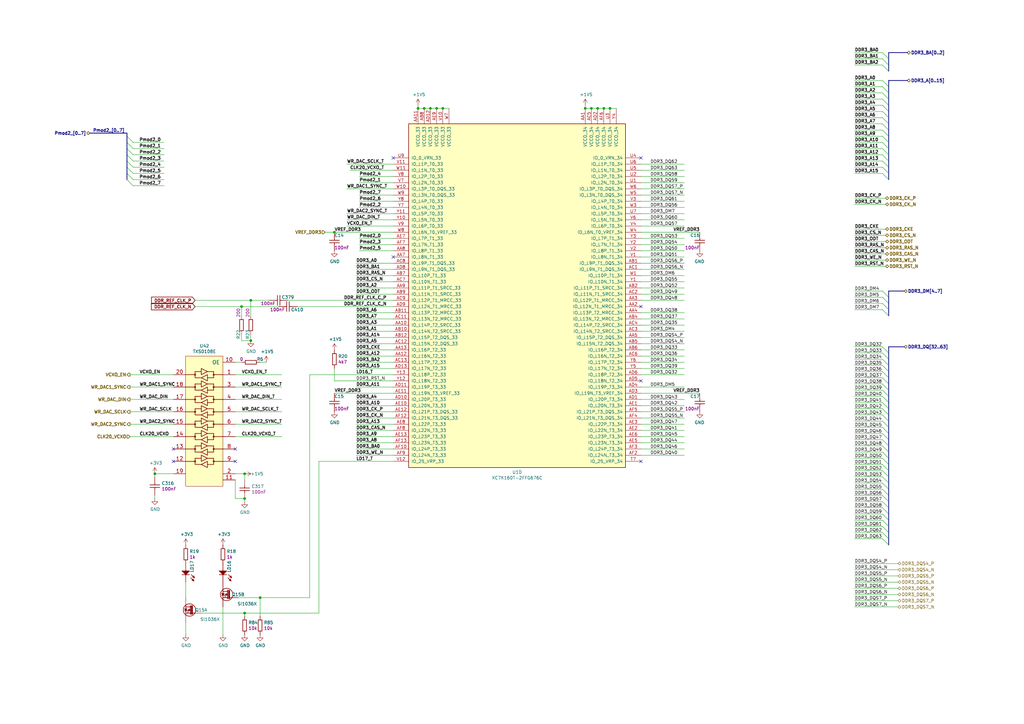
<source format=kicad_sch>
(kicad_sch (version 20211123) (generator eeschema)
  (paper "A3")
  (title_block (title "Marble") (date "2022-08-24") (rev "v1.3") (company "Michał Gąska / WUT") (comment 3 "BANK 34 & 35"))
  (lib_symbols
    (symbol "Analog_&_Interface:TXB0108PW" (pin_names (offset 1.27))
      (property "Reference" "IC" (at 7.62 1.27 0))
      (symbol "TXB0108PW_0_1"
        (text "A1" (at 1.905 -6.35 0) (effects (font (size 1.27 1.27))))
        (text "A2" (at 1.905 -11.43 0) (effects (font (size 1.27 1.27))))
        (text "A3" (at 1.905 -16.51 0) (effects (font (size 1.27 1.27))))
        (text "A4" (at 1.905 -21.59 0) (effects (font (size 1.27 1.27))))
        (text "A5" (at 1.905 -26.67 0) (effects (font (size 1.27 1.27))))
        (text "A6" (at 1.905 -31.75 0) (effects (font (size 1.27 1.27))))
        (text "A7" (at 1.905 -36.83 0) (effects (font (size 1.27 1.27))))
        (text "A8" (at 1.905 -41.91 0) (effects (font (size 1.27 1.27))))
        (text "B1" (at 13.335 -6.35 0) (effects (font (size 1.27 1.27))))
        (text "B2" (at 13.335 -11.43 0) (effects (font (size 1.27 1.27))))
        (text "B3" (at 13.335 -16.51 0) (effects (font (size 1.27 1.27))))
        (text "B4" (at 13.335 -21.59 0) (effects (font (size 1.27 1.27))))
        (text "B5" (at 13.335 -26.67 0) (effects (font (size 1.27 1.27))))
        (text "B6" (at 13.335 -31.75 0) (effects (font (size 1.27 1.27))))
        (text "B7" (at 13.335 -36.83 0) (effects (font (size 1.27 1.27))))
        (text "B8" (at 13.335 -41.91 0) (effects (font (size 1.27 1.27))))
        (text "GND" (at 0.762 -50.8 0) (effects (font (size 1.27 1.27)) (justify left)))
        (text "VCCA" (at 0.762 -48.26 0) (effects (font (size 1.27 1.27)) (justify left)))
        (text "VCCB" (at 14.478 -48.26 0) (effects (font (size 1.27 1.27)) (justify right)))
        (pin bidirectional line (at -5.08 -7.62 0) (length 5.08) (name "A1") (number "1"))
        (pin input line (at -5.08 -2.54 0) (length 5.08) (name "OE") (number "10"))
        (pin power_in line (at -5.08 -50.8 0) (length 5.08) (name "GND") (number "11"))
        (pin bidirectional line (at 20.32 -43.18 180) (length 5.08) (name "B8") (number "12"))
        (pin bidirectional line (at 20.32 -38.1 180) (length 5.08) (name "B7") (number "13"))
        (pin bidirectional line (at 20.32 -33.02 180) (length 5.08) (name "B6") (number "14"))
        (pin bidirectional line (at 20.32 -27.94 180) (length 5.08) (name "B5") (number "15"))
        (pin bidirectional line (at 20.32 -22.86 180) (length 5.08) (name "B4") (number "16"))
        (pin bidirectional line (at 20.32 -17.78 180) (length 5.08) (name "B3") (number "17"))
        (pin bidirectional line (at 20.32 -12.7 180) (length 5.08) (name "B2") (number "18"))
        (pin power_in line (at 20.32 -48.26 180) (length 5.08) (name "Vccb") (number "19"))
        (pin power_in line (at -5.08 -48.26 0) (length 5.08) (name "Vcca") (number "2"))
        (pin bidirectional line (at 20.32 -7.62 180) (length 5.08) (name "B1") (number "20"))
        (pin bidirectional line (at -5.08 -12.7 0) (length 5.08) (name "A2") (number "3"))
        (pin bidirectional line (at -5.08 -17.78 0) (length 5.08) (name "A3") (number "4"))
        (pin bidirectional line (at -5.08 -22.86 0) (length 5.08) (name "A4") (number "5"))
        (pin bidirectional line (at -5.08 -27.94 0) (length 5.08) (name "A5") (number "6"))
        (pin bidirectional line (at -5.08 -33.02 0) (length 5.08) (name "A6") (number "7"))
        (pin bidirectional line (at -5.08 -38.1 0) (length 5.08) (name "A7") (number "8"))
        (pin bidirectional line (at -5.08 -43.18 0) (length 5.08) (name "A8") (number "9"))
      )
    )
    (symbol "Capacitors_SMD:CC0201_100NF_6.3V_10%_X5R" (pin_names (offset 1.27))
      (property "Reference" "C" (at 3.81 3.048 0))
      (property "Val" "100nF" (at 3.81 -3.048 0))
      (symbol "CC0201_100NF_6.3V_10%_X5R_0_1"
        (pin passive line (at 0 0 0) (length 2.54) (name "1") (number "1"))
        (pin passive line (at 7.62 0 180) (length 2.54) (name "2") (number "2"))
      )
    )
    (symbol "LED_KINGBRIGHT_KPH-1608CGCK_1" (pin_names (offset 1.27))
      (property "Reference" "LD" (at -1.27 2.54 0))
      (property "Color" "Green" (at 0 -2.54 0))
      (symbol "LED_KINGBRIGHT_KPH-1608CGCK_1_0_1"
        (pin passive line (at 3.81 0 180) (length 2.54) (name "C") (number "1"))
        (pin passive line (at -3.81 0 0) (length 2.54) (name "A") (number "2"))
      )
      (symbol "LED_KINGBRIGHT_KPH-1608CGCK_1_0_2"
        (pin passive line (at 3.81 0 180) (length 2.54) (name "C") (number "1"))
        (pin passive line (at -3.81 0 0) (length 2.54) (name "A") (number "2"))
      )
    )
    (symbol "LED_KINGBRIGHT_KPH-1608CGCK_2" (pin_names (offset 1.27))
      (property "Reference" "LD" (at -1.27 2.54 0))
      (property "Color" "Green" (at 0 -2.54 0))
      (symbol "LED_KINGBRIGHT_KPH-1608CGCK_2_0_1"
        (pin passive line (at 3.81 0 180) (length 2.54) (name "C") (number "1"))
        (pin passive line (at -3.81 0 0) (length 2.54) (name "A") (number "2"))
      )
      (symbol "LED_KINGBRIGHT_KPH-1608CGCK_2_0_2"
        (pin passive line (at 3.81 0 180) (length 2.54) (name "C") (number "1"))
        (pin passive line (at -3.81 0 0) (length 2.54) (name "A") (number "2"))
      )
    )
    (symbol "LEDs_&_Displays:LED_KINGBRIGHT_KPH-1608CGCK" (pin_names (offset 1.27))
      (property "Reference" "LD" (at -1.27 2.54 0))
      (property "Color" "Green" (at 0 -2.54 0))
      (symbol "LED_KINGBRIGHT_KPH-1608CGCK_0_1"
        (pin passive line (at 3.81 0 180) (length 2.54) (name "C") (number "1"))
        (pin passive line (at -3.81 0 0) (length 2.54) (name "A") (number "2"))
      )
      (symbol "LED_KINGBRIGHT_KPH-1608CGCK_0_2"
        (pin passive line (at 3.81 0 180) (length 2.54) (name "C") (number "1"))
        (pin passive line (at -3.81 0 0) (length 2.54) (name "A") (number "2"))
      )
    )
    (symbol "Resistors_SMD:R0201_200R_1%_0.05W_200PPM" (pin_names (offset 1.27))
      (property "Reference" "R" (at 3.81 1.778 0))
      (property "Val" "200" (at 3.81 -1.778 0))
      (symbol "R0201_200R_1%_0.05W_200PPM_0_1"
        (text "1%" (at 3.81 0 0) (effects (font (size 0.635 0.635))))
        (pin passive line (at 0 0 0) (length 1.524) (name "1") (number "1"))
        (pin passive line (at 7.62 0 180) (length 1.524) (name "2") (number "2"))
      )
    )
    (symbol "Resistors_SMD:R0402_0R_JUMPER" (pin_names (offset 1.27))
      (property "Reference" "R" (at 3.81 1.778 0))
      (property "Val" "0" (at 3.81 -1.778 0))
      (symbol "R0402_0R_JUMPER_0_1"
        (pin passive line (at 0 0 0) (length 1.524) (name "1") (number "1"))
        (pin passive line (at 7.62 0 180) (length 1.524) (name "2") (number "2"))
      )
    )
    (symbol "Resistors_SMD:R0402_10K_1%_0.0625W_100PPM" (pin_names (offset 1.27))
      (property "Reference" "R" (at 3.81 1.778 0))
      (property "Val" "10k" (at 3.81 -1.778 0))
      (symbol "R0402_10K_1%_0.0625W_100PPM_0_1"
        (text "1%" (at 3.81 0 0) (effects (font (size 0.635 0.635))))
        (pin passive line (at 0 0 0) (length 1.524) (name "1") (number "1"))
        (pin passive line (at 7.62 0 180) (length 1.524) (name "2") (number "2"))
      )
    )
    (symbol "Resistors_SMD:R0402_1K_1%_0.0625W_100PPM" (pin_names (offset 1.27))
      (property "Reference" "R" (at 3.81 1.778 0))
      (property "Val" "1k" (at 3.81 -1.778 0))
      (symbol "R0402_1K_1%_0.0625W_100PPM_0_1"
        (text "1%" (at 3.81 0 0) (effects (font (size 0.635 0.635))))
        (pin passive line (at 0 0 0) (length 1.524) (name "1") (number "1"))
        (pin passive line (at 7.62 0 180) (length 1.524) (name "2") (number "2"))
      )
    )
    (symbol "Resistors_SMD:R0402_4K7_1%_0.0625W_100PPM" (pin_names (offset 1.27))
      (property "Reference" "R" (at 3.81 1.778 0))
      (property "Val" "4k7" (at 3.81 -1.778 0))
      (symbol "R0402_4K7_1%_0.0625W_100PPM_0_1"
        (text "1%" (at 3.81 0 0) (effects (font (size 0.635 0.635))))
        (pin passive line (at 0 0 0) (length 1.524) (name "1") (number "1"))
        (pin passive line (at 7.62 0 180) (length 1.524) (name "2") (number "2"))
      )
    )
    (symbol "Transistors:SI1036X" (pin_names (offset 1.016))
      (property "Reference" "Q" (at 0 0 0))
      (property "Value" "SI1036X" (at -1.27 -2.54 0))
      (symbol "SI1036X_1_1"
        (text "D" (at 7.62 -1.016 0) (effects (font (size 0.635 0.635)) (justify left top)))
        (text "G" (at 3.302 -6.35 0) (effects (font (size 0.635 0.635)) (justify left bottom)))
        (text "S" (at 7.62 -9.144 0) (effects (font (size 0.635 0.635)) (justify left bottom)))
        (pin passive line (at 8.89 -10.16 90) (length 3.048) (name "S") (number "1"))
        (pin passive line (at 2.54 -6.35 0) (length 2.54) (name "G") (number "2"))
        (pin passive line (at 8.89 0 270) (length 3.048) (name "D") (number "6"))
      )
      (symbol "SI1036X_2_1"
        (text "D" (at 7.62 -2.286 0) (effects (font (size 0.635 0.635)) (justify left top)))
        (text "S" (at 7.62 -10.414 0) (effects (font (size 0.635 0.635)) (justify left bottom)))
        (pin passive line (at 8.89 -1.27 270) (length 3.048) (name "D") (number "3"))
        (pin passive line (at 8.89 -11.43 90) (length 3.048) (name "S") (number "4"))
        (pin passive line (at 2.54 -7.62 0) (length 2.54) (name "G") (number "5"))
      )
    )
    (symbol "marble_misc:XC7K160T-FFG676" (pin_names (offset 1.016))
      (property "Reference" "U" (at 0 1.27 0))
      (property "Value" "XC7K160T-FFG676" (at 0 -1.27 0))
      (symbol "XC7K160T-FFG676_1_1"
        (pin power_in line (at -40.64 73.66 270) (length 6.35) (name "VCCO_12") (number "AA21"))
        (pin bidirectional line (at -50.8 -12.7 0) (length 6.35) (name "IO_L13N_T2_MRCC_12") (number "AA22"))
        (pin bidirectional line (at -50.8 0 0) (length 6.35) (name "IO_L11P_T1_SRCC_12") (number "AA23"))
        (pin bidirectional line (at -50.8 -7.62 0) (length 6.35) (name "IO_L12N_T1_MRCC_12") (number "AA24"))
        (pin bidirectional line (at -50.8 20.32 0) (length 6.35) (name "IO_L7P_T1_12") (number "AA25"))
        (pin bidirectional line (at -50.8 -35.56 0) (length 6.35) (name "IO_L18P_T2_12") (number "AB21"))
        (pin bidirectional line (at -50.8 -30.48 0) (length 6.35) (name "IO_L17P_T2_12") (number "AB22"))
        (pin bidirectional line (at -50.8 -2.54 0) (length 6.35) (name "IO_L11N_T1_SRCC_12") (number "AB24"))
        (pin bidirectional line (at -50.8 17.78 0) (length 6.35) (name "IO_L7N_T1_12") (number "AB25"))
        (pin bidirectional line (at -50.8 10.16 0) (length 6.35) (name "IO_L9P_T1_DQS_12") (number "AB26"))
        (pin bidirectional line (at -50.8 -38.1 0) (length 6.35) (name "IO_L18N_T2_12") (number "AC21"))
        (pin bidirectional line (at -50.8 -33.02 0) (length 6.35) (name "IO_L17N_T2_12") (number "AC22"))
        (pin bidirectional line (at -50.8 -15.24 0) (length 6.35) (name "IO_L14P_T2_SRCC_12") (number "AC23"))
        (pin bidirectional line (at -50.8 -17.78 0) (length 6.35) (name "IO_L14N_T2_SRCC_12") (number "AC24"))
        (pin power_in line (at -38.1 73.66 270) (length 6.35) (name "VCCO_12") (number "AC25"))
        (pin bidirectional line (at -50.8 7.62 0) (length 6.35) (name "IO_L9N_T1_DQS_12") (number "AC26"))
        (pin bidirectional line (at -50.8 -40.64 0) (length 6.35) (name "IO_L19P_T3_12") (number "AD21"))
        (pin power_in line (at -35.56 73.66 270) (length 6.35) (name "VCCO_12") (number "AD22"))
        (pin bidirectional line (at -50.8 -25.4 0) (length 6.35) (name "IO_L16P_T2_12") (number "AD23"))
        (pin bidirectional line (at -50.8 -27.94 0) (length 6.35) (name "IO_L16N_T2_12") (number "AD24"))
        (pin bidirectional line (at -50.8 -60.96 0) (length 6.35) (name "IO_L23P_T3_12") (number "AD25"))
        (pin bidirectional line (at -50.8 -50.8 0) (length 6.35) (name "IO_L21P_T3_DQS_12") (number "AD26"))
        (pin bidirectional line (at -50.8 -43.18 0) (length 6.35) (name "IO_L19N_T3_VREF_12") (number "AE21"))
        (pin bidirectional line (at -50.8 -66.04 0) (length 6.35) (name "IO_L24P_T3_12") (number "AE22"))
        (pin bidirectional line (at -50.8 -55.88 0) (length 6.35) (name "IO_L22P_T3_12") (number "AE23"))
        (pin bidirectional line (at -50.8 -63.5 0) (length 6.35) (name "IO_L23N_T3_12") (number "AE25"))
        (pin bidirectional line (at -50.8 -53.34 0) (length 6.35) (name "IO_L21N_T3_DQS_12") (number "AE26"))
        (pin bidirectional line (at -50.8 -68.58 0) (length 6.35) (name "IO_L24N_T3_12") (number "AF22"))
        (pin bidirectional line (at -50.8 -58.42 0) (length 6.35) (name "IO_L22N_T3_12") (number "AF23"))
        (pin bidirectional line (at -50.8 -45.72 0) (length 6.35) (name "IO_L20P_T3_12") (number "AF24"))
        (pin bidirectional line (at -50.8 -48.26 0) (length 6.35) (name "IO_L20N_T3_12") (number "AF25"))
        (pin power_in line (at -33.02 73.66 270) (length 6.35) (name "VCCO_12") (number "AF26"))
        (pin power_in line (at 27.94 73.66 270) (length 6.35) (name "VCCO_13") (number "K24"))
        (pin bidirectional line (at 50.8 50.8 180) (length 6.35) (name "IO_L1P_T0_13") (number "K25"))
        (pin bidirectional line (at 50.8 48.26 180) (length 6.35) (name "IO_L1N_T0_13") (number "K26"))
        (pin bidirectional line (at 50.8 12.7 180) (length 6.35) (name "IO_L8N_T1_13") (number "L24"))
        (pin bidirectional line (at 50.8 38.1 180) (length 6.35) (name "IO_L3N_T0_DQS_13") (number "L25"))
        (pin bidirectional line (at 50.8 -58.42 180) (length 6.35) (name "IO_L22N_T3_13") (number "M19"))
        (pin bidirectional line (at 50.8 17.78 180) (length 6.35) (name "IO_L7N_T1_13") (number "M20"))
        (pin bidirectional line (at 50.8 5.08 180) (length 6.35) (name "IO_L10P_T1_13") (number "M21"))
        (pin bidirectional line (at 50.8 2.54 180) (length 6.35) (name "IO_L10N_T1_13") (number "M22"))
        (pin bidirectional line (at 50.8 15.24 180) (length 6.35) (name "IO_L8P_T1_13") (number "M24"))
        (pin bidirectional line (at 50.8 40.64 180) (length 6.35) (name "IO_L3P_T0_DQS_13") (number "M25"))
        (pin bidirectional line (at 50.8 27.94 180) (length 6.35) (name "IO_L5N_T0_13") (number "M26"))
        (pin bidirectional line (at 50.8 53.34 180) (length 6.35) (name "IO_0_13") (number "N16"))
        (pin bidirectional line (at 50.8 -48.26 180) (length 6.35) (name "IO_L20N_T3_13") (number "N17"))
        (pin bidirectional line (at 50.8 -55.88 180) (length 6.35) (name "IO_L22P_T3_13") (number "N18"))
        (pin bidirectional line (at 50.8 20.32 180) (length 6.35) (name "IO_L7P_T1_13") (number "N19"))
        (pin bidirectional line (at 50.8 -5.08 180) (length 6.35) (name "IO_L12P_T1_MRCC_13") (number "N21"))
        (pin bidirectional line (at 50.8 -7.62 180) (length 6.35) (name "IO_L12N_T1_MRCC_13") (number "N22"))
        (pin bidirectional line (at 50.8 -2.54 180) (length 6.35) (name "IO_L11N_T1_SRCC_13") (number "N23"))
        (pin bidirectional line (at 50.8 33.02 180) (length 6.35) (name "IO_L4N_T0_13") (number "N24"))
        (pin power_in line (at 30.48 73.66 270) (length 6.35) (name "VCCO_13") (number "N25"))
        (pin bidirectional line (at 50.8 30.48 180) (length 6.35) (name "IO_L5P_T0_13") (number "N26"))
        (pin bidirectional line (at 50.8 -45.72 180) (length 6.35) (name "IO_L20P_T3_13") (number "P16"))
        (pin bidirectional line (at 50.8 -68.58 180) (length 6.35) (name "IO_L24N_T3_13") (number "P18"))
        (pin bidirectional line (at 50.8 10.16 180) (length 6.35) (name "IO_L9P_T1_DQS_13") (number "P19"))
        (pin bidirectional line (at 50.8 7.62 180) (length 6.35) (name "IO_L9N_T1_DQS_13") (number "P20"))
        (pin bidirectional line (at 50.8 -12.7 180) (length 6.35) (name "IO_L13N_T2_MRCC_13") (number "P21"))
        (pin power_in line (at 33.02 73.66 270) (length 6.35) (name "VCCO_13") (number "P22"))
        (pin bidirectional line (at 50.8 0 180) (length 6.35) (name "IO_L11P_T1_SRCC_13") (number "P23"))
        (pin bidirectional line (at 50.8 35.56 180) (length 6.35) (name "IO_L4P_T0_13") (number "P24"))
        (pin bidirectional line (at 50.8 22.86 180) (length 6.35) (name "IO_L6N_T0_VREF_13") (number "P25"))
        (pin bidirectional line (at 50.8 43.18 180) (length 6.35) (name "IO_L2N_T0_13") (number "P26"))
        (pin bidirectional line (at 50.8 -50.8 180) (length 6.35) (name "IO_L21P_T3_DQS_13") (number "R16"))
        (pin bidirectional line (at 50.8 -53.34 180) (length 6.35) (name "IO_L21N_T3_DQS_13") (number "R17"))
        (pin bidirectional line (at 50.8 -66.04 180) (length 6.35) (name "IO_L24P_T3_13") (number "R18"))
        (pin power_in line (at 35.56 73.66 270) (length 6.35) (name "VCCO_13") (number "R19"))
        (pin bidirectional line (at 50.8 -27.94 180) (length 6.35) (name "IO_L16N_T2_13") (number "R20"))
        (pin bidirectional line (at 50.8 -10.16 180) (length 6.35) (name "IO_L13P_T2_MRCC_13") (number "R21"))
        (pin bidirectional line (at 50.8 -15.24 180) (length 6.35) (name "IO_L14P_T2_SRCC_13") (number "R22"))
        (pin bidirectional line (at 50.8 -17.78 180) (length 6.35) (name "IO_L14N_T2_SRCC_13") (number "R23"))
        (pin bidirectional line (at 50.8 25.4 180) (length 6.35) (name "IO_L6P_T0_13") (number "R25"))
        (pin bidirectional line (at 50.8 45.72 180) (length 6.35) (name "IO_L2P_T0_13") (number "R26"))
        (pin power_in line (at 38.1 73.66 270) (length 6.35) (name "VCCO_13") (number "T16"))
        (pin bidirectional line (at 50.8 -63.5 180) (length 6.35) (name "IO_L23N_T3_13") (number "T17"))
        (pin bidirectional line (at 50.8 -40.64 180) (length 6.35) (name "IO_L19P_T3_13") (number "T18"))
        (pin bidirectional line (at 50.8 -43.18 180) (length 6.35) (name "IO_L19N_T3_VREF_13") (number "T19"))
        (pin bidirectional line (at 50.8 -25.4 180) (length 6.35) (name "IO_L16P_T2_13") (number "T20"))
        (pin bidirectional line (at 50.8 -30.48 180) (length 6.35) (name "IO_L17P_T2_13") (number "T22"))
        (pin bidirectional line (at 50.8 -33.02 180) (length 6.35) (name "IO_L17N_T2_13") (number "T23"))
        (pin bidirectional line (at 50.8 -20.32 180) (length 6.35) (name "IO_L15P_T2_DQS_13") (number "T24"))
        (pin bidirectional line (at 50.8 -22.86 180) (length 6.35) (name "IO_L15N_T2_DQS_13") (number "T25"))
        (pin power_in line (at 40.64 73.66 270) (length 6.35) (name "VCCO_13") (number "T26"))
        (pin bidirectional line (at 50.8 -71.12 180) (length 6.35) (name "IO_25_13") (number "U16"))
        (pin bidirectional line (at 50.8 -60.96 180) (length 6.35) (name "IO_L23P_T3_13") (number "U17"))
        (pin bidirectional line (at 50.8 -35.56 180) (length 6.35) (name "IO_L18P_T2_13") (number "U19"))
        (pin bidirectional line (at 50.8 -38.1 180) (length 6.35) (name "IO_L18N_T2_13") (number "U20"))
        (pin bidirectional line (at -50.8 53.34 0) (length 6.35) (name "IO_0_12") (number "U21"))
        (pin bidirectional line (at -50.8 50.8 0) (length 6.35) (name "IO_L1P_T0_12") (number "U22"))
        (pin power_in line (at -30.48 73.66 270) (length 6.35) (name "VCCO_12") (number "U23"))
        (pin bidirectional line (at -50.8 45.72 0) (length 6.35) (name "IO_L2P_T0_12") (number "U24"))
        (pin bidirectional line (at -50.8 43.18 0) (length 6.35) (name "IO_L2N_T0_12") (number "U25"))
        (pin bidirectional line (at -50.8 35.56 0) (length 6.35) (name "IO_L4P_T0_12") (number "U26"))
        (pin power_in line (at -27.94 73.66 270) (length 6.35) (name "VCCO_12") (number "V20"))
        (pin bidirectional line (at -50.8 25.4 0) (length 6.35) (name "IO_L6P_T0_12") (number "V21"))
        (pin bidirectional line (at -50.8 48.26 0) (length 6.35) (name "IO_L1N_T0_12") (number "V22"))
        (pin bidirectional line (at -50.8 40.64 0) (length 6.35) (name "IO_L3P_T0_DQS_12") (number "V23"))
        (pin bidirectional line (at -50.8 38.1 0) (length 6.35) (name "IO_L3N_T0_DQS_12") (number "V24"))
        (pin bidirectional line (at -50.8 33.02 0) (length 6.35) (name "IO_L4N_T0_12") (number "V26"))
        (pin bidirectional line (at -50.8 -20.32 0) (length 6.35) (name "IO_L15P_T2_DQS_12") (number "W20"))
        (pin bidirectional line (at -50.8 22.86 0) (length 6.35) (name "IO_L6N_T0_VREF_12") (number "W21"))
        (pin bidirectional line (at -50.8 15.24 0) (length 6.35) (name "IO_L8P_T1_12") (number "W23"))
        (pin bidirectional line (at -50.8 12.7 0) (length 6.35) (name "IO_L8N_T1_12") (number "W24"))
        (pin bidirectional line (at -50.8 30.48 0) (length 6.35) (name "IO_L5P_T0_12") (number "W25"))
        (pin bidirectional line (at -50.8 27.94 0) (length 6.35) (name "IO_L5N_T0_12") (number "W26"))
        (pin bidirectional line (at -50.8 -71.12 0) (length 6.35) (name "IO_25_12") (number "Y20"))
        (pin bidirectional line (at -50.8 -22.86 0) (length 6.35) (name "IO_L15N_T2_DQS_12") (number "Y21"))
        (pin bidirectional line (at -50.8 -10.16 0) (length 6.35) (name "IO_L13P_T2_MRCC_12") (number "Y22"))
        (pin bidirectional line (at -50.8 -5.08 0) (length 6.35) (name "IO_L12P_T1_MRCC_12") (number "Y23"))
        (pin power_in line (at -25.4 73.66 270) (length 6.35) (name "VCCO_12") (number "Y24"))
        (pin bidirectional line (at -50.8 5.08 0) (length 6.35) (name "IO_L10P_T1_12") (number "Y25"))
        (pin bidirectional line (at -50.8 2.54 0) (length 6.35) (name "IO_L10N_T1_12") (number "Y26"))
      )
      (symbol "XC7K160T-FFG676_2_1"
        (pin bidirectional line (at 50.8 38.1 180) (length 6.35) (name "IO_L3N_T0_DQS_AD1N_15") (number "A17"))
        (pin bidirectional line (at 50.8 45.72 180) (length 6.35) (name "IO_L2P_T0_AD8P_15") (number "A18"))
        (pin bidirectional line (at 50.8 43.18 180) (length 6.35) (name "IO_L2N_T0_AD8N_15") (number "A19"))
        (pin bidirectional line (at -50.8 12.7 0) (length 6.35) (name "IO_L8N_T1_D12_14") (number "A20"))
        (pin power_in line (at -40.64 73.66 270) (length 6.35) (name "VCCO_14") (number "A21"))
        (pin bidirectional line (at -50.8 43.18 0) (length 6.35) (name "IO_L2N_T0_D03_14") (number "A22"))
        (pin bidirectional line (at -50.8 35.56 0) (length 6.35) (name "IO_L4P_T0_D04_14") (number "A23"))
        (pin bidirectional line (at -50.8 33.02 0) (length 6.35) (name "IO_L4N_T0_D05_14") (number "A24"))
        (pin bidirectional line (at -50.8 48.26 0) (length 6.35) (name "IO_L1N_T0_D01_DIN_14") (number "A25"))
        (pin bidirectional line (at 50.8 48.26 180) (length 6.35) (name "IO_L1N_T0_AD0N_15") (number "B16"))
        (pin bidirectional line (at 50.8 40.64 180) (length 6.35) (name "IO_L3P_T0_DQS_AD1P_15") (number "B17"))
        (pin power_in line (at 27.94 73.66 270) (length 6.35) (name "VCCO_15") (number "B18"))
        (pin bidirectional line (at 50.8 33.02 180) (length 6.35) (name "IO_L4N_T0_AD9N_15") (number "B19"))
        (pin bidirectional line (at -50.8 15.24 0) (length 6.35) (name "IO_L8P_T1_D11_14") (number "B20"))
        (pin bidirectional line (at -50.8 2.54 0) (length 6.35) (name "IO_L10N_T1_D15_14") (number "B21"))
        (pin bidirectional line (at -50.8 45.72 0) (length 6.35) (name "IO_L2P_T0_D02_14") (number "B22"))
        (pin bidirectional line (at -50.8 50.8 0) (length 6.35) (name "IO_L1P_T0_D00_MOSI_14") (number "B24"))
        (pin bidirectional line (at -50.8 40.64 0) (length 6.35) (name "IO_L3P_T0_DQS_PUDC_B_14") (number "B25"))
        (pin bidirectional line (at -50.8 38.1 0) (length 6.35) (name "IO_L3N_T0_DQS_EMCCLK_14") (number "B26"))
        (pin bidirectional line (at 50.8 50.8 180) (length 6.35) (name "IO_L1P_T0_AD0P_15") (number "C16"))
        (pin bidirectional line (at 50.8 30.48 180) (length 6.35) (name "IO_L5P_T0_AD2P_15") (number "C17"))
        (pin bidirectional line (at 50.8 27.94 180) (length 6.35) (name "IO_L5N_T0_AD2N_15") (number "C18"))
        (pin bidirectional line (at 50.8 35.56 180) (length 6.35) (name "IO_L4P_T0_AD9P_15") (number "C19"))
        (pin bidirectional line (at -50.8 5.08 0) (length 6.35) (name "IO_L10P_T1_D14_14") (number "C21"))
        (pin bidirectional line (at -50.8 17.78 0) (length 6.35) (name "IO_L7N_T1_D10_14") (number "C22"))
        (pin bidirectional line (at -50.8 25.4 0) (length 6.35) (name "IO_L6P_T0_FCS_B_14") (number "C23"))
        (pin bidirectional line (at -50.8 22.86 0) (length 6.35) (name "IO_L6N_T0_D08_VREF_14") (number "C24"))
        (pin power_in line (at -38.1 73.66 270) (length 6.35) (name "VCCO_14") (number "C25"))
        (pin bidirectional line (at -50.8 27.94 0) (length 6.35) (name "IO_L5N_T0_D07_14") (number "C26"))
        (pin bidirectional line (at 50.8 25.4 180) (length 6.35) (name "IO_L6P_T0_15") (number "D15"))
        (pin bidirectional line (at 50.8 22.86 180) (length 6.35) (name "IO_L6N_T0_VREF_15") (number "D16"))
        (pin bidirectional line (at 50.8 -12.7 180) (length 6.35) (name "IO_L13N_T2_MRCC_15") (number "D18"))
        (pin bidirectional line (at 50.8 -20.32 180) (length 6.35) (name "IO_L15P_T2_DQS_15") (number "D19"))
        (pin bidirectional line (at 50.8 -22.86 180) (length 6.35) (name "IO_L15N_T2_DQS_ADV_B_15") (number "D20"))
        (pin bidirectional line (at -50.8 20.32 0) (length 6.35) (name "IO_L7P_T1_D09_14") (number "D21"))
        (pin power_in line (at -35.56 73.66 270) (length 6.35) (name "VCCO_14") (number "D22"))
        (pin bidirectional line (at -50.8 0 0) (length 6.35) (name "IO_L11P_T1_SRCC_14") (number "D23"))
        (pin bidirectional line (at -50.8 -2.54 0) (length 6.35) (name "IO_L11N_T1_SRCC_14") (number "D24"))
        (pin bidirectional line (at -50.8 -22.86 0) (length 6.35) (name "IO_L15N_T2_DQS_DOUT_CSO_B_14") (number "D25"))
        (pin bidirectional line (at -50.8 30.48 0) (length 6.35) (name "IO_L5P_T0_D06_14") (number "D26"))
        (pin bidirectional line (at 50.8 5.08 180) (length 6.35) (name "IO_L10P_T1_AD4P_15") (number "E15"))
        (pin bidirectional line (at 50.8 2.54 180) (length 6.35) (name "IO_L10N_T1_AD4N_15") (number "E16"))
        (pin bidirectional line (at 50.8 -7.62 180) (length 6.35) (name "IO_L12N_T1_MRCC_AD5N_15") (number "E17"))
        (pin bidirectional line (at 50.8 -10.16 180) (length 6.35) (name "IO_L13P_T2_MRCC_15") (number "E18"))
        (pin power_in line (at 30.48 73.66 270) (length 6.35) (name "VCCO_15") (number "E19"))
        (pin bidirectional line (at 50.8 -33.02 180) (length 6.35) (name "IO_L17N_T2_A25_15") (number "E20"))
        (pin bidirectional line (at -50.8 10.16 0) (length 6.35) (name "IO_L9P_T1_DQS_14") (number "E21"))
        (pin bidirectional line (at -50.8 7.62 0) (length 6.35) (name "IO_L9N_T1_DQS_D13_14") (number "E22"))
        (pin bidirectional line (at -50.8 -7.62 0) (length 6.35) (name "IO_L12N_T1_MRCC_14") (number "E23"))
        (pin bidirectional line (at -50.8 -20.32 0) (length 6.35) (name "IO_L15P_T2_DQS_RDWR_B_14") (number "E25"))
        (pin bidirectional line (at -50.8 -33.02 0) (length 6.35) (name "IO_L17N_T2_A13_D29_14") (number "E26"))
        (pin bidirectional line (at 50.8 12.7 180) (length 6.35) (name "IO_L8N_T1_AD3N_15") (number "F15"))
        (pin power_in line (at 33.02 73.66 270) (length 6.35) (name "VCCO_15") (number "F16"))
        (pin bidirectional line (at 50.8 -5.08 180) (length 6.35) (name "IO_L12P_T1_MRCC_AD5P_15") (number "F17"))
        (pin bidirectional line (at 50.8 -2.54 180) (length 6.35) (name "IO_L11N_T1_SRCC_AD12N_15") (number "F18"))
        (pin bidirectional line (at 50.8 -30.48 180) (length 6.35) (name "IO_L17P_T2_A26_15") (number "F19"))
        (pin bidirectional line (at 50.8 -27.94 180) (length 6.35) (name "IO_L16N_T2_A27_15") (number "F20"))
        (pin bidirectional line (at -50.8 -5.08 0) (length 6.35) (name "IO_L12P_T1_MRCC_14") (number "F22"))
        (pin bidirectional line (at -50.8 -12.7 0) (length 6.35) (name "IO_L13N_T2_MRCC_14") (number "F23"))
        (pin bidirectional line (at -50.8 -17.78 0) (length 6.35) (name "IO_L14N_T2_SRCC_14") (number "F24"))
        (pin bidirectional line (at -50.8 -30.48 0) (length 6.35) (name "IO_L17P_T2_A14_D30_14") (number "F25"))
        (pin power_in line (at -33.02 73.66 270) (length 6.35) (name "VCCO_14") (number "F26"))
        (pin bidirectional line (at 50.8 15.24 180) (length 6.35) (name "IO_L8P_T1_AD3P_15") (number "G15"))
        (pin bidirectional line (at 50.8 17.78 180) (length 6.35) (name "IO_L7N_T1_AD10N_15") (number "G16"))
        (pin bidirectional line (at 50.8 0 180) (length 6.35) (name "IO_L11P_T1_SRCC_AD12P_15") (number "G17"))
        (pin bidirectional line (at 50.8 -25.4 180) (length 6.35) (name "IO_L16P_T2_A28_15") (number "G19"))
        (pin bidirectional line (at 50.8 -38.1 180) (length 6.35) (name "IO_L18N_T2_A23_15") (number "G20"))
        (pin bidirectional line (at -50.8 -43.18 0) (length 6.35) (name "IO_L19N_T3_A09_D25_VREF_14") (number "G21"))
        (pin bidirectional line (at -50.8 -10.16 0) (length 6.35) (name "IO_L13P_T2_MRCC_14") (number "G22"))
        (pin power_in line (at -30.48 73.66 270) (length 6.35) (name "VCCO_14") (number "G23"))
        (pin bidirectional line (at -50.8 -15.24 0) (length 6.35) (name "IO_L14P_T2_SRCC_14") (number "G24"))
        (pin bidirectional line (at -50.8 -25.4 0) (length 6.35) (name "IO_L16P_T2_CSI_B_14") (number "G25"))
        (pin bidirectional line (at -50.8 -27.94 0) (length 6.35) (name "IO_L16N_T2_A15_D31_14") (number "G26"))
        (pin bidirectional line (at 50.8 20.32 180) (length 6.35) (name "IO_L7P_T1_AD10P_15") (number "H16"))
        (pin bidirectional line (at 50.8 -15.24 180) (length 6.35) (name "IO_L14P_T2_SRCC_15") (number "H17"))
        (pin bidirectional line (at 50.8 -17.78 180) (length 6.35) (name "IO_L14N_T2_SRCC_15") (number "H18"))
        (pin bidirectional line (at 50.8 -35.56 180) (length 6.35) (name "IO_L18P_T2_A24_15") (number "H19"))
        (pin power_in line (at 35.56 73.66 270) (length 6.35) (name "VCCO_15") (number "H20"))
        (pin bidirectional line (at -50.8 -40.64 0) (length 6.35) (name "IO_L19P_T3_A10_D26_14") (number "H21"))
        (pin bidirectional line (at -50.8 -53.34 0) (length 6.35) (name "IO_L21N_T3_DQS_A06_D22_14") (number "H22"))
        (pin bidirectional line (at -50.8 -45.72 0) (length 6.35) (name "IO_L20P_T3_A08_D24_14") (number "H23"))
        (pin bidirectional line (at -50.8 -48.26 0) (length 6.35) (name "IO_L20N_T3_A07_D23_14") (number "H24"))
        (pin bidirectional line (at -50.8 -38.1 0) (length 6.35) (name "IO_L18N_T2_A11_D27_14") (number "H26"))
        (pin bidirectional line (at 50.8 10.16 180) (length 6.35) (name "IO_L9P_T1_DQS_AD11P_15") (number "J15"))
        (pin bidirectional line (at 50.8 7.62 180) (length 6.35) (name "IO_L9N_T1_DQS_AD11N_15") (number "J16"))
        (pin power_in line (at 38.1 73.66 270) (length 6.35) (name "VCCO_15") (number "J17"))
        (pin bidirectional line (at 50.8 -45.72 180) (length 6.35) (name "IO_L20P_T3_A20_15") (number "J18"))
        (pin bidirectional line (at 50.8 -48.26 180) (length 6.35) (name "IO_L20N_T3_A19_15") (number "J19"))
        (pin bidirectional line (at 50.8 -43.18 180) (length 6.35) (name "IO_L19N_T3_A21_VREF_15") (number "J20"))
        (pin bidirectional line (at -50.8 -50.8 0) (length 6.35) (name "IO_L21P_T3_DQS_14") (number "J21"))
        (pin bidirectional line (at -50.8 -68.58 0) (length 6.35) (name "IO_L24N_T3_A00_D16_14") (number "J23"))
        (pin bidirectional line (at -50.8 -55.88 0) (length 6.35) (name "IO_L22P_T3_A05_D21_14") (number "J24"))
        (pin bidirectional line (at -50.8 -58.42 0) (length 6.35) (name "IO_L22N_T3_A04_D20_14") (number "J25"))
        (pin bidirectional line (at -50.8 -35.56 0) (length 6.35) (name "IO_L18P_T2_A12_D28_14") (number "J26"))
        (pin bidirectional line (at 50.8 53.34 180) (length 6.35) (name "IO_0_15") (number "K15"))
        (pin bidirectional line (at 50.8 -55.88 180) (length 6.35) (name "IO_L22P_T3_A17_15") (number "K16"))
        (pin bidirectional line (at 50.8 -58.42 180) (length 6.35) (name "IO_L22N_T3_A16_15") (number "K17"))
        (pin bidirectional line (at 50.8 -68.58 180) (length 6.35) (name "IO_L24N_T3_RS0_15") (number "K18"))
        (pin bidirectional line (at 50.8 -40.64 180) (length 6.35) (name "IO_L19P_T3_A22_15") (number "K20"))
        (pin bidirectional line (at -50.8 53.34 0) (length 6.35) (name "IO_0_14") (number "K21"))
        (pin bidirectional line (at -50.8 -63.5 0) (length 6.35) (name "IO_L23N_T3_A02_D18_14") (number "K22"))
        (pin bidirectional line (at -50.8 -66.04 0) (length 6.35) (name "IO_L24P_T3_A01_D17_14") (number "K23"))
        (pin bidirectional line (at 50.8 -66.04 180) (length 6.35) (name "IO_L24P_T3_RS1_15") (number "L17"))
        (pin bidirectional line (at 50.8 -63.5 180) (length 6.35) (name "IO_L23N_T3_FWE_B_15") (number "L18"))
        (pin bidirectional line (at 50.8 -50.8 180) (length 6.35) (name "IO_L21P_T3_DQS_15") (number "L19"))
        (pin bidirectional line (at 50.8 -53.34 180) (length 6.35) (name "IO_L21N_T3_DQS_A18_15") (number "L20"))
        (pin power_in line (at -27.94 73.66 270) (length 6.35) (name "VCCO_14") (number "L21"))
        (pin bidirectional line (at -50.8 -60.96 0) (length 6.35) (name "IO_L23P_T3_A03_D19_14") (number "L22"))
        (pin bidirectional line (at -50.8 -71.12 0) (length 6.35) (name "IO_25_14") (number "L23"))
        (pin bidirectional line (at 50.8 -71.12 180) (length 6.35) (name "IO_25_15") (number "M16"))
        (pin bidirectional line (at 50.8 -60.96 180) (length 6.35) (name "IO_L23P_T3_FOE_B_15") (number "M17"))
        (pin power_in line (at 40.64 73.66 270) (length 6.35) (name "VCCO_15") (number "M18"))
      )
      (symbol "XC7K160T-FFG676_3_1"
        (pin bidirectional line (at -50.8 -58.42 0) (length 6.35) (name "IO_L22N_T3_16") (number "A10"))
        (pin power_in line (at -40.64 73.66 270) (length 6.35) (name "VCCO_16") (number "A11"))
        (pin bidirectional line (at -50.8 -68.58 0) (length 6.35) (name "IO_L24N_T3_16") (number "A12"))
        (pin bidirectional line (at -50.8 -66.04 0) (length 6.35) (name "IO_L24P_T3_16") (number "A13"))
        (pin bidirectional line (at -50.8 -53.34 0) (length 6.35) (name "IO_L21N_T3_DQS_16") (number "A14"))
        (pin bidirectional line (at -50.8 -63.5 0) (length 6.35) (name "IO_L23N_T3_16") (number "A15"))
        (pin bidirectional line (at -50.8 7.62 0) (length 6.35) (name "IO_L9N_T1_DQS_16") (number "A8"))
        (pin bidirectional line (at -50.8 10.16 0) (length 6.35) (name "IO_L9P_T1_DQS_16") (number "A9"))
        (pin bidirectional line (at 50.8 20.32 180) (length 6.35) (name "IO_L7P_T1_32") (number "AA14"))
        (pin bidirectional line (at 50.8 17.78 180) (length 6.35) (name "IO_L7N_T1_32") (number "AA15"))
        (pin bidirectional line (at 50.8 0 180) (length 6.35) (name "IO_L11P_T1_SRCC_32") (number "AA17"))
        (pin bidirectional line (at 50.8 -2.54 180) (length 6.35) (name "IO_L11N_T1_SRCC_32") (number "AA18"))
        (pin bidirectional line (at 50.8 -25.4 180) (length 6.35) (name "IO_L16P_T2_32") (number "AA19"))
        (pin bidirectional line (at 50.8 -27.94 180) (length 6.35) (name "IO_L16N_T2_32") (number "AA20"))
        (pin bidirectional line (at 50.8 5.08 180) (length 6.35) (name "IO_L10P_T1_32") (number "AB14"))
        (pin bidirectional line (at 50.8 2.54 180) (length 6.35) (name "IO_L10N_T1_32") (number "AB15"))
        (pin bidirectional line (at 50.8 -5.08 180) (length 6.35) (name "IO_L12P_T1_MRCC_32") (number "AB16"))
        (pin bidirectional line (at 50.8 -15.24 180) (length 6.35) (name "IO_L14P_T2_SRCC_32") (number "AB17"))
        (pin power_in line (at 27.94 73.66 270) (length 6.35) (name "VCCO_32") (number "AB18"))
        (pin bidirectional line (at 50.8 -35.56 180) (length 6.35) (name "IO_L18P_T2_32") (number "AB19"))
        (pin bidirectional line (at 50.8 -38.1 180) (length 6.35) (name "IO_L18N_T2_32") (number "AB20"))
        (pin bidirectional line (at 50.8 15.24 180) (length 6.35) (name "IO_L8P_T1_32") (number "AC14"))
        (pin power_in line (at 30.48 73.66 270) (length 6.35) (name "VCCO_32") (number "AC15"))
        (pin bidirectional line (at 50.8 -7.62 180) (length 6.35) (name "IO_L12N_T1_MRCC_32") (number "AC16"))
        (pin bidirectional line (at 50.8 -17.78 180) (length 6.35) (name "IO_L14N_T2_SRCC_32") (number "AC17"))
        (pin bidirectional line (at 50.8 -10.16 180) (length 6.35) (name "IO_L13P_T2_MRCC_32") (number "AC18"))
        (pin bidirectional line (at 50.8 -30.48 180) (length 6.35) (name "IO_L17P_T2_32") (number "AC19"))
        (pin bidirectional line (at 50.8 12.7 180) (length 6.35) (name "IO_L8N_T1_32") (number "AD14"))
        (pin bidirectional line (at 50.8 35.56 180) (length 6.35) (name "IO_L4P_T0_32") (number "AD15"))
        (pin bidirectional line (at 50.8 25.4 180) (length 6.35) (name "IO_L6P_T0_32") (number "AD16"))
        (pin bidirectional line (at 50.8 -12.7 180) (length 6.35) (name "IO_L13N_T2_MRCC_32") (number "AD18"))
        (pin bidirectional line (at 50.8 -33.02 180) (length 6.35) (name "IO_L17N_T2_32") (number "AD19"))
        (pin bidirectional line (at 50.8 -20.32 180) (length 6.35) (name "IO_L15P_T2_DQS_32") (number "AD20"))
        (pin bidirectional line (at 50.8 33.02 180) (length 6.35) (name "IO_L4N_T0_32") (number "AE15"))
        (pin bidirectional line (at 50.8 22.86 180) (length 6.35) (name "IO_L6N_T0_VREF_32") (number "AE16"))
        (pin bidirectional line (at 50.8 50.8 180) (length 6.35) (name "IO_L1P_T0_32") (number "AE17"))
        (pin bidirectional line (at 50.8 40.64 180) (length 6.35) (name "IO_L3P_T0_DQS_32") (number "AE18"))
        (pin power_in line (at 33.02 73.66 270) (length 6.35) (name "VCCO_32") (number "AE19"))
        (pin bidirectional line (at 50.8 -22.86 180) (length 6.35) (name "IO_L15N_T2_DQS_32") (number "AE20"))
        (pin bidirectional line (at 50.8 45.72 180) (length 6.35) (name "IO_L2P_T0_32") (number "AF14"))
        (pin bidirectional line (at 50.8 43.18 180) (length 6.35) (name "IO_L2N_T0_32") (number "AF15"))
        (pin power_in line (at 35.56 73.66 270) (length 6.35) (name "VCCO_32") (number "AF16"))
        (pin bidirectional line (at 50.8 48.26 180) (length 6.35) (name "IO_L1N_T0_32") (number "AF17"))
        (pin bidirectional line (at 50.8 38.1 180) (length 6.35) (name "IO_L3N_T0_DQS_32") (number "AF18"))
        (pin bidirectional line (at 50.8 30.48 180) (length 6.35) (name "IO_L5P_T0_32") (number "AF19"))
        (pin bidirectional line (at 50.8 27.94 180) (length 6.35) (name "IO_L5N_T0_32") (number "AF20"))
        (pin bidirectional line (at -50.8 -55.88 0) (length 6.35) (name "IO_L22P_T3_16") (number "B10"))
        (pin bidirectional line (at -50.8 -48.26 0) (length 6.35) (name "IO_L20N_T3_16") (number "B11"))
        (pin bidirectional line (at -50.8 -45.72 0) (length 6.35) (name "IO_L20P_T3_16") (number "B12"))
        (pin bidirectional line (at -50.8 -50.8 0) (length 6.35) (name "IO_L21P_T3_DQS_16") (number "B14"))
        (pin bidirectional line (at -50.8 -60.96 0) (length 6.35) (name "IO_L23P_T3_16") (number "B15"))
        (pin power_in line (at -38.1 73.66 270) (length 6.35) (name "VCCO_16") (number "B8"))
        (pin bidirectional line (at -50.8 2.54 0) (length 6.35) (name "IO_L10N_T1_16") (number "B9"))
        (pin bidirectional line (at -50.8 -12.7 0) (length 6.35) (name "IO_L13N_T2_MRCC_16") (number "C11"))
        (pin bidirectional line (at -50.8 -10.16 0) (length 6.35) (name "IO_L13P_T2_MRCC_16") (number "C12"))
        (pin bidirectional line (at -50.8 -43.18 0) (length 6.35) (name "IO_L19N_T3_VREF_16") (number "C13"))
        (pin bidirectional line (at -50.8 -40.64 0) (length 6.35) (name "IO_L19P_T3_16") (number "C14"))
        (pin power_in line (at -35.56 73.66 270) (length 6.35) (name "VCCO_16") (number "C15"))
        (pin bidirectional line (at -50.8 5.08 0) (length 6.35) (name "IO_L10P_T1_16") (number "C9"))
        (pin bidirectional line (at -50.8 -7.62 0) (length 6.35) (name "IO_L12N_T1_MRCC_16") (number "D10"))
        (pin bidirectional line (at -50.8 -17.78 0) (length 6.35) (name "IO_L14N_T2_SRCC_16") (number "D11"))
        (pin power_in line (at -33.02 73.66 270) (length 6.35) (name "VCCO_16") (number "D12"))
        (pin bidirectional line (at -50.8 -33.02 0) (length 6.35) (name "IO_L17N_T2_16") (number "D13"))
        (pin bidirectional line (at -50.8 -30.48 0) (length 6.35) (name "IO_L17P_T2_16") (number "D14"))
        (pin bidirectional line (at -50.8 12.7 0) (length 6.35) (name "IO_L8N_T1_16") (number "D8"))
        (pin bidirectional line (at -50.8 15.24 0) (length 6.35) (name "IO_L8P_T1_16") (number "D9"))
        (pin bidirectional line (at -50.8 -5.08 0) (length 6.35) (name "IO_L12P_T1_MRCC_16") (number "E10"))
        (pin bidirectional line (at -50.8 -15.24 0) (length 6.35) (name "IO_L14P_T2_SRCC_16") (number "E11"))
        (pin bidirectional line (at -50.8 -38.1 0) (length 6.35) (name "IO_L18N_T2_16") (number "E12"))
        (pin bidirectional line (at -50.8 -35.56 0) (length 6.35) (name "IO_L18P_T2_16") (number "E13"))
        (pin power_in line (at -30.48 73.66 270) (length 6.35) (name "VCCO_16") (number "E9"))
        (pin bidirectional line (at -50.8 -2.54 0) (length 6.35) (name "IO_L11N_T1_SRCC_16") (number "F10"))
        (pin bidirectional line (at -50.8 -27.94 0) (length 6.35) (name "IO_L16N_T2_16") (number "F12"))
        (pin bidirectional line (at -50.8 -22.86 0) (length 6.35) (name "IO_L15N_T2_DQS_16") (number "F13"))
        (pin bidirectional line (at -50.8 -20.32 0) (length 6.35) (name "IO_L15P_T2_DQS_16") (number "F14"))
        (pin bidirectional line (at -50.8 17.78 0) (length 6.35) (name "IO_L7N_T1_16") (number "F8"))
        (pin bidirectional line (at -50.8 20.32 0) (length 6.35) (name "IO_L7P_T1_16") (number "F9"))
        (pin bidirectional line (at -50.8 45.72 0) (length 6.35) (name "IO_L2P_T0_16") (number "G10"))
        (pin bidirectional line (at -50.8 0 0) (length 6.35) (name "IO_L11P_T1_SRCC_16") (number "G11"))
        (pin bidirectional line (at -50.8 -25.4 0) (length 6.35) (name "IO_L16P_T2_16") (number "G12"))
        (pin power_in line (at -27.94 73.66 270) (length 6.35) (name "VCCO_16") (number "G13"))
        (pin bidirectional line (at -50.8 27.94 0) (length 6.35) (name "IO_L5N_T0_16") (number "G14"))
        (pin bidirectional line (at -50.8 43.18 0) (length 6.35) (name "IO_L2N_T0_16") (number "G9"))
        (pin power_in line (at -25.4 73.66 270) (length 6.35) (name "VCCO_16") (number "H10"))
        (pin bidirectional line (at -50.8 22.86 0) (length 6.35) (name "IO_L6N_T0_VREF_16") (number "H11"))
        (pin bidirectional line (at -50.8 25.4 0) (length 6.35) (name "IO_L6P_T0_16") (number "H12"))
        (pin bidirectional line (at -50.8 38.1 0) (length 6.35) (name "IO_L3N_T0_DQS_16") (number "H13"))
        (pin bidirectional line (at -50.8 30.48 0) (length 6.35) (name "IO_L5P_T0_16") (number "H14"))
        (pin bidirectional line (at -50.8 48.26 0) (length 6.35) (name "IO_L1N_T0_16") (number "H8"))
        (pin bidirectional line (at -50.8 50.8 0) (length 6.35) (name "IO_L1P_T0_16") (number "H9"))
        (pin bidirectional line (at -50.8 33.02 0) (length 6.35) (name "IO_L4N_T0_16") (number "J10"))
        (pin bidirectional line (at -50.8 35.56 0) (length 6.35) (name "IO_L4P_T0_16") (number "J11"))
        (pin bidirectional line (at -50.8 40.64 0) (length 6.35) (name "IO_L3P_T0_DQS_16") (number "J13"))
        (pin bidirectional line (at -50.8 -71.12 0) (length 6.35) (name "IO_25_16") (number "J14"))
        (pin bidirectional line (at -50.8 53.34 0) (length 6.35) (name "IO_0_16") (number "J8"))
        (pin bidirectional line (at 50.8 53.34 180) (length 6.35) (name "IO_0_VRN_32") (number "V13"))
        (pin bidirectional line (at 50.8 -66.04 180) (length 6.35) (name "IO_L24P_T3_32") (number "V14"))
        (pin bidirectional line (at 50.8 -45.72 180) (length 6.35) (name "IO_L20P_T3_32") (number "V16"))
        (pin bidirectional line (at 50.8 -48.26 180) (length 6.35) (name "IO_L20N_T3_32") (number "V17"))
        (pin bidirectional line (at 50.8 -60.96 180) (length 6.35) (name "IO_L23P_T3_32") (number "V18"))
        (pin bidirectional line (at 50.8 -63.5 180) (length 6.35) (name "IO_L23N_T3_32") (number "V19"))
        (pin bidirectional line (at 50.8 -71.12 180) (length 6.35) (name "IO_25_VRP_32") (number "W13"))
        (pin bidirectional line (at 50.8 -68.58 180) (length 6.35) (name "IO_L24N_T3_32") (number "W14"))
        (pin bidirectional line (at 50.8 -55.88 180) (length 6.35) (name "IO_L22P_T3_32") (number "W15"))
        (pin bidirectional line (at 50.8 -58.42 180) (length 6.35) (name "IO_L22N_T3_32") (number "W16"))
        (pin power_in line (at 38.1 73.66 270) (length 6.35) (name "VCCO_32") (number "W17"))
        (pin bidirectional line (at 50.8 -50.8 180) (length 6.35) (name "IO_L21P_T3_DQS_32") (number "W18"))
        (pin bidirectional line (at 50.8 -53.34 180) (length 6.35) (name "IO_L21N_T3_DQS_32") (number "W19"))
        (pin power_in line (at 40.64 73.66 270) (length 6.35) (name "VCCO_32") (number "Y14"))
        (pin bidirectional line (at 50.8 10.16 180) (length 6.35) (name "IO_L9P_T1_DQS_32") (number "Y15"))
        (pin bidirectional line (at 50.8 7.62 180) (length 6.35) (name "IO_L9N_T1_DQS_32") (number "Y16"))
        (pin bidirectional line (at 50.8 -40.64 180) (length 6.35) (name "IO_L19P_T3_32") (number "Y17"))
        (pin bidirectional line (at 50.8 -43.18 180) (length 6.35) (name "IO_L19N_T3_VREF_32") (number "Y18"))
      )
      (symbol "XC7K160T-FFG676_4_1"
        (pin power_in line (at 27.94 73.66 270) (length 6.35) (name "VCCO_34") (number "AA1"))
        (pin bidirectional line (at -50.8 -15.24 0) (length 6.35) (name "IO_L14P_T2_SRCC_33") (number "AA10"))
        (pin power_in line (at -40.64 73.66 270) (length 6.35) (name "VCCO_33") (number "AA11"))
        (pin bidirectional line (at -50.8 -27.94 0) (length 6.35) (name "IO_L16N_T2_33") (number "AA12"))
        (pin bidirectional line (at -50.8 -25.4 0) (length 6.35) (name "IO_L16P_T2_33") (number "AA13"))
        (pin bidirectional line (at 50.8 -7.62 180) (length 6.35) (name "IO_L12N_T1_MRCC_34") (number "AA2"))
        (pin bidirectional line (at 50.8 -5.08 180) (length 6.35) (name "IO_L12P_T1_MRCC_34") (number "AA3"))
        (pin bidirectional line (at 50.8 -10.16 180) (length 6.35) (name "IO_L13P_T2_MRCC_34") (number "AA4"))
        (pin bidirectional line (at 50.8 -20.32 180) (length 6.35) (name "IO_L15P_T2_DQS_34") (number "AA5"))
        (pin bidirectional line (at -50.8 12.7 0) (length 6.35) (name "IO_L8N_T1_33") (number "AA7"))
        (pin bidirectional line (at -50.8 15.24 0) (length 6.35) (name "IO_L8P_T1_33") (number "AA8"))
        (pin bidirectional line (at -50.8 0 0) (length 6.35) (name "IO_L11P_T1_SRCC_33") (number "AA9"))
        (pin bidirectional line (at 50.8 10.16 180) (length 6.35) (name "IO_L9P_T1_DQS_34") (number "AB1"))
        (pin bidirectional line (at -50.8 -17.78 0) (length 6.35) (name "IO_L14N_T2_SRCC_33") (number "AB10"))
        (pin bidirectional line (at -50.8 -10.16 0) (length 6.35) (name "IO_L13P_T2_MRCC_33") (number "AB11"))
        (pin bidirectional line (at -50.8 -20.32 0) (length 6.35) (name "IO_L15P_T2_DQS_33") (number "AB12"))
        (pin bidirectional line (at 50.8 0 180) (length 6.35) (name "IO_L11P_T1_SRCC_34") (number "AB2"))
        (pin bidirectional line (at 50.8 -12.7 180) (length 6.35) (name "IO_L13N_T2_MRCC_34") (number "AB4"))
        (pin bidirectional line (at 50.8 -22.86 180) (length 6.35) (name "IO_L15N_T2_DQS_34") (number "AB5"))
        (pin bidirectional line (at 50.8 -25.4 180) (length 6.35) (name "IO_L16P_T2_34") (number "AB6"))
        (pin bidirectional line (at -50.8 5.08 0) (length 6.35) (name "IO_L10P_T1_33") (number "AB7"))
        (pin power_in line (at -38.1 73.66 270) (length 6.35) (name "VCCO_33") (number "AB8"))
        (pin bidirectional line (at -50.8 -2.54 0) (length 6.35) (name "IO_L11N_T1_SRCC_33") (number "AB9"))
        (pin bidirectional line (at 50.8 7.62 180) (length 6.35) (name "IO_L9N_T1_DQS_34") (number "AC1"))
        (pin bidirectional line (at -50.8 -12.7 0) (length 6.35) (name "IO_L13N_T2_MRCC_33") (number "AC11"))
        (pin bidirectional line (at -50.8 -22.86 0) (length 6.35) (name "IO_L15N_T2_DQS_33") (number "AC12"))
        (pin bidirectional line (at -50.8 -30.48 0) (length 6.35) (name "IO_L17P_T2_33") (number "AC13"))
        (pin bidirectional line (at 50.8 -2.54 180) (length 6.35) (name "IO_L11N_T1_SRCC_34") (number "AC2"))
        (pin bidirectional line (at 50.8 -17.78 180) (length 6.35) (name "IO_L14N_T2_SRCC_34") (number "AC3"))
        (pin bidirectional line (at 50.8 -15.24 180) (length 6.35) (name "IO_L14P_T2_SRCC_34") (number "AC4"))
        (pin power_in line (at 30.48 73.66 270) (length 6.35) (name "VCCO_34") (number "AC5"))
        (pin bidirectional line (at 50.8 -27.94 180) (length 6.35) (name "IO_L16N_T2_34") (number "AC6"))
        (pin bidirectional line (at -50.8 2.54 0) (length 6.35) (name "IO_L10N_T1_33") (number "AC7"))
        (pin bidirectional line (at -50.8 10.16 0) (length 6.35) (name "IO_L9P_T1_DQS_33") (number "AC8"))
        (pin bidirectional line (at -50.8 -5.08 0) (length 6.35) (name "IO_L12P_T1_MRCC_33") (number "AC9"))
        (pin bidirectional line (at 50.8 -45.72 180) (length 6.35) (name "IO_L20P_T3_34") (number "AD1"))
        (pin bidirectional line (at -50.8 -45.72 0) (length 6.35) (name "IO_L20P_T3_33") (number "AD10"))
        (pin bidirectional line (at -50.8 -40.64 0) (length 6.35) (name "IO_L19P_T3_33") (number "AD11"))
        (pin power_in line (at -35.56 73.66 270) (length 6.35) (name "VCCO_33") (number "AD12"))
        (pin bidirectional line (at -50.8 -33.02 0) (length 6.35) (name "IO_L17N_T2_33") (number "AD13"))
        (pin power_in line (at 33.02 73.66 270) (length 6.35) (name "VCCO_34") (number "AD2"))
        (pin bidirectional line (at 50.8 -43.18 180) (length 6.35) (name "IO_L19N_T3_VREF_34") (number "AD3"))
        (pin bidirectional line (at 50.8 -40.64 180) (length 6.35) (name "IO_L19P_T3_34") (number "AD4"))
        (pin bidirectional line (at 50.8 -38.1 180) (length 6.35) (name "IO_L18N_T2_34") (number "AD5"))
        (pin bidirectional line (at 50.8 -35.56 180) (length 6.35) (name "IO_L18P_T2_34") (number "AD6"))
        (pin bidirectional line (at -50.8 7.62 0) (length 6.35) (name "IO_L9N_T1_DQS_33") (number "AD8"))
        (pin bidirectional line (at -50.8 -7.62 0) (length 6.35) (name "IO_L12N_T1_MRCC_33") (number "AD9"))
        (pin bidirectional line (at 50.8 -48.26 180) (length 6.35) (name "IO_L20N_T3_34") (number "AE1"))
        (pin bidirectional line (at -50.8 -48.26 0) (length 6.35) (name "IO_L20N_T3_33") (number "AE10"))
        (pin bidirectional line (at -50.8 -43.18 0) (length 6.35) (name "IO_L19N_T3_VREF_33") (number "AE11"))
        (pin bidirectional line (at -50.8 -50.8 0) (length 6.35) (name "IO_L21P_T3_DQS_33") (number "AE12"))
        (pin bidirectional line (at -50.8 -60.96 0) (length 6.35) (name "IO_L23P_T3_33") (number "AE13"))
        (pin bidirectional line (at 50.8 -58.42 180) (length 6.35) (name "IO_L22N_T3_34") (number "AE2"))
        (pin bidirectional line (at 50.8 -55.88 180) (length 6.35) (name "IO_L22P_T3_34") (number "AE3"))
        (pin bidirectional line (at 50.8 -63.5 180) (length 6.35) (name "IO_L23N_T3_34") (number "AE5"))
        (pin bidirectional line (at 50.8 -60.96 180) (length 6.35) (name "IO_L23P_T3_34") (number "AE6"))
        (pin bidirectional line (at -50.8 20.32 0) (length 6.35) (name "IO_L7P_T1_33") (number "AE7"))
        (pin bidirectional line (at -50.8 -55.88 0) (length 6.35) (name "IO_L22P_T3_33") (number "AE8"))
        (pin power_in line (at -33.02 73.66 270) (length 6.35) (name "VCCO_33") (number "AE9"))
        (pin bidirectional line (at -50.8 -66.04 0) (length 6.35) (name "IO_L24P_T3_33") (number "AF10"))
        (pin bidirectional line (at -50.8 -53.34 0) (length 6.35) (name "IO_L21N_T3_DQS_33") (number "AF12"))
        (pin bidirectional line (at -50.8 -63.5 0) (length 6.35) (name "IO_L23N_T3_33") (number "AF13"))
        (pin bidirectional line (at 50.8 -68.58 180) (length 6.35) (name "IO_L24N_T3_34") (number "AF2"))
        (pin bidirectional line (at 50.8 -66.04 180) (length 6.35) (name "IO_L24P_T3_34") (number "AF3"))
        (pin bidirectional line (at 50.8 -53.34 180) (length 6.35) (name "IO_L21N_T3_DQS_34") (number "AF4"))
        (pin bidirectional line (at 50.8 -50.8 180) (length 6.35) (name "IO_L21P_T3_DQS_34") (number "AF5"))
        (pin power_in line (at 35.56 73.66 270) (length 6.35) (name "VCCO_34") (number "AF6"))
        (pin bidirectional line (at -50.8 17.78 0) (length 6.35) (name "IO_L7N_T1_33") (number "AF7"))
        (pin bidirectional line (at -50.8 -58.42 0) (length 6.35) (name "IO_L22N_T3_33") (number "AF8"))
        (pin bidirectional line (at -50.8 -68.58 0) (length 6.35) (name "IO_L24N_T3_33") (number "AF9"))
        (pin bidirectional line (at 50.8 -71.12 180) (length 6.35) (name "IO_25_VRP_34") (number "T7"))
        (pin bidirectional line (at 50.8 43.18 180) (length 6.35) (name "IO_L2N_T0_34") (number "U1"))
        (pin bidirectional line (at 50.8 45.72 180) (length 6.35) (name "IO_L2P_T0_34") (number "U2"))
        (pin power_in line (at 38.1 73.66 270) (length 6.35) (name "VCCO_34") (number "U3"))
        (pin bidirectional line (at 50.8 53.34 180) (length 6.35) (name "IO_0_VRN_34") (number "U4"))
        (pin bidirectional line (at 50.8 48.26 180) (length 6.35) (name "IO_L1N_T0_34") (number "U5"))
        (pin bidirectional line (at 50.8 50.8 180) (length 6.35) (name "IO_L1P_T0_34") (number "U6"))
        (pin bidirectional line (at 50.8 30.48 180) (length 6.35) (name "IO_L5P_T0_34") (number "U7"))
        (pin bidirectional line (at -50.8 53.34 0) (length 6.35) (name "IO_0_VRN_33") (number "U9"))
        (pin bidirectional line (at 50.8 12.7 180) (length 6.35) (name "IO_L8N_T1_34") (number "V1"))
        (pin power_in line (at -30.48 73.66 270) (length 6.35) (name "VCCO_33") (number "V10"))
        (pin bidirectional line (at -50.8 50.8 0) (length 6.35) (name "IO_L1P_T0_33") (number "V11"))
        (pin bidirectional line (at -50.8 -71.12 0) (length 6.35) (name "IO_25_VRP_33") (number "V12"))
        (pin bidirectional line (at 50.8 15.24 180) (length 6.35) (name "IO_L8P_T1_34") (number "V2"))
        (pin bidirectional line (at 50.8 35.56 180) (length 6.35) (name "IO_L4P_T0_34") (number "V3"))
        (pin bidirectional line (at 50.8 25.4 180) (length 6.35) (name "IO_L6P_T0_34") (number "V4"))
        (pin bidirectional line (at 50.8 27.94 180) (length 6.35) (name "IO_L5N_T0_34") (number "V6"))
        (pin bidirectional line (at -50.8 43.18 0) (length 6.35) (name "IO_L2N_T0_33") (number "V7"))
        (pin bidirectional line (at -50.8 45.72 0) (length 6.35) (name "IO_L2P_T0_33") (number "V8"))
        (pin bidirectional line (at -50.8 25.4 0) (length 6.35) (name "IO_L6P_T0_33") (number "V9"))
        (pin bidirectional line (at 50.8 5.08 180) (length 6.35) (name "IO_L10P_T1_34") (number "W1"))
        (pin bidirectional line (at -50.8 40.64 0) (length 6.35) (name "IO_L3P_T0_DQS_33") (number "W10"))
        (pin bidirectional line (at -50.8 48.26 0) (length 6.35) (name "IO_L1N_T0_33") (number "W11"))
        (pin bidirectional line (at 50.8 33.02 180) (length 6.35) (name "IO_L4N_T0_34") (number "W3"))
        (pin bidirectional line (at 50.8 22.86 180) (length 6.35) (name "IO_L6N_T0_VREF_34") (number "W4"))
        (pin bidirectional line (at 50.8 38.1 180) (length 6.35) (name "IO_L3N_T0_DQS_34") (number "W5"))
        (pin bidirectional line (at 50.8 40.64 180) (length 6.35) (name "IO_L3P_T0_DQS_34") (number "W6"))
        (pin power_in line (at -27.94 73.66 270) (length 6.35) (name "VCCO_33") (number "W7"))
        (pin bidirectional line (at -50.8 22.86 0) (length 6.35) (name "IO_L6N_T0_VREF_33") (number "W8"))
        (pin bidirectional line (at -50.8 38.1 0) (length 6.35) (name "IO_L3N_T0_DQS_33") (number "W9"))
        (pin bidirectional line (at 50.8 2.54 180) (length 6.35) (name "IO_L10N_T1_34") (number "Y1"))
        (pin bidirectional line (at -50.8 27.94 0) (length 6.35) (name "IO_L5N_T0_33") (number "Y10"))
        (pin bidirectional line (at -50.8 30.48 0) (length 6.35) (name "IO_L5P_T0_33") (number "Y11"))
        (pin bidirectional line (at -50.8 -38.1 0) (length 6.35) (name "IO_L18N_T2_33") (number "Y12"))
        (pin bidirectional line (at -50.8 -35.56 0) (length 6.35) (name "IO_L18P_T2_33") (number "Y13"))
        (pin bidirectional line (at 50.8 17.78 180) (length 6.35) (name "IO_L7N_T1_34") (number "Y2"))
        (pin bidirectional line (at 50.8 20.32 180) (length 6.35) (name "IO_L7P_T1_34") (number "Y3"))
        (pin power_in line (at 40.64 73.66 270) (length 6.35) (name "VCCO_34") (number "Y4"))
        (pin bidirectional line (at 50.8 -33.02 180) (length 6.35) (name "IO_L17N_T2_34") (number "Y5"))
        (pin bidirectional line (at 50.8 -30.48 180) (length 6.35) (name "IO_L17P_T2_34") (number "Y6"))
        (pin bidirectional line (at -50.8 33.02 0) (length 6.35) (name "IO_L4N_T0_33") (number "Y7"))
        (pin bidirectional line (at -50.8 35.56 0) (length 6.35) (name "IO_L4P_T0_33") (number "Y8"))
      )
      (symbol "XC7K160T-FFG676_5_1"
        (pin bidirectional line (at 38.1 10.16 180) (length 6.35) (name "MGTXTXN3_116") (number "A3"))
        (pin bidirectional line (at 38.1 12.7 180) (length 6.35) (name "MGTXTXP3_116") (number "A4"))
        (pin bidirectional line (at 38.1 15.24 180) (length 6.35) (name "MGTXTXN2_116") (number "B1"))
        (pin bidirectional line (at 38.1 17.78 180) (length 6.35) (name "MGTXTXP2_116") (number "B2"))
        (pin bidirectional line (at 38.1 -12.7 180) (length 6.35) (name "MGTXRXN3_116") (number "B5"))
        (pin bidirectional line (at 38.1 -10.16 180) (length 6.35) (name "MGTXRXP3_116") (number "B6"))
        (pin bidirectional line (at 38.1 -7.62 180) (length 6.35) (name "MGTXRXN2_116") (number "C3"))
        (pin bidirectional line (at 38.1 -5.08 180) (length 6.35) (name "MGTXRXP2_116") (number "C4"))
        (pin bidirectional line (at 38.1 20.32 180) (length 6.35) (name "MGTXTXN1_116") (number "D1"))
        (pin bidirectional line (at 38.1 22.86 180) (length 6.35) (name "MGTXTXP1_116") (number "D2"))
        (pin bidirectional line (at 38.1 -20.32 180) (length 6.35) (name "MGTREFCLK0N_116") (number "D5"))
        (pin bidirectional line (at 38.1 -17.78 180) (length 6.35) (name "MGTREFCLK0P_116") (number "D6"))
        (pin bidirectional line (at 38.1 -2.54 180) (length 6.35) (name "MGTXRXN1_116") (number "E3"))
        (pin bidirectional line (at 38.1 0 180) (length 6.35) (name "MGTXRXP1_116") (number "E4"))
        (pin bidirectional line (at 38.1 25.4 180) (length 6.35) (name "MGTXTXN0_116") (number "F1"))
        (pin bidirectional line (at 38.1 27.94 180) (length 6.35) (name "MGTXTXP0_116") (number "F2"))
        (pin bidirectional line (at 38.1 -25.4 180) (length 6.35) (name "MGTREFCLK1N_116") (number "F5"))
        (pin bidirectional line (at 38.1 -22.86 180) (length 6.35) (name "MGTREFCLK1P_116") (number "F6"))
        (pin bidirectional line (at 38.1 2.54 180) (length 6.35) (name "MGTXRXN0_116") (number "G3"))
        (pin bidirectional line (at 38.1 5.08 180) (length 6.35) (name "MGTXRXP0_116") (number "G4"))
        (pin bidirectional line (at -38.1 10.16 0) (length 6.35) (name "MGTXTXN3_115") (number "H1"))
        (pin bidirectional line (at -38.1 12.7 0) (length 6.35) (name "MGTXTXP3_115") (number "H2"))
        (pin bidirectional line (at -38.1 -20.32 0) (length 6.35) (name "MGTREFCLK0N_115") (number "H5"))
        (pin bidirectional line (at -38.1 -17.78 0) (length 6.35) (name "MGTREFCLK0P_115") (number "H6"))
        (pin bidirectional line (at -38.1 -12.7 0) (length 6.35) (name "MGTXRXN3_115") (number "J3"))
        (pin bidirectional line (at -38.1 -10.16 0) (length 6.35) (name "MGTXRXP3_115") (number "J4"))
        (pin bidirectional line (at -38.1 15.24 0) (length 6.35) (name "MGTXTXN2_115") (number "K1"))
        (pin bidirectional line (at -38.1 17.78 0) (length 6.35) (name "MGTXTXP2_115") (number "K2"))
        (pin bidirectional line (at -38.1 -25.4 0) (length 6.35) (name "MGTREFCLK1N_115") (number "K5"))
        (pin bidirectional line (at -38.1 -22.86 0) (length 6.35) (name "MGTREFCLK1P_115") (number "K6"))
        (pin bidirectional line (at -38.1 -7.62 0) (length 6.35) (name "MGTXRXN2_115") (number "L3"))
        (pin bidirectional line (at -38.1 -5.08 0) (length 6.35) (name "MGTXRXP2_115") (number "L4"))
        (pin bidirectional line (at -38.1 20.32 0) (length 6.35) (name "MGTXTXN1_115") (number "M1"))
        (pin bidirectional line (at -38.1 22.86 0) (length 6.35) (name "MGTXTXP1_115") (number "M2"))
        (pin bidirectional line (at -38.1 -2.54 0) (length 6.35) (name "MGTXRXN1_115") (number "N3"))
        (pin bidirectional line (at -38.1 0 0) (length 6.35) (name "MGTXRXP1_115") (number "N4"))
        (pin bidirectional line (at -38.1 25.4 0) (length 6.35) (name "MGTXTXN0_115") (number "P1"))
        (pin bidirectional line (at -38.1 27.94 0) (length 6.35) (name "MGTXTXP0_115") (number "P2"))
        (pin bidirectional line (at -38.1 2.54 0) (length 6.35) (name "MGTXRXN0_115") (number "R3"))
        (pin bidirectional line (at -38.1 5.08 0) (length 6.35) (name "MGTXRXP0_115") (number "R4"))
      )
      (symbol "XC7K160T-FFG676_6_1"
        (pin power_in line (at 38.1 12.7 180) (length 6.35) (name "MGTAVTT") (number "B3"))
        (pin power_in line (at 38.1 10.16 180) (length 6.35) (name "MGTAVTT") (number "C2"))
        (pin power_in line (at -38.1 12.7 0) (length 6.35) (name "MGTAVCC") (number "C6"))
        (pin power_in line (at 38.1 7.62 180) (length 6.35) (name "MGTAVTT") (number "D3"))
        (pin power_in line (at -38.1 10.16 0) (length 6.35) (name "MGTAVCC") (number "E6"))
        (pin power_in line (at 38.1 5.08 180) (length 6.35) (name "MGTAVTT") (number "G2"))
        (pin power_in line (at -38.1 7.62 0) (length 6.35) (name "MGTAVCC") (number "G6"))
        (pin power_in line (at 38.1 2.54 180) (length 6.35) (name "MGTAVTT") (number "H3"))
        (pin power_in line (at -38.1 5.08 0) (length 6.35) (name "MGTAVCC") (number "J6"))
        (pin power_in line (at 38.1 0 180) (length 6.35) (name "MGTAVTT") (number "L2"))
        (pin power_in line (at -38.1 2.54 0) (length 6.35) (name "MGTAVCC") (number "L6"))
        (pin power_in line (at 38.1 -2.54 180) (length 6.35) (name "MGTAVTT") (number "M3"))
        (pin power_in line (at 38.1 -7.62 180) (length 6.35) (name "MGTAVTTRCAL_115") (number "M5"))
        (pin power_in line (at 38.1 -10.16 180) (length 6.35) (name "MGTRREF_115") (number "M6"))
        (pin power_in line (at -38.1 0 0) (length 6.35) (name "MGTVCCAUX") (number "N6"))
      )
      (symbol "XC7K160T-FFG676_7_1"
        (pin bidirectional line (at 38.1 7.62 180) (length 6.35) (name "CCLK_0") (number "C8"))
        (pin bidirectional line (at 38.1 -7.62 180) (length 6.35) (name "INIT_B_0") (number "G7"))
        (pin bidirectional line (at 38.1 -5.08 180) (length 6.35) (name "DONE_0") (number "J7"))
        (pin power_in line (at 25.4 40.64 270) (length 6.35) (name "VCCO_0") (number "L7"))
        (pin bidirectional line (at 38.1 12.7 180) (length 6.35) (name "TCK_0") (number "L8"))
        (pin passive line (at 38.1 -30.48 180) (length 6.35) (name "VREFN_0") (number "N11"))
        (pin passive line (at 38.1 -20.32 180) (length 6.35) (name "VP_0") (number "N12"))
        (pin bidirectional line (at 38.1 15.24 180) (length 6.35) (name "TMS_0") (number "N8"))
        (pin passive line (at 38.1 -22.86 180) (length 6.35) (name "VN_0") (number "P11"))
        (pin passive line (at 38.1 -27.94 180) (length 6.35) (name "VREFP_0") (number "P12"))
        (pin bidirectional line (at 38.1 0 180) (length 6.35) (name "M2_0") (number "P5"))
        (pin bidirectional line (at 38.1 -10.16 180) (length 6.35) (name "PROGRAM_B_0") (number "P6"))
        (pin input line (at 38.1 -15.24 180) (length 6.35) (name "CFGBVS_0") (number "P7"))
        (pin bidirectional line (at 38.1 -38.1 180) (length 6.35) (name "DXN_0") (number "R11"))
        (pin bidirectional line (at 38.1 -35.56 180) (length 6.35) (name "DXP_0") (number "R12"))
        (pin bidirectional line (at 38.1 20.32 180) (length 6.35) (name "TDI_0") (number "R6"))
        (pin bidirectional line (at 38.1 17.78 180) (length 6.35) (name "TDO_0") (number "R7"))
        (pin bidirectional line (at 38.1 2.54 180) (length 6.35) (name "M1_0") (number "T2"))
        (pin bidirectional line (at 38.1 5.08 180) (length 6.35) (name "M0_0") (number "T5"))
        (pin power_in line (at 27.94 40.64 270) (length 6.35) (name "VCCO_0") (number "T6"))
      )
      (symbol "XC7K160T-FFG676_8_1"
        (pin power_in line (at -25.4 50.8 0) (length 6.35) (name "GND") (number "A1"))
        (pin power_in line (at -25.4 38.1 0) (length 6.35) (name "GND") (number "A16"))
        (pin power_in line (at -25.4 48.26 0) (length 6.35) (name "GND") (number "A2"))
        (pin power_in line (at -25.4 35.56 0) (length 6.35) (name "GND") (number "A26"))
        (pin power_in line (at -25.4 45.72 0) (length 6.35) (name "GND") (number "A5"))
        (pin power_in line (at -25.4 43.18 0) (length 6.35) (name "GND") (number "A6"))
        (pin power_in line (at -25.4 40.64 0) (length 6.35) (name "GND") (number "A7"))
        (pin power_in line (at 25.4 -63.5 180) (length 6.35) (name "GND") (number "AA16"))
        (pin power_in line (at 25.4 -66.04 180) (length 6.35) (name "GND") (number "AA26"))
        (pin power_in line (at 25.4 -60.96 180) (length 6.35) (name "GND") (number "AA6"))
        (pin power_in line (at 25.4 -71.12 180) (length 6.35) (name "GND") (number "AB13"))
        (pin power_in line (at 25.4 -73.66 180) (length 6.35) (name "GND") (number "AB23"))
        (pin power_in line (at 25.4 -68.58 180) (length 6.35) (name "GND") (number "AB3"))
        (pin power_in line (at 25.4 -76.2 180) (length 6.35) (name "GND") (number "AC10"))
        (pin power_in line (at 25.4 -78.74 180) (length 6.35) (name "GND") (number "AC20"))
        (pin power_in line (at 25.4 -83.82 180) (length 6.35) (name "GND") (number "AD17"))
        (pin power_in line (at 25.4 -81.28 180) (length 6.35) (name "GND") (number "AD7"))
        (pin power_in line (at 25.4 -88.9 180) (length 6.35) (name "GND") (number "AE14"))
        (pin power_in line (at 25.4 -91.44 180) (length 6.35) (name "GND") (number "AE24"))
        (pin power_in line (at 25.4 -86.36 180) (length 6.35) (name "GND") (number "AE4"))
        (pin power_in line (at 25.4 -93.98 180) (length 6.35) (name "GND") (number "AF1"))
        (pin power_in line (at 25.4 -96.52 180) (length 6.35) (name "GND") (number "AF11"))
        (pin power_in line (at 25.4 -99.06 180) (length 6.35) (name "GND") (number "AF21"))
        (pin power_in line (at -25.4 27.94 0) (length 6.35) (name "GND") (number "B13"))
        (pin power_in line (at -25.4 25.4 0) (length 6.35) (name "GND") (number "B23"))
        (pin power_in line (at -25.4 33.02 0) (length 6.35) (name "GND") (number "B4"))
        (pin power_in line (at -25.4 30.48 0) (length 6.35) (name "GND") (number "B7"))
        (pin power_in line (at -25.4 22.86 0) (length 6.35) (name "GND") (number "C1"))
        (pin power_in line (at -25.4 15.24 0) (length 6.35) (name "GND") (number "C10"))
        (pin power_in line (at -25.4 12.7 0) (length 6.35) (name "GND") (number "C20"))
        (pin power_in line (at -25.4 20.32 0) (length 6.35) (name "GND") (number "C5"))
        (pin power_in line (at -25.4 17.78 0) (length 6.35) (name "GND") (number "C7"))
        (pin power_in line (at -25.4 5.08 0) (length 6.35) (name "GND") (number "D17"))
        (pin power_in line (at -25.4 10.16 0) (length 6.35) (name "GND") (number "D4"))
        (pin power_in line (at -25.4 7.62 0) (length 6.35) (name "GND") (number "D7"))
        (pin power_in line (at -25.4 2.54 0) (length 6.35) (name "GND") (number "E1"))
        (pin power_in line (at -25.4 -7.62 0) (length 6.35) (name "GND") (number "E14"))
        (pin power_in line (at -25.4 0 0) (length 6.35) (name "GND") (number "E2"))
        (pin power_in line (at -25.4 -10.16 0) (length 6.35) (name "GND") (number "E24"))
        (pin power_in line (at -25.4 -2.54 0) (length 6.35) (name "GND") (number "E5"))
        (pin power_in line (at -25.4 -5.08 0) (length 6.35) (name "GND") (number "E7"))
        (pin power_in line (at -25.4 68.58 0) (length 6.35) (name "VCCBATT_0") (number "E8"))
        (pin power_in line (at -25.4 -20.32 0) (length 6.35) (name "GND") (number "F11"))
        (pin power_in line (at -25.4 -22.86 0) (length 6.35) (name "GND") (number "F21"))
        (pin power_in line (at -25.4 -12.7 0) (length 6.35) (name "GND") (number "F3"))
        (pin power_in line (at -25.4 -15.24 0) (length 6.35) (name "GND") (number "F4"))
        (pin power_in line (at -25.4 -17.78 0) (length 6.35) (name "GND") (number "F7"))
        (pin power_in line (at -25.4 -25.4 0) (length 6.35) (name "GND") (number "G1"))
        (pin power_in line (at -25.4 -33.02 0) (length 6.35) (name "GND") (number "G18"))
        (pin power_in line (at -25.4 -27.94 0) (length 6.35) (name "GND") (number "G5"))
        (pin power_in line (at -25.4 -30.48 0) (length 6.35) (name "GND") (number "G8"))
        (pin power_in line (at -25.4 -40.64 0) (length 6.35) (name "GND") (number "H15"))
        (pin power_in line (at -25.4 -43.18 0) (length 6.35) (name "GND") (number "H25"))
        (pin power_in line (at -25.4 -35.56 0) (length 6.35) (name "GND") (number "H4"))
        (pin power_in line (at -25.4 -38.1 0) (length 6.35) (name "GND") (number "H7"))
        (pin power_in line (at -25.4 -45.72 0) (length 6.35) (name "GND") (number "J1"))
        (pin power_in line (at -25.4 -53.34 0) (length 6.35) (name "GND") (number "J12"))
        (pin power_in line (at -25.4 -48.26 0) (length 6.35) (name "GND") (number "J2"))
        (pin power_in line (at -25.4 -55.88 0) (length 6.35) (name "GND") (number "J22"))
        (pin power_in line (at -25.4 -50.8 0) (length 6.35) (name "GND") (number "J5"))
        (pin power_in line (at 25.4 99.06 180) (length 6.35) (name "VCCINT") (number "J9"))
        (pin power_in line (at 25.4 93.98 180) (length 6.35) (name "VCCINT") (number "K10"))
        (pin power_in line (at -25.4 -68.58 0) (length 6.35) (name "GND") (number "K11"))
        (pin power_in line (at 25.4 91.44 180) (length 6.35) (name "VCCINT") (number "K12"))
        (pin power_in line (at -25.4 -71.12 0) (length 6.35) (name "GND") (number "K13"))
        (pin power_in line (at 25.4 88.9 180) (length 6.35) (name "VCCINT") (number "K14"))
        (pin power_in line (at -25.4 -73.66 0) (length 6.35) (name "GND") (number "K19"))
        (pin power_in line (at -25.4 -58.42 0) (length 6.35) (name "GND") (number "K3"))
        (pin power_in line (at -25.4 -60.96 0) (length 6.35) (name "GND") (number "K4"))
        (pin power_in line (at -25.4 -63.5 0) (length 6.35) (name "GND") (number "K7"))
        (pin power_in line (at 25.4 96.52 180) (length 6.35) (name "VCCINT") (number "K8"))
        (pin power_in line (at -25.4 -66.04 0) (length 6.35) (name "GND") (number "K9"))
        (pin power_in line (at -25.4 -76.2 0) (length 6.35) (name "GND") (number "L1"))
        (pin power_in line (at -25.4 -81.28 0) (length 6.35) (name "GND") (number "L10"))
        (pin power_in line (at -25.4 99.06 0) (length 6.35) (name "VCCAUX") (number "L11"))
        (pin power_in line (at -25.4 -83.82 0) (length 6.35) (name "GND") (number "L12"))
        (pin power_in line (at 25.4 83.82 180) (length 6.35) (name "VCCINT") (number "L13"))
        (pin power_in line (at -25.4 -86.36 0) (length 6.35) (name "GND") (number "L14"))
        (pin power_in line (at 25.4 81.28 180) (length 6.35) (name "VCCINT") (number "L15"))
        (pin power_in line (at -25.4 -88.9 0) (length 6.35) (name "GND") (number "L16"))
        (pin power_in line (at -25.4 -91.44 0) (length 6.35) (name "GND") (number "L26"))
        (pin power_in line (at -25.4 -78.74 0) (length 6.35) (name "GND") (number "L5"))
        (pin power_in line (at 25.4 86.36 180) (length 6.35) (name "VCCINT") (number "L9"))
        (pin power_in line (at -25.4 96.52 0) (length 6.35) (name "VCCAUX") (number "M10"))
        (pin power_in line (at -25.4 73.66 0) (length 6.35) (name "GNDADC_0") (number "M11"))
        (pin power_in line (at -25.4 71.12 0) (length 6.35) (name "VCCADC_0") (number "M12"))
        (pin power_in line (at 25.4 50.8 180) (length 6.35) (name "GND") (number "M13"))
        (pin power_in line (at 25.4 76.2 180) (length 6.35) (name "VCCINT") (number "M14"))
        (pin power_in line (at 25.4 48.26 180) (length 6.35) (name "GND") (number "M15"))
        (pin power_in line (at 25.4 45.72 180) (length 6.35) (name "GND") (number "M23"))
        (pin power_in line (at -25.4 -93.98 0) (length 6.35) (name "GND") (number "M4"))
        (pin power_in line (at -25.4 -96.52 0) (length 6.35) (name "GND") (number "M7"))
        (pin power_in line (at 25.4 78.74 180) (length 6.35) (name "VCCINT") (number "M8"))
        (pin power_in line (at -25.4 -99.06 0) (length 6.35) (name "GND") (number "M9"))
        (pin power_in line (at 25.4 43.18 180) (length 6.35) (name "GND") (number "N1"))
        (pin power_in line (at 25.4 33.02 180) (length 6.35) (name "GND") (number "N10"))
        (pin power_in line (at -25.4 66.04 0) (length 6.35) (name "VCCBRAM") (number "N13"))
        (pin power_in line (at 25.4 30.48 180) (length 6.35) (name "GND") (number "N14"))
        (pin power_in line (at 25.4 71.12 180) (length 6.35) (name "VCCINT") (number "N15"))
        (pin power_in line (at 25.4 40.64 180) (length 6.35) (name "GND") (number "N2"))
        (pin power_in line (at 25.4 27.94 180) (length 6.35) (name "GND") (number "N20"))
        (pin power_in line (at 25.4 38.1 180) (length 6.35) (name "GND") (number "N5"))
        (pin power_in line (at 25.4 35.56 180) (length 6.35) (name "GND") (number "N7"))
        (pin power_in line (at 25.4 73.66 180) (length 6.35) (name "VCCINT") (number "N9"))
        (pin power_in line (at -25.4 93.98 0) (length 6.35) (name "VCCAUX") (number "P10"))
        (pin power_in line (at 25.4 17.78 180) (length 6.35) (name "GND") (number "P13"))
        (pin power_in line (at 25.4 68.58 180) (length 6.35) (name "VCCINT") (number "P14"))
        (pin power_in line (at 25.4 15.24 180) (length 6.35) (name "GND") (number "P15"))
        (pin power_in line (at 25.4 12.7 180) (length 6.35) (name "GND") (number "P17"))
        (pin power_in line (at 25.4 25.4 180) (length 6.35) (name "GND") (number "P3"))
        (pin power_in line (at 25.4 22.86 180) (length 6.35) (name "GND") (number "P4"))
        (pin power_in line (at -25.4 78.74 0) (length 6.35) (name "VCCAUX_IO_G0") (number "P8"))
        (pin power_in line (at 25.4 20.32 180) (length 6.35) (name "GND") (number "P9"))
        (pin power_in line (at 25.4 10.16 180) (length 6.35) (name "GND") (number "R1"))
        (pin power_in line (at 25.4 0 180) (length 6.35) (name "GND") (number "R10"))
        (pin power_in line (at -25.4 63.5 0) (length 6.35) (name "VCCBRAM") (number "R13"))
        (pin power_in line (at 25.4 -2.54 180) (length 6.35) (name "GND") (number "R14"))
        (pin power_in line (at 25.4 66.04 180) (length 6.35) (name "VCCINT") (number "R15"))
        (pin power_in line (at 25.4 7.62 180) (length 6.35) (name "GND") (number "R2"))
        (pin power_in line (at 25.4 -5.08 180) (length 6.35) (name "GND") (number "R24"))
        (pin power_in line (at 25.4 5.08 180) (length 6.35) (name "GND") (number "R5"))
        (pin power_in line (at 25.4 2.54 180) (length 6.35) (name "GND") (number "R8"))
        (pin power_in line (at -25.4 81.28 0) (length 6.35) (name "VCCAUX_IO_G0") (number "R9"))
        (pin power_in line (at 25.4 -7.62 180) (length 6.35) (name "GND") (number "T1"))
        (pin power_in line (at -25.4 91.44 0) (length 6.35) (name "VCCAUX") (number "T10"))
        (pin power_in line (at 25.4 -17.78 180) (length 6.35) (name "GND") (number "T11"))
        (pin power_in line (at -25.4 60.96 0) (length 6.35) (name "VCCBRAM") (number "T12"))
        (pin power_in line (at 25.4 -20.32 180) (length 6.35) (name "GND") (number "T13"))
        (pin power_in line (at 25.4 63.5 180) (length 6.35) (name "VCCINT") (number "T14"))
        (pin power_in line (at 25.4 -22.86 180) (length 6.35) (name "GND") (number "T15"))
        (pin power_in line (at 25.4 -25.4 180) (length 6.35) (name "GND") (number "T21"))
        (pin power_in line (at 25.4 -10.16 180) (length 6.35) (name "GND") (number "T3"))
        (pin power_in line (at 25.4 -12.7 180) (length 6.35) (name "GND") (number "T4"))
        (pin power_in line (at -25.4 83.82 0) (length 6.35) (name "VCCAUX_IO_G0") (number "T8"))
        (pin power_in line (at 25.4 -15.24 180) (length 6.35) (name "GND") (number "T9"))
        (pin power_in line (at 25.4 -30.48 180) (length 6.35) (name "GND") (number "U10"))
        (pin power_in line (at -25.4 88.9 0) (length 6.35) (name "VCCAUX") (number "U11"))
        (pin power_in line (at 25.4 -33.02 180) (length 6.35) (name "GND") (number "U12"))
        (pin power_in line (at -25.4 58.42 0) (length 6.35) (name "VCCBRAM") (number "U13"))
        (pin power_in line (at 25.4 -35.56 180) (length 6.35) (name "GND") (number "U14"))
        (pin power_in line (at 25.4 60.96 180) (length 6.35) (name "VCCINT") (number "U15"))
        (pin power_in line (at 25.4 -38.1 180) (length 6.35) (name "GND") (number "U18"))
        (pin power_in line (at 25.4 -27.94 180) (length 6.35) (name "GND") (number "U8"))
        (pin power_in line (at 25.4 -43.18 180) (length 6.35) (name "GND") (number "V15"))
        (pin power_in line (at 25.4 -45.72 180) (length 6.35) (name "GND") (number "V25"))
        (pin power_in line (at 25.4 -40.64 180) (length 6.35) (name "GND") (number "V5"))
        (pin power_in line (at 25.4 -50.8 180) (length 6.35) (name "GND") (number "W12"))
        (pin power_in line (at 25.4 -48.26 180) (length 6.35) (name "GND") (number "W2"))
        (pin power_in line (at 25.4 -53.34 180) (length 6.35) (name "GND") (number "W22"))
        (pin power_in line (at 25.4 -58.42 180) (length 6.35) (name "GND") (number "Y19"))
        (pin power_in line (at 25.4 -55.88 180) (length 6.35) (name "GND") (number "Y9"))
      )
    )
    (symbol "power:+1V5" (power) (pin_names (offset 0))
      (property "Value" "+1V5" (at 0 3.556 0))
      (symbol "+1V5_1_1"
        (pin power_in line (at 0 0 90) (length 0) hide (name "+1V5") (number "1"))
      )
    )
    (symbol "power:+3V3" (power) (pin_names (offset 0))
      (property "Value" "+3V3" (at 0 3.556 0))
      (symbol "+3V3_1_1"
        (pin power_in line (at 0 0 90) (length 0) hide (name "+3V3") (number "1"))
      )
    )
    (symbol "power:GND" (power) (pin_names (offset 0))
      (property "Value" "GND" (at 0 -3.81 0))
      (symbol "GND_1_1"
        (pin power_in line (at 0 0 270) (length 0) hide (name "GND") (number "1"))
      )
    )
  )
  (junction (at 137.16 95.25))
  (junction (at 247.65 44.45))
  (junction (at 171.45 44.45))
  (junction (at 250.19 44.45))
  (junction (at 63.5 194.31))
  (junction (at 242.57 44.45))
  (junction (at 100.33 251.46))
  (junction (at 106.68 245.11))
  (junction (at 173.99 44.45))
  (junction (at 99.06 125.73))
  (junction (at 176.53 44.45))
  (junction (at 102.87 123.19))
  (junction (at 100.33 194.31))
  (junction (at 100.33 204.47))
  (junction (at 179.07 44.45))
  (junction (at 102.87 139.7))
  (junction (at 181.61 44.45))
  (junction (at 245.11 44.45))
  (junction (at 240.03 44.45))
  (no_connect (at 262.89 156.21))
  (no_connect (at 71.12 189.23))
  (no_connect (at 71.12 184.15))
  (no_connect (at 96.52 189.23))
  (no_connect (at 262.89 125.73))
  (no_connect (at 262.89 64.77))
  (no_connect (at 262.89 189.23))
  (no_connect (at 161.29 105.41))
  (no_connect (at 96.52 184.15))
  (no_connect (at 161.29 64.77))
  (bus_entry (at 52.07 60.96) (size 2.54 2.54))
  (bus_entry (at 364.49 167.64) (size -2.54 -2.54))
  (bus_entry (at 364.49 157.48) (size -2.54 -2.54))
  (bus_entry (at 361.95 35.56) (size 2.54 2.54))
  (bus_entry (at 52.07 55.88) (size 2.54 2.54))
  (bus_entry (at 361.95 71.12) (size 2.54 2.54))
  (bus_entry (at 361.95 43.18) (size 2.54 2.54))
  (bus_entry (at 364.49 170.18) (size -2.54 -2.54))
  (bus_entry (at 364.49 175.26) (size -2.54 -2.54))
  (bus_entry (at 364.49 205.74) (size -2.54 -2.54))
  (bus_entry (at 52.07 68.58) (size 2.54 2.54))
  (bus_entry (at 364.49 185.42) (size -2.54 -2.54))
  (bus_entry (at 364.49 177.8) (size -2.54 -2.54))
  (bus_entry (at 361.95 24.13) (size 2.54 2.54))
  (bus_entry (at 364.49 218.44) (size -2.54 -2.54))
  (bus_entry (at 361.95 55.88) (size 2.54 2.54))
  (bus_entry (at 364.49 147.32) (size -2.54 -2.54))
  (bus_entry (at 52.07 71.12) (size 2.54 2.54))
  (bus_entry (at 361.95 45.72) (size 2.54 2.54))
  (bus_entry (at 361.95 26.67) (size 2.54 2.54))
  (bus_entry (at 52.07 63.5) (size 2.54 2.54))
  (bus_entry (at 364.49 160.02) (size -2.54 -2.54))
  (bus_entry (at 364.49 149.86) (size -2.54 -2.54))
  (bus_entry (at 364.49 193.04) (size -2.54 -2.54))
  (bus_entry (at 364.49 180.34) (size -2.54 -2.54))
  (bus_entry (at 364.49 165.1) (size -2.54 -2.54))
  (bus_entry (at 364.49 203.2) (size -2.54 -2.54))
  (bus_entry (at 361.95 63.5) (size 2.54 2.54))
  (bus_entry (at 364.49 182.88) (size -2.54 -2.54))
  (bus_entry (at 364.49 172.72) (size -2.54 -2.54))
  (bus_entry (at 361.95 48.26) (size 2.54 2.54))
  (bus_entry (at 361.95 40.64) (size 2.54 2.54))
  (bus_entry (at 364.49 213.36) (size -2.54 -2.54))
  (bus_entry (at 364.49 162.56) (size -2.54 -2.54))
  (bus_entry (at 361.95 60.96) (size 2.54 2.54))
  (bus_entry (at 361.95 66.04) (size 2.54 2.54))
  (bus_entry (at 361.95 38.1) (size 2.54 2.54))
  (bus_entry (at 364.49 210.82) (size -2.54 -2.54))
  (bus_entry (at 364.49 121.92) (size -2.54 -2.54))
  (bus_entry (at 361.95 68.58) (size 2.54 2.54))
  (bus_entry (at 364.49 198.12) (size -2.54 -2.54))
  (bus_entry (at 364.49 195.58) (size -2.54 -2.54))
  (bus_entry (at 364.49 124.46) (size -2.54 -2.54))
  (bus_entry (at 361.95 21.59) (size 2.54 2.54))
  (bus_entry (at 364.49 190.5) (size -2.54 -2.54))
  (bus_entry (at 52.07 66.04) (size 2.54 2.54))
  (bus_entry (at 364.49 154.94) (size -2.54 -2.54))
  (bus_entry (at 364.49 215.9) (size -2.54 -2.54))
  (bus_entry (at 361.95 50.8) (size 2.54 2.54))
  (bus_entry (at 361.95 53.34) (size 2.54 2.54))
  (bus_entry (at 364.49 187.96) (size -2.54 -2.54))
  (bus_entry (at 361.95 33.02) (size 2.54 2.54))
  (bus_entry (at 364.49 200.66) (size -2.54 -2.54))
  (bus_entry (at 364.49 127) (size -2.54 -2.54))
  (bus_entry (at 364.49 152.4) (size -2.54 -2.54))
  (bus_entry (at 364.49 208.28) (size -2.54 -2.54))
  (bus_entry (at 361.95 58.42) (size 2.54 2.54))
  (bus_entry (at 364.49 144.78) (size -2.54 -2.54))
  (bus_entry (at 52.07 58.42) (size 2.54 2.54))
  (bus_entry (at 364.49 129.54) (size -2.54 -2.54))
  (bus_entry (at 52.07 73.66) (size 2.54 2.54))
  (bus_entry (at 364.49 220.98) (size -2.54 -2.54))
  (bus_entry (at 364.49 223.52) (size -2.54 -2.54))
  (wire (pts (xy 146.05 166.37) (xy 161.29 166.37)))
  (wire (pts (xy 262.89 184.15) (xy 280.67 184.15)))
  (bus (pts (xy 52.07 54.61) (xy 52.07 55.88)))
  (wire (pts (xy 350.52 172.72) (xy 361.95 172.72)))
  (wire (pts (xy 262.89 110.49) (xy 280.67 110.49)))
  (bus (pts (xy 364.49 24.13) (xy 364.49 26.67)))
  (wire (pts (xy 106.68 245.11) (xy 106.68 252.73)))
  (wire (pts (xy 130.81 251.46) (xy 100.33 251.46)))
  (wire (pts (xy 121.92 125.73) (xy 161.29 125.73)))
  (wire (pts (xy 350.52 157.48) (xy 361.95 157.48)))
  (wire (pts (xy 161.29 161.29) (xy 137.16 161.29)))
  (bus (pts (xy 364.49 160.02) (xy 364.49 162.56)))
  (wire (pts (xy 262.89 107.95) (xy 280.67 107.95)))
  (wire (pts (xy 262.89 135.89) (xy 280.67 135.89)))
  (wire (pts (xy 262.89 179.07) (xy 280.67 179.07)))
  (wire (pts (xy 99.06 137.16) (xy 99.06 139.7)))
  (wire (pts (xy 262.89 123.19) (xy 280.67 123.19)))
  (wire (pts (xy 350.52 45.72) (xy 361.95 45.72)))
  (wire (pts (xy 262.89 115.57) (xy 280.67 115.57)))
  (bus (pts (xy 364.49 60.96) (xy 364.49 63.5)))
  (wire (pts (xy 262.89 176.53) (xy 280.67 176.53)))
  (wire (pts (xy 262.89 151.13) (xy 280.67 151.13)))
  (wire (pts (xy 350.52 233.68) (xy 368.3 233.68)))
  (wire (pts (xy 146.05 181.61) (xy 161.29 181.61)))
  (wire (pts (xy 262.89 153.67) (xy 280.67 153.67)))
  (wire (pts (xy 146.05 168.91) (xy 161.29 168.91)))
  (bus (pts (xy 364.49 210.82) (xy 364.49 213.36)))
  (wire (pts (xy 262.89 90.17) (xy 280.67 90.17)))
  (wire (pts (xy 146.05 133.35) (xy 161.29 133.35)))
  (wire (pts (xy 146.05 118.11) (xy 161.29 118.11)))
  (wire (pts (xy 127 153.67) (xy 127 245.11)))
  (bus (pts (xy 364.49 121.92) (xy 364.49 124.46)))
  (wire (pts (xy 350.52 93.98) (xy 363.22 93.98)))
  (wire (pts (xy 350.52 33.02) (xy 361.95 33.02)))
  (wire (pts (xy 350.52 96.52) (xy 363.22 96.52)))
  (wire (pts (xy 99.06 129.54) (xy 99.06 125.73)))
  (bus (pts (xy 364.49 21.59) (xy 364.49 24.13)))
  (wire (pts (xy 262.89 138.43) (xy 280.67 138.43)))
  (bus (pts (xy 364.49 177.8) (xy 364.49 180.34)))
  (wire (pts (xy 280.67 171.45) (xy 262.89 171.45)))
  (wire (pts (xy 96.52 194.31) (xy 100.33 194.31)))
  (bus (pts (xy 364.49 58.42) (xy 364.49 60.96)))
  (wire (pts (xy 350.52 175.26) (xy 361.95 175.26)))
  (wire (pts (xy 350.52 200.66) (xy 361.95 200.66)))
  (wire (pts (xy 146.05 143.51) (xy 161.29 143.51)))
  (bus (pts (xy 364.49 66.04) (xy 364.49 68.58)))
  (bus (pts (xy 364.49 55.88) (xy 364.49 58.42)))
  (bus (pts (xy 364.49 165.1) (xy 364.49 167.64)))
  (wire (pts (xy 147.32 80.01) (xy 161.29 80.01)))
  (wire (pts (xy 179.07 44.45) (xy 176.53 44.45)))
  (wire (pts (xy 115.57 168.91) (xy 96.52 168.91)))
  (wire (pts (xy 350.52 121.92) (xy 361.95 121.92)))
  (wire (pts (xy 368.3 236.22) (xy 350.52 236.22)))
  (bus (pts (xy 52.07 66.04) (xy 52.07 68.58)))
  (wire (pts (xy 161.29 189.23) (xy 130.81 189.23)))
  (wire (pts (xy 142.24 90.17) (xy 161.29 90.17)))
  (wire (pts (xy 53.34 153.67) (xy 71.12 153.67)))
  (wire (pts (xy 76.2 255.27) (xy 76.2 260.35)))
  (wire (pts (xy 63.5 194.31) (xy 63.5 195.58)))
  (wire (pts (xy 262.89 143.51) (xy 280.67 143.51)))
  (bus (pts (xy 52.07 68.58) (xy 52.07 71.12)))
  (wire (pts (xy 350.52 218.44) (xy 361.95 218.44)))
  (wire (pts (xy 146.05 151.13) (xy 161.29 151.13)))
  (wire (pts (xy 115.57 158.75) (xy 96.52 158.75)))
  (wire (pts (xy 280.67 74.93) (xy 262.89 74.93)))
  (wire (pts (xy 146.05 130.81) (xy 161.29 130.81)))
  (wire (pts (xy 147.32 100.33) (xy 161.29 100.33)))
  (bus (pts (xy 364.49 48.26) (xy 364.49 50.8)))
  (wire (pts (xy 350.52 35.56) (xy 361.95 35.56)))
  (wire (pts (xy 173.99 44.45) (xy 171.45 44.45)))
  (wire (pts (xy 262.89 140.97) (xy 280.67 140.97)))
  (wire (pts (xy 54.61 60.96) (xy 67.31 60.96)))
  (wire (pts (xy 99.06 125.73) (xy 114.3 125.73)))
  (wire (pts (xy 262.89 67.31) (xy 280.67 67.31)))
  (wire (pts (xy 350.52 243.84) (xy 368.3 243.84)))
  (wire (pts (xy 147.32 85.09) (xy 161.29 85.09)))
  (wire (pts (xy 54.61 66.04) (xy 67.31 66.04)))
  (wire (pts (xy 99.06 139.7) (xy 102.87 139.7)))
  (wire (pts (xy 262.89 173.99) (xy 280.67 173.99)))
  (wire (pts (xy 102.87 137.16) (xy 102.87 139.7)))
  (wire (pts (xy 54.61 58.42) (xy 67.31 58.42)))
  (wire (pts (xy 262.89 113.03) (xy 280.67 113.03)))
  (bus (pts (xy 364.49 208.28) (xy 364.49 210.82)))
  (bus (pts (xy 364.49 195.58) (xy 364.49 198.12)))
  (wire (pts (xy 63.5 203.2) (xy 63.5 204.47)))
  (bus (pts (xy 364.49 157.48) (xy 364.49 160.02)))
  (wire (pts (xy 146.05 120.65) (xy 161.29 120.65)))
  (wire (pts (xy 96.52 148.59) (xy 99.06 148.59)))
  (bus (pts (xy 364.49 33.02) (xy 364.49 35.56)))
  (wire (pts (xy 350.52 66.04) (xy 361.95 66.04)))
  (wire (pts (xy 350.52 43.18) (xy 361.95 43.18)))
  (wire (pts (xy 106.68 148.59) (xy 109.22 148.59)))
  (wire (pts (xy 262.89 158.75) (xy 280.67 158.75)))
  (bus (pts (xy 364.49 63.5) (xy 364.49 66.04)))
  (wire (pts (xy 71.12 173.99) (xy 53.34 173.99)))
  (bus (pts (xy 364.49 218.44) (xy 364.49 220.98)))
  (bus (pts (xy 364.49 144.78) (xy 364.49 147.32)))
  (wire (pts (xy 350.52 152.4) (xy 361.95 152.4)))
  (wire (pts (xy 262.89 148.59) (xy 280.67 148.59)))
  (wire (pts (xy 350.52 104.14) (xy 363.22 104.14)))
  (bus (pts (xy 364.49 203.2) (xy 364.49 205.74)))
  (wire (pts (xy 368.3 248.92) (xy 350.52 248.92)))
  (wire (pts (xy 71.12 158.75) (xy 53.34 158.75)))
  (bus (pts (xy 364.49 53.34) (xy 364.49 55.88)))
  (bus (pts (xy 364.49 180.34) (xy 364.49 182.88)))
  (wire (pts (xy 350.52 63.5) (xy 361.95 63.5)))
  (wire (pts (xy 350.52 182.88) (xy 361.95 182.88)))
  (wire (pts (xy 100.33 251.46) (xy 82.55 251.46)))
  (bus (pts (xy 364.49 193.04) (xy 364.49 195.58)))
  (wire (pts (xy 350.52 48.26) (xy 361.95 48.26)))
  (wire (pts (xy 80.01 125.73) (xy 99.06 125.73)))
  (bus (pts (xy 52.07 63.5) (xy 52.07 66.04)))
  (wire (pts (xy 262.89 97.79) (xy 280.67 97.79)))
  (wire (pts (xy 147.32 74.93) (xy 161.29 74.93)))
  (wire (pts (xy 262.89 120.65) (xy 280.67 120.65)))
  (wire (pts (xy 350.52 154.94) (xy 361.95 154.94)))
  (bus (pts (xy 364.49 43.18) (xy 364.49 45.72)))
  (wire (pts (xy 350.52 165.1) (xy 361.95 165.1)))
  (wire (pts (xy 102.87 129.54) (xy 102.87 123.19)))
  (wire (pts (xy 133.35 95.25) (xy 137.16 95.25)))
  (wire (pts (xy 181.61 44.45) (xy 184.15 44.45)))
  (bus (pts (xy 364.49 205.74) (xy 364.49 208.28)))
  (wire (pts (xy 262.89 102.87) (xy 280.67 102.87)))
  (wire (pts (xy 262.89 181.61) (xy 280.67 181.61)))
  (bus (pts (xy 364.49 149.86) (xy 364.49 152.4)))
  (wire (pts (xy 146.05 128.27) (xy 161.29 128.27)))
  (wire (pts (xy 280.67 72.39) (xy 262.89 72.39)))
  (wire (pts (xy 142.24 87.63) (xy 161.29 87.63)))
  (bus (pts (xy 364.49 21.59) (xy 372.11 21.59)))
  (wire (pts (xy 147.32 97.79) (xy 161.29 97.79)))
  (wire (pts (xy 262.89 95.25) (xy 287.02 95.25)))
  (wire (pts (xy 350.52 71.12) (xy 361.95 71.12)))
  (wire (pts (xy 280.67 77.47) (xy 262.89 77.47)))
  (wire (pts (xy 54.61 68.58) (xy 67.31 68.58)))
  (wire (pts (xy 146.05 135.89) (xy 161.29 135.89)))
  (bus (pts (xy 364.49 142.24) (xy 364.49 144.78)))
  (bus (pts (xy 36.83 54.61) (xy 52.07 54.61)))
  (wire (pts (xy 350.52 208.28) (xy 361.95 208.28)))
  (bus (pts (xy 370.84 119.38) (xy 364.49 119.38)))
  (wire (pts (xy 146.05 107.95) (xy 161.29 107.95)))
  (wire (pts (xy 350.52 142.24) (xy 361.95 142.24)))
  (bus (pts (xy 364.49 68.58) (xy 364.49 71.12)))
  (wire (pts (xy 76.2 238.76) (xy 76.2 245.11)))
  (wire (pts (xy 161.29 95.25) (xy 137.16 95.25)))
  (wire (pts (xy 100.33 251.46) (xy 100.33 252.73)))
  (wire (pts (xy 350.52 83.82) (xy 363.22 83.82)))
  (wire (pts (xy 350.52 38.1) (xy 361.95 38.1)))
  (bus (pts (xy 370.84 142.24) (xy 364.49 142.24)))
  (wire (pts (xy 350.52 106.68) (xy 363.22 106.68)))
  (bus (pts (xy 364.49 154.94) (xy 364.49 157.48)))
  (bus (pts (xy 364.49 124.46) (xy 364.49 127)))
  (wire (pts (xy 146.05 163.83) (xy 161.29 163.83)))
  (bus (pts (xy 364.49 127) (xy 364.49 129.54)))
  (wire (pts (xy 146.05 171.45) (xy 161.29 171.45)))
  (wire (pts (xy 71.12 168.91) (xy 53.34 168.91)))
  (wire (pts (xy 147.32 72.39) (xy 161.29 72.39)))
  (wire (pts (xy 368.3 238.76) (xy 350.52 238.76)))
  (wire (pts (xy 137.16 156.21) (xy 137.16 151.13)))
  (bus (pts (xy 364.49 50.8) (xy 364.49 53.34)))
  (wire (pts (xy 71.12 194.31) (xy 63.5 194.31)))
  (wire (pts (xy 350.52 241.3) (xy 368.3 241.3)))
  (wire (pts (xy 146.05 140.97) (xy 161.29 140.97)))
  (wire (pts (xy 181.61 44.45) (xy 179.07 44.45)))
  (bus (pts (xy 364.49 187.96) (xy 364.49 190.5)))
  (wire (pts (xy 142.24 92.71) (xy 161.29 92.71)))
  (wire (pts (xy 350.52 124.46) (xy 361.95 124.46)))
  (wire (pts (xy 350.52 205.74) (xy 361.95 205.74)))
  (wire (pts (xy 262.89 118.11) (xy 280.67 118.11)))
  (wire (pts (xy 280.67 80.01) (xy 262.89 80.01)))
  (wire (pts (xy 350.52 160.02) (xy 361.95 160.02)))
  (bus (pts (xy 364.49 172.72) (xy 364.49 175.26)))
  (wire (pts (xy 280.67 92.71) (xy 262.89 92.71)))
  (wire (pts (xy 161.29 153.67) (xy 127 153.67)))
  (wire (pts (xy 262.89 69.85) (xy 280.67 69.85)))
  (wire (pts (xy 146.05 179.07) (xy 161.29 179.07)))
  (bus (pts (xy 364.49 220.98) (xy 364.49 223.52)))
  (bus (pts (xy 364.49 38.1) (xy 364.49 40.64)))
  (wire (pts (xy 250.19 44.45) (xy 247.65 44.45)))
  (wire (pts (xy 262.89 163.83) (xy 280.67 163.83)))
  (bus (pts (xy 364.49 152.4) (xy 364.49 154.94)))
  (wire (pts (xy 146.05 176.53) (xy 161.29 176.53)))
  (wire (pts (xy 262.89 105.41) (xy 280.67 105.41)))
  (wire (pts (xy 115.57 153.67) (xy 96.52 153.67)))
  (wire (pts (xy 350.52 68.58) (xy 361.95 68.58)))
  (wire (pts (xy 350.52 220.98) (xy 361.95 220.98)))
  (wire (pts (xy 280.67 87.63) (xy 262.89 87.63)))
  (wire (pts (xy 100.33 196.85) (xy 100.33 194.31)))
  (wire (pts (xy 350.52 185.42) (xy 361.95 185.42)))
  (wire (pts (xy 350.52 53.34) (xy 361.95 53.34)))
  (bus (pts (xy 364.49 119.38) (xy 364.49 121.92)))
  (wire (pts (xy 147.32 102.87) (xy 161.29 102.87)))
  (wire (pts (xy 53.34 179.07) (xy 71.12 179.07)))
  (wire (pts (xy 115.57 173.99) (xy 96.52 173.99)))
  (bus (pts (xy 364.49 147.32) (xy 364.49 149.86)))
  (bus (pts (xy 364.49 40.64) (xy 364.49 43.18)))
  (wire (pts (xy 350.52 40.64) (xy 361.95 40.64)))
  (wire (pts (xy 262.89 128.27) (xy 280.67 128.27)))
  (bus (pts (xy 364.49 198.12) (xy 364.49 200.66)))
  (wire (pts (xy 262.89 133.35) (xy 280.67 133.35)))
  (wire (pts (xy 102.87 123.19) (xy 110.49 123.19)))
  (bus (pts (xy 364.49 185.42) (xy 364.49 187.96)))
  (wire (pts (xy 350.52 177.8) (xy 361.95 177.8)))
  (bus (pts (xy 52.07 55.88) (xy 52.07 58.42)))
  (wire (pts (xy 242.57 44.45) (xy 240.03 44.45)))
  (bus (pts (xy 364.49 213.36) (xy 364.49 215.9)))
  (wire (pts (xy 262.89 100.33) (xy 280.67 100.33)))
  (bus (pts (xy 364.49 71.12) (xy 364.49 73.66)))
  (wire (pts (xy 245.11 44.45) (xy 242.57 44.45)))
  (wire (pts (xy 91.44 248.92) (xy 91.44 260.35)))
  (bus (pts (xy 364.49 45.72) (xy 364.49 48.26)))
  (wire (pts (xy 143.51 69.85) (xy 161.29 69.85)))
  (wire (pts (xy 96.52 179.07) (xy 115.57 179.07)))
  (wire (pts (xy 146.05 184.15) (xy 161.29 184.15)))
  (wire (pts (xy 350.52 162.56) (xy 361.95 162.56)))
  (bus (pts (xy 364.49 190.5) (xy 364.49 193.04)))
  (wire (pts (xy 146.05 148.59) (xy 161.29 148.59)))
  (wire (pts (xy 350.52 147.32) (xy 361.95 147.32)))
  (wire (pts (xy 350.52 198.12) (xy 361.95 198.12)))
  (bus (pts (xy 364.49 215.9) (xy 364.49 218.44)))
  (wire (pts (xy 100.33 204.47) (xy 96.52 204.47)))
  (bus (pts (xy 52.07 60.96) (xy 52.07 63.5)))
  (wire (pts (xy 146.05 110.49) (xy 161.29 110.49)))
  (wire (pts (xy 262.89 166.37) (xy 280.67 166.37)))
  (wire (pts (xy 176.53 44.45) (xy 173.99 44.45)))
  (wire (pts (xy 161.29 156.21) (xy 137.16 156.21)))
  (wire (pts (xy 350.52 24.13) (xy 361.95 24.13)))
  (wire (pts (xy 142.24 77.47) (xy 161.29 77.47)))
  (wire (pts (xy 262.89 82.55) (xy 280.67 82.55)))
  (wire (pts (xy 350.52 99.06) (xy 363.22 99.06)))
  (wire (pts (xy 350.52 210.82) (xy 361.95 210.82)))
  (wire (pts (xy 146.05 138.43) (xy 161.29 138.43)))
  (wire (pts (xy 171.45 44.45) (xy 171.45 43.18)))
  (wire (pts (xy 350.52 195.58) (xy 361.95 195.58)))
  (wire (pts (xy 142.24 67.31) (xy 161.29 67.31)))
  (wire (pts (xy 250.19 44.45) (xy 252.73 44.45)))
  (wire (pts (xy 350.52 180.34) (xy 361.95 180.34)))
  (wire (pts (xy 280.67 85.09) (xy 262.89 85.09)))
  (wire (pts (xy 350.52 193.04) (xy 361.95 193.04)))
  (wire (pts (xy 350.52 60.96) (xy 361.95 60.96)))
  (wire (pts (xy 350.52 231.14) (xy 368.3 231.14)))
  (bus (pts (xy 364.49 175.26) (xy 364.49 177.8)))
  (wire (pts (xy 146.05 173.99) (xy 161.29 173.99)))
  (bus (pts (xy 364.49 182.88) (xy 364.49 185.42)))
  (wire (pts (xy 350.52 55.88) (xy 361.95 55.88)))
  (wire (pts (xy 146.05 158.75) (xy 161.29 158.75)))
  (wire (pts (xy 96.52 204.47) (xy 96.52 196.85)))
  (wire (pts (xy 350.52 187.96) (xy 361.95 187.96)))
  (wire (pts (xy 80.01 123.19) (xy 102.87 123.19)))
  (wire (pts (xy 240.03 43.18) (xy 240.03 44.45)))
  (wire (pts (xy 147.32 82.55) (xy 161.29 82.55)))
  (wire (pts (xy 118.11 123.19) (xy 161.29 123.19)))
  (bus (pts (xy 364.49 162.56) (xy 364.49 165.1)))
  (wire (pts (xy 350.52 190.5) (xy 361.95 190.5)))
  (wire (pts (xy 350.52 149.86) (xy 361.95 149.86)))
  (wire (pts (xy 350.52 213.36) (xy 361.95 213.36)))
  (wire (pts (xy 100.33 204.47) (xy 100.33 205.74)))
  (wire (pts (xy 146.05 186.69) (xy 161.29 186.69)))
  (wire (pts (xy 368.3 246.38) (xy 350.52 246.38)))
  (wire (pts (xy 146.05 115.57) (xy 161.29 115.57)))
  (wire (pts (xy 54.61 71.12) (xy 67.31 71.12)))
  (wire (pts (xy 54.61 63.5) (xy 67.31 63.5)))
  (wire (pts (xy 146.05 113.03) (xy 161.29 113.03)))
  (wire (pts (xy 350.52 215.9) (xy 361.95 215.9)))
  (wire (pts (xy 127 245.11) (xy 106.68 245.11)))
  (wire (pts (xy 262.89 161.29) (xy 287.02 161.29)))
  (wire (pts (xy 350.52 127) (xy 361.95 127)))
  (wire (pts (xy 350.52 170.18) (xy 361.95 170.18)))
  (wire (pts (xy 262.89 186.69) (xy 280.67 186.69)))
  (wire (pts (xy 350.52 81.28) (xy 363.22 81.28)))
  (wire (pts (xy 350.52 21.59) (xy 361.95 21.59)))
  (bus (pts (xy 364.49 167.64) (xy 364.49 170.18)))
  (wire (pts (xy 350.52 101.6) (xy 363.22 101.6)))
  (wire (pts (xy 115.57 163.83) (xy 96.52 163.83)))
  (bus (pts (xy 364.49 170.18) (xy 364.49 172.72)))
  (bus (pts (xy 364.49 26.67) (xy 364.49 29.21)))
  (bus (pts (xy 364.49 35.56) (xy 364.49 38.1)))
  (wire (pts (xy 350.52 119.38) (xy 361.95 119.38)))
  (wire (pts (xy 350.52 144.78) (xy 361.95 144.78)))
  (wire (pts (xy 350.52 58.42) (xy 361.95 58.42)))
  (wire (pts (xy 71.12 163.83) (xy 53.34 163.83)))
  (wire (pts (xy 262.89 130.81) (xy 280.67 130.81)))
  (bus (pts (xy 52.07 71.12) (xy 52.07 73.66)))
  (wire (pts (xy 262.89 146.05) (xy 280.67 146.05)))
  (wire (pts (xy 130.81 189.23) (xy 130.81 251.46)))
  (wire (pts (xy 350.52 203.2) (xy 361.95 203.2)))
  (wire (pts (xy 54.61 73.66) (xy 67.31 73.66)))
  (bus (pts (xy 52.07 58.42) (xy 52.07 60.96)))
  (wire (pts (xy 247.65 44.45) (xy 245.11 44.45)))
  (wire (pts (xy 106.68 245.11) (xy 97.79 245.11)))
  (wire (pts (xy 146.05 146.05) (xy 161.29 146.05)))
  (wire (pts (xy 350.52 50.8) (xy 361.95 50.8)))
  (wire (pts (xy 350.52 167.64) (xy 361.95 167.64)))
  (wire (pts (xy 350.52 26.67) (xy 361.95 26.67)))
  (bus (pts (xy 372.11 33.02) (xy 364.49 33.02)))
  (wire (pts (xy 54.61 76.2) (xy 67.31 76.2)))
  (bus (pts (xy 364.49 200.66) (xy 364.49 203.2)))
  (wire (pts (xy 280.67 168.91) (xy 262.89 168.91)))
  (wire (pts (xy 350.52 109.22) (xy 363.22 109.22)))
  (label "DDR3_DQS5_N" (at 266.7 171.45 0))
  (label "DDR3_DQ58" (at 350.52 208.28 0))
  (label "DDR3_DQ53" (at 266.7 97.79 0))
  (label "Pmod2_5" (at 66.04 71.12 180) (effects (font (thickness 0.254) bold)))
  (label "DDR3_DQ38" (at 350.52 157.48 0))
  (label "Pmod2_5" (at 147.32 102.87 0) (effects (font (thickness 0.254) bold)))
  (label "DDR3_DQ57" (at 350.52 205.74 0))
  (label "DDR3_DQS4_N" (at 350.52 233.68 0))
  (label "DDR3_A15" (at 350.52 71.12 0) (effects (font (thickness 0.254) bold)))
  (label "DDR3_DQ36" (at 350.52 152.4 0))
  (label "DDR3_DQ41" (at 350.52 165.1 0))
  (label "DDR3_DQ62" (at 350.52 218.44 0))
  (label "CLK20_VCXO" (at 57.15 179.07 0) (effects (font (thickness 0.254) bold)))
  (label "DDR3_DQ49" (at 266.7 120.65 0))
  (label "CLK20_VCXO_T" (at 143.51 69.85 0) (effects (font (thickness 0.254) bold)))
  (label "DDR3_ODT" (at 146.05 120.65 0) (effects (font (thickness 0.254) bold)))
  (label "DDR3_DQ54" (at 266.7 100.33 0))
  (label "DDR3_DQ54" (at 350.52 198.12 0))
  (label "DDR3_A9" (at 146.05 179.07 0) (effects (font (thickness 0.254) bold)))
  (label "WR_DAC_DIN" (at 57.15 163.83 0) (effects (font (thickness 0.254) bold)))
  (label "DDR3_A11" (at 146.05 158.75 0) (effects (font (thickness 0.254) bold)))
  (label "LD16_T" (at 146.05 153.67 0) (effects (font (thickness 0.254) bold)))
  (label "DDR3_DQ60" (at 350.52 213.36 0))
  (label "DDR3_BA0" (at 146.05 184.15 0) (effects (font (thickness 0.254) bold)))
  (label "DDR3_DQ36" (at 266.7 146.05 0))
  (label "DDR3_A0" (at 146.05 107.95 0) (effects (font (thickness 0.254) bold)))
  (label "DDR3_DQ38" (at 266.7 128.27 0))
  (label "DDR3_A0" (at 350.52 33.02 0) (effects (font (thickness 0.254) bold)))
  (label "DDR3_DQ61" (at 266.7 82.55 0))
  (label "DDR3_A3" (at 146.05 133.35 0) (effects (font (thickness 0.254) bold)))
  (label "VCXO_EN_T" (at 142.24 92.71 0) (effects (font (thickness 0.254) bold)))
  (label "DDR3_A13" (at 350.52 66.04 0) (effects (font (thickness 0.254) bold)))
  (label "DDR3_A1" (at 350.52 35.56 0) (effects (font (thickness 0.254) bold)))
  (label "Pmod2_6" (at 147.32 82.55 0) (effects (font (thickness 0.254) bold)))
  (label "DDR3_ODT" (at 350.52 99.06 0) (effects (font (thickness 0.254) bold)))
  (label "DDR3_DQ49" (at 350.52 185.42 0))
  (label "DDR3_A6" (at 350.52 48.26 0) (effects (font (thickness 0.254) bold)))
  (label "DDR3_A13" (at 146.05 173.99 0) (effects (font (thickness 0.254) bold)))
  (label "DDR3_DQ40" (at 266.7 186.69 0))
  (label "DDR3_BA0" (at 350.52 21.59 0) (effects (font (thickness 0.254) bold)))
  (label "DDR3_DQS6_P" (at 350.52 241.3 0))
  (label "VCXO_EN" (at 57.15 153.67 0) (effects (font (thickness 0.254) bold)))
  (label "DDR3_A11" (at 350.52 60.96 0) (effects (font (thickness 0.254) bold)))
  (label "WR_DAC2_SYNC_T" (at 142.24 87.63 0) (effects (font (thickness 0.254) bold)))
  (label "DDR3_A7" (at 146.05 130.81 0) (effects (font (thickness 0.254) bold)))
  (label "DDR3_DQ34" (at 350.52 147.32 0))
  (label "DDR3_DQS7_P" (at 350.52 246.38 0))
  (label "WR_DAC2_SYNC_T" (at 99.06 173.99 0) (effects (font (thickness 0.254) bold)))
  (label "DDR3_DQS5_N" (at 350.52 238.76 0))
  (label "DDR3_DQ43" (at 350.52 170.18 0))
  (label "DDR3_A3" (at 350.52 40.64 0) (effects (font (thickness 0.254) bold)))
  (label "DDR3_DQ39" (at 350.52 160.02 0))
  (label "DDR3_A5" (at 350.52 45.72 0) (effects (font (thickness 0.254) bold)))
  (label "DDR3_WE_N" (at 350.52 106.68 0) (effects (font (thickness 0.254) bold)))
  (label "DDR3_DQS5_P" (at 266.7 168.91 0))
  (label "DDR3_DQ46" (at 350.52 177.8 0))
  (label "DDR3_A5" (at 146.05 140.97 0) (effects (font (thickness 0.254) bold)))
  (label "Pmod2_6" (at 66.04 73.66 180) (effects (font (thickness 0.254) bold)))
  (label "DDR3_DQ45" (at 350.52 175.26 0))
  (label "DDR3_A8" (at 350.52 53.34 0) (effects (font (thickness 0.254) bold)))
  (label "WR_DAC_DIN_T" (at 142.24 90.17 0) (effects (font (thickness 0.254) bold)))
  (label "DDR3_BA1" (at 146.05 110.49 0) (effects (font (thickness 0.254) bold)))
  (label "DDR3_DQS7_N" (at 266.7 80.01 0))
  (label "DDR3_A2" (at 146.05 118.11 0) (effects (font (thickness 0.254) bold)))
  (label "DDR3_CK_P" (at 146.05 168.91 0) (effects (font (thickness 0.254) bold)))
  (label "VCXO_EN_T" (at 99.06 153.67 0) (effects (font (thickness 0.254) bold)))
  (label "DDR3_DM5" (at 350.52 121.92 0))
  (label "DDR3_A4" (at 146.05 163.83 0) (effects (font (thickness 0.254) bold)))
  (label "DDR3_DQ44" (at 350.52 172.72 0))
  (label "WR_DAC_SCLK" (at 57.15 168.91 0) (effects (font (thickness 0.254) bold)))
  (label "DDR3_DQ58" (at 266.7 72.39 0))
  (label "DDR3_WE_N" (at 146.05 186.69 0) (effects (font (thickness 0.254) bold)))
  (label "DDR3_CK_N" (at 146.05 171.45 0) (effects (font (thickness 0.254) bold)))
  (label "DDR3_A1" (at 146.05 135.89 0) (effects (font (thickness 0.254) bold)))
  (label "DDR3_RAS_N" (at 350.52 101.6 0) (effects (font (thickness 0.254) bold)))
  (label "DDR3_A8" (at 146.05 181.61 0) (effects (font (thickness 0.254) bold)))
  (label "DDR3_CAS_N" (at 350.52 104.14 0) (effects (font (thickness 0.254) bold)))
  (label "WR_DAC1_SYNC_T" (at 99.06 158.75 0) (effects (font (thickness 0.254) bold)))
  (label "Pmod2_[0..7]" (at 38.1 54.61 0) (effects (font (thickness 0.254) bold)))
  (label "DDR3_DQ35" (at 350.52 149.86 0))
  (label "DDR3_DQ40" (at 350.52 162.56 0))
  (label "DDR3_DM7" (at 266.7 87.63 0))
  (label "Pmod2_3" (at 66.04 66.04 180) (effects (font (thickness 0.254) bold)))
  (label "DDR3_DM4" (at 266.7 135.89 0))
  (label "DDR3_CK_P" (at 350.52 81.28 0) (effects (font (thickness 0.254) bold)))
  (label "DDR3_DQ33" (at 350.52 144.78 0))
  (label "WR_DAC_SCLK_T" (at 99.06 168.91 0) (effects (font (thickness 0.254) bold)))
  (label "Pmod2_7" (at 147.32 80.01 0) (effects (font (thickness 0.254) bold)))
  (label "DDR3_DQ32" (at 350.52 142.24 0))
  (label "DDR3_BA1" (at 350.52 24.13 0) (effects (font (thickness 0.254) bold)))
  (label "DDR3_A2" (at 350.52 38.1 0) (effects (font (thickness 0.254) bold)))
  (label "VREF_DDR3" (at 287.02 95.25 180) (effects (font (thickness 0.254) bold)))
  (label "DDR3_DQ50" (at 350.52 187.96 0))
  (label "DDR3_DQS6_N" (at 266.7 110.49 0))
  (label "WR_DAC1_SYNC" (at 57.15 158.75 0) (effects (font (thickness 0.254) bold)))
  (label "Pmod2_1" (at 147.32 74.93 0) (effects (font (thickness 0.254) bold)))
  (label "DDR3_DQ52" (at 350.52 193.04 0))
  (label "DDR3_DM6" (at 350.52 124.46 0))
  (label "DDR3_DQ63" (at 266.7 69.85 0))
  (label "DDR3_DQ41" (at 266.7 176.53 0))
  (label "DDR3_DQ35" (at 266.7 133.35 0))
  (label "DDR3_DQ56" (at 350.52 203.2 0))
  (label "DDR3_DQ47" (at 350.52 180.34 0))
  (label "DDR3_DQS6_N" (at 350.52 243.84 0))
  (label "DDR3_DQS6_P" (at 266.7 107.95 0))
  (label "DDR3_DQ37" (at 266.7 130.81 0))
  (label "DDR3_A4" (at 350.52 43.18 0) (effects (font (thickness 0.254) bold)))
  (label "LD17_T" (at 146.05 189.23 0) (effects (font (thickness 0.254) bold)))
  (label "DDR3_CKE" (at 146.05 143.51 0) (effects (font (thickness 0.254) bold)))
  (label "DDR3_A14" (at 146.05 138.43 0) (effects (font (thickness 0.254) bold)))
  (label "DDR3_DQ48" (at 350.52 182.88 0))
  (label "DDR3_DQ37" (at 350.52 154.94 0))
  (label "DDR3_DQ42" (at 350.52 167.64 0))
  (label "DDR3_DQ51" (at 350.52 190.5 0))
  (label "DDR3_CAS_N" (at 146.05 176.53 0) (effects (font (thickness 0.254) bold)))
  (label "DDR3_DQ55" (at 266.7 115.57 0))
  (label "DDR3_DQ34" (at 266.7 148.59 0))
  (label "DDR3_DQ44" (at 266.7 181.61 0))
  (label "DDR3_BA2" (at 146.05 148.59 0) (effects (font (thickness 0.254) bold)))
  (label "Pmod2_2" (at 66.04 63.5 180) (effects (font (thickness 0.254) bold)))
  (label "DDR3_A7" (at 350.52 50.8 0) (effects (font (thickness 0.254) bold)))
  (label "DDR3_CS_N" (at 350.52 96.52 0) (effects (font (thickness 0.254) bold)))
  (label "DDR3_DQ46" (at 266.7 184.15 0))
  (label "DDR3_A14" (at 350.52 68.58 0) (effects (font (thickness 0.254) bold)))
  (label "DDR3_DQ52" (at 266.7 118.11 0))
  (label "Pmod2_4" (at 147.32 72.39 0) (effects (font (thickness 0.254) bold)))
  (label "Pmod2_4" (at 66.04 68.58 180) (effects (font (thickness 0.254) bold)))
  (label "DDR3_A10" (at 350.52 58.42 0) (effects (font (thickness 0.254) bold)))
  (label "DDR3_DQ56" (at 266.7 85.09 0))
  (label "VREF_DDR3" (at 137.16 161.29 0) (effects (font (thickness 0.254) bold)))
  (label "DDR3_DM7" (at 350.52 127 0))
  (label "WR_DAC_DIN_T" (at 99.06 163.83 0) (effects (font (thickness 0.254) bold)))
  (label "DDR3_DQS4_P" (at 266.7 138.43 0))
  (label "DDR3_DQ39" (at 266.7 151.13 0))
  (label "DDR3_BA2" (at 350.52 26.67 0) (effects (font (thickness 0.254) bold)))
  (label "DDR3_A12" (at 350.52 63.5 0) (effects (font (thickness 0.254) bold)))
  (label "Pmod2_0" (at 66.04 58.42 180) (effects (font (thickness 0.254) bold)))
  (label "DDR3_A10" (at 146.05 166.37 0) (effects (font (thickness 0.254) bold)))
  (label "DDR3_DQS7_N" (at 350.52 248.92 0))
  (label "DDR3_DQ42" (at 266.7 166.37 0))
  (label "DDR3_A12" (at 146.05 146.05 0) (effects (font (thickness 0.254) bold)))
  (label "DDR3_RST_N" (at 350.52 109.22 0) (effects (font (thickness 0.254) bold)))
  (label "VREF_DDR3" (at 287.02 161.29 180) (effects (font (thickness 0.254) bold)))
  (label "DDR3_A9" (at 350.52 55.88 0) (effects (font (thickness 0.254) bold)))
  (label "CLK20_VCXO_T" (at 99.06 179.07 0) (effects (font (thickness 0.254) bold)))
  (label "DDR3_DQ57" (at 266.7 92.71 0))
  (label "DDR3_DM4" (at 350.52 119.38 0))
  (label "DDR3_CK_N" (at 350.52 83.82 0) (effects (font (thickness 0.254) bold)))
  (label "DDR3_DQ33" (at 266.7 143.51 0))
  (label "DDR3_DQ55" (at 350.52 200.66 0))
  (label "DDR_REF_CLK_C_P" (at 140.97 123.19 0) (effects (font (thickness 0.254) bold)))
  (label "DDR3_DQS7_P" (at 266.7 77.47 0))
  (label "Pmod2_0" (at 147.32 97.79 0) (effects (font (thickness 0.254) bold)))
  (label "DDR3_DQ53" (at 350.52 195.58 0))
  (label "DDR3_RST_N" (at 146.05 156.21 0))
  (label "DDR3_A15" (at 146.05 151.13 0) (effects (font (thickness 0.254) bold)))
  (label "DDR3_DQ43" (at 266.7 163.83 0))
  (label "DDR3_DQ47" (at 266.7 173.99 0))
  (label "DDR3_DQ61" (at 350.52 215.9 0))
  (label "VREF_DDR3" (at 137.16 95.25 0) (effects (font (thickness 0.254) bold)))
  (label "DDR3_DQ50" (at 266.7 102.87 0))
  (label "DDR3_DQ59" (at 350.52 210.82 0))
  (label "DDR3_RAS_N" (at 146.05 113.03 0) (effects (font (thickness 0.254) bold)))
  (label "DDR3_CKE" (at 350.52 93.98 0) (effects (font (thickness 0.254) bold)))
  (label "DDR3_DQS5_P" (at 350.52 236.22 0))
  (label "DDR3_DQ32" (at 266.7 153.67 0))
  (label "DDR3_DQ45" (at 266.7 179.07 0))
  (label "DDR3_DM5" (at 266.7 158.75 0))
  (label "DDR3_CS_N" (at 146.05 115.57 0) (effects (font (thickness 0.254) bold)))
  (label "DDR3_A6" (at 146.05 128.27 0) (effects (font (thickness 0.254) bold)))
  (label "DDR3_DM6" (at 266.7 113.03 0))
  (label "DDR3_DQS4_N" (at 266.7 140.97 0))
  (label "Pmod2_3" (at 147.32 100.33 0) (effects (font (thickness 0.254) bold)))
  (label "DDR3_DQ48" (at 266.7 123.19 0))
  (label "DDR3_DQ62" (at 266.7 67.31 0))
  (label "DDR3_DQ51" (at 266.7 105.41 0))
  (label "DDR3_DQ60" (at 266.7 90.17 0))
  (label "WR_DAC1_SYNC_T" (at 142.24 77.47 0) (effects (font (thickness 0.254) bold)))
  (label "Pmod2_1" (at 66.04 60.96 180) (effects (font (thickness 0.254) bold)))
  (label "WR_DAC2_SYNC" (at 57.15 173.99 0) (effects (font (thickness 0.254) bold)))
  (label "DDR_REF_CLK_C_N" (at 140.97 125.73 0) (effects (font (thickness 0.254) bold)))
  (label "DDR3_DQS4_P" (at 350.52 231.14 0))
  (label "DDR3_DQ59" (at 266.7 74.93 0))
  (label "Pmod2_7" (at 66.04 76.2 180) (effects (font (thickness 0.254) bold)))
  (label "DDR3_DQ63" (at 350.52 220.98 0))
  (label "WR_DAC_SCLK_T" (at 142.24 67.31 0) (effects (font (thickness 0.254) bold)))
  (label "Pmod2_2" (at 147.32 85.09 0) (effects (font (thickness 0.254) bold)))
  (global_label "DDR_REF_CLK_N" (shape input) (at 80.01 125.73 180) (effects (font (thickness 0.254) bold)) (property "Intersheet References" "${INTERSHEET_REFS}" (effects hide)))
  (global_label "DDR_REF_CLK_P" (shape input) (at 80.01 123.19 180) (effects (font (thickness 0.254) bold)) (property "Intersheet References" "${INTERSHEET_REFS}" (effects hide)))
  (hierarchical_label "WR_DAC2_SYNC" (shape output) (at 53.34 173.99 180) (effects (font (thickness 0.254) bold)))
  (hierarchical_label "DDR3_DQS4_P" (shape bidirectional) (at 368.3 231.14 0))
  (hierarchical_label "Pmod2_[0..7]" (shape bidirectional) (at 36.83 54.61 180) (effects (font (thickness 0.254) bold)))
  (hierarchical_label "CLK20_VCXO" (shape input) (at 53.34 179.07 180) (effects (font (thickness 0.254) bold)))
  (hierarchical_label "WR_DAC_DIN" (shape output) (at 53.34 163.83 180) (effects (font (thickness 0.254) bold)))
  (hierarchical_label "DDR3_RAS_N" (shape bidirectional) (at 363.22 101.6 0) (effects (font (thickness 0.254) bold)))
  (hierarchical_label "DDR3_DQS5_P" (shape bidirectional) (at 368.3 236.22 0))
  (hierarchical_label "DDR3_BA[0..2]" (shape bidirectional) (at 372.11 21.59 0) (effects (font (thickness 0.254) bold)))
  (hierarchical_label "DDR3_DM[4..7]" (shape bidirectional) (at 370.84 119.38 0) (effects (font (thickness 0.254) bold)))
  (hierarchical_label "DDR3_A[0..15]" (shape bidirectional) (at 372.11 33.02 0) (effects (font (thickness 0.254) bold)))
  (hierarchical_label "DDR3_ODT" (shape bidirectional) (at 363.22 99.06 0) (effects (font (thickness 0.254) bold)))
  (hierarchical_label "DDR3_RST_N" (shape bidirectional) (at 363.22 109.22 0) (effects (font (thickness 0.254) bold)))
  (hierarchical_label "DDR3_DQS7_N" (shape bidirectional) (at 368.3 248.92 0))
  (hierarchical_label "DDR3_CKE" (shape bidirectional) (at 363.22 93.98 0) (effects (font (thickness 0.254) bold)))
  (hierarchical_label "DDR3_CS_N" (shape bidirectional) (at 363.22 96.52 0) (effects (font (thickness 0.254) bold)))
  (hierarchical_label "DDR3_DQS6_P" (shape bidirectional) (at 368.3 241.3 0))
  (hierarchical_label "WR_DAC1_SYNC" (shape output) (at 53.34 158.75 180) (effects (font (thickness 0.254) bold)))
  (hierarchical_label "DDR3_DQ[32..63]" (shape bidirectional) (at 370.84 142.24 0) (effects (font (thickness 0.254) bold)))
  (hierarchical_label "DDR3_CAS_N" (shape bidirectional) (at 363.22 104.14 0) (effects (font (thickness 0.254) bold)))
  (hierarchical_label "DDR3_CK_N" (shape bidirectional) (at 363.22 83.82 0) (effects (font (thickness 0.254) bold)))
  (hierarchical_label "VCXO_EN" (shape output) (at 53.34 153.67 180) (effects (font (thickness 0.254) bold)))
  (hierarchical_label "DDR3_DQS6_N" (shape bidirectional) (at 368.3 243.84 0))
  (hierarchical_label "DDR3_DQS5_N" (shape bidirectional) (at 368.3 238.76 0))
  (hierarchical_label "VREF_DDR3" (shape input) (at 133.35 95.25 180) (effects (font (thickness 0.254) bold)))
  (hierarchical_label "DDR3_WE_N" (shape bidirectional) (at 363.22 106.68 0) (effects (font (thickness 0.254) bold)))
  (hierarchical_label "DDR3_DQS7_P" (shape bidirectional) (at 368.3 246.38 0))
  (hierarchical_label "DDR3_CK_P" (shape bidirectional) (at 363.22 81.28 0) (effects (font (thickness 0.254) bold)))
  (hierarchical_label "WR_DAC_SCLK" (shape output) (at 53.34 168.91 180) (effects (font (thickness 0.254) bold)))
  (hierarchical_label "DDR3_DQS4_N" (shape bidirectional) (at 368.3 233.68 0))
  (symbol (lib_id "marble_misc:XC7K160T-FFG676") (at 212.09 118.11 0) (unit 4)
    (property "Reference" "U1" (at 212.09 193.675 0))
    (property "Value" "XC7K160T-2FFG676C" (at 212.09 195.9864 0))
    (property "Footprint" "ICs And Semiconductors SMD_BGA:BGA676C100P26X26_2700X2700X260" (effects hide))
    (property "Manufacturer" "XILINX" (effects hide))
    (property "Manufacturer Part Number" "XC7K160T-2FFG676I" (effects hide))
  )
  (symbol (lib_id "power:GND") (at 63.5 204.47 0) (unit 1)
    (property "Reference" "#PWR0780" (effects hide))
    (property "Value" "GND" (at 63.627 208.8642 0))
  )
  (symbol (lib_id "power:+3V3") (at 63.5 194.31 0) (unit 1)
    (property "Reference" "#PWR0779" (effects hide))
    (property "Value" "+3V3" (at 63.881 189.9158 0))
  )
  (symbol (lib_id "Capacitors_SMD:CC0201_100NF_6.3V_10%_X5R") (at 63.5 195.58 270) (unit 1)
    (property "Reference" "C316" (at 66.294 198.2216 90) (effects (justify left)))
    (property "Value" "CC0201_100NF_6.3V_10%_X5R" (effects hide))
    (property "Footprint" "CAPC0603X33N" (effects hide))
    (property "Datasheet" "\\\\cern.ch\\dfs\\Applications\\Altium\\Datasheets\\CC0201_X5R_AVX.pdf" (effects hide))
    (property "~" "100nF" (at 66.294 200.533 90) (effects (justify left)))
    (property "Part Number" "CC0201_100NF_6.3V_10%_X5R" (effects hide))
    (property "Library Ref" "Capacitor - non polarized" (effects hide))
    (property "Library Path" "SchLib\\Capacitors.SchLib" (effects hide))
    (property "Comment" "=Value" (effects hide))
    (property "Component Kind" "Standard" (effects hide))
    (property "Component Type" "Standard" (effects hide))
    (property "Pin Count" "2" (effects hide))
    (property "Footprint Path" "PcbLib\\Capacitors SMD.PcbLib" (effects hide))
    (property "Footprint Ref" "CAPC0603X33N" (effects hide))
    (property "PackageDescription" " " (effects hide))
    (property "Val" "100nF" (effects hide))
    (property "Status" "Not Recommended" (effects hide))
    (property "Status Comment" " " (effects hide))
    (property "Voltage" "6.3V" (effects hide))
    (property "TC" "X5R" (effects hide))
    (property "Tolerance" "±10%" (effects hide))
    (property "Part Description" "SMD Multilayer Chip Ceramic Capacitor" (effects hide))
    (property "Manufacturer" "GENERIC" (effects hide))
    (property "Manufacturer Part Number" "CC0201_100NF_6.3V_10%_X5R" (effects hide))
    (property "Case" "0201" (effects hide))
    (property "Mounted" "Yes" (effects hide))
    (property "Socket" "No" (effects hide))
    (property "SMD" "Yes" (effects hide))
    (property "PressFit" " " (effects hide))
    (property "Sense" "No" (effects hide))
    (property "Sense Comment" " " (effects hide))
    (property "ComponentHeight" " " (effects hide))
    (property "Manufacturer1 Example" "AVX" (effects hide))
    (property "Manufacturer1 Part Number" "02016D104KAT2A" (effects hide))
    (property "Manufacturer1 ComponentHeight" "0.33mm" (effects hide))
    (property "CreateDate" "12/03/07 00:00:00" (effects hide))
    (property "LatestRevisionDate" "12/03/07 00:00:00" (effects hide))
    (property "Library Name" "Capacitors SMD" (effects hide))
    (property "License" "This work is licensed under the Creative Commons CC-BY-SA 4.0 License. To the extent that circuit schematics that use Licensed Material can be considered to be ‘Adapted Material’, then the copyright holder waives article 3.b of the license with respect to these schematics." (effects hide))
  )
  (symbol (lib_id "power:GND") (at 100.33 205.74 0) (unit 1)
    (property "Reference" "#PWR0781" (effects hide))
    (property "Value" "GND" (at 100.457 210.1342 0))
  )
  (symbol (lib_id "Capacitors_SMD:CC0201_100NF_6.3V_10%_X5R") (at 100.33 196.85 270) (unit 1)
    (property "Reference" "C317" (at 103.124 199.4916 90) (effects (justify left)))
    (property "Value" "CC0201_100NF_6.3V_10%_X5R" (effects hide))
    (property "Footprint" "CAPC0603X33N" (effects hide))
    (property "Datasheet" "\\\\cern.ch\\dfs\\Applications\\Altium\\Datasheets\\CC0201_X5R_AVX.pdf" (effects hide))
    (property "~" "100nF" (at 103.124 201.803 90) (effects (justify left)))
    (property "Part Number" "CC0201_100NF_6.3V_10%_X5R" (effects hide))
    (property "Library Ref" "Capacitor - non polarized" (effects hide))
    (property "Library Path" "SchLib\\Capacitors.SchLib" (effects hide))
    (property "Comment" "=Value" (effects hide))
    (property "Component Kind" "Standard" (effects hide))
    (property "Component Type" "Standard" (effects hide))
    (property "Pin Count" "2" (effects hide))
    (property "Footprint Path" "PcbLib\\Capacitors SMD.PcbLib" (effects hide))
    (property "Footprint Ref" "CAPC0603X33N" (effects hide))
    (property "PackageDescription" " " (effects hide))
    (property "Val" "100nF" (effects hide))
    (property "Status" "Not Recommended" (effects hide))
    (property "Status Comment" " " (effects hide))
    (property "Voltage" "6.3V" (effects hide))
    (property "TC" "X5R" (effects hide))
    (property "Tolerance" "±10%" (effects hide))
    (property "Part Description" "SMD Multilayer Chip Ceramic Capacitor" (effects hide))
    (property "Manufacturer" "GENERIC" (effects hide))
    (property "Manufacturer Part Number" "CC0201_100NF_6.3V_10%_X5R" (effects hide))
    (property "Case" "0201" (effects hide))
    (property "Mounted" "Yes" (effects hide))
    (property "Socket" "No" (effects hide))
    (property "SMD" "Yes" (effects hide))
    (property "PressFit" " " (effects hide))
    (property "Sense" "No" (effects hide))
    (property "Sense Comment" " " (effects hide))
    (property "ComponentHeight" " " (effects hide))
    (property "Manufacturer1 Example" "AVX" (effects hide))
    (property "Manufacturer1 Part Number" "02016D104KAT2A" (effects hide))
    (property "Manufacturer1 ComponentHeight" "0.33mm" (effects hide))
    (property "CreateDate" "12/03/07 00:00:00" (effects hide))
    (property "LatestRevisionDate" "12/03/07 00:00:00" (effects hide))
    (property "Library Name" "Capacitors SMD" (effects hide))
    (property "License" "This work is licensed under the Creative Commons CC-BY-SA 4.0 License. To the extent that circuit schematics that use Licensed Material can be considered to be ‘Adapted Material’, then the copyright holder waives article 3.b of the license with respect to these schematics." (effects hide))
  )
  (symbol (lib_id "power:GND") (at 102.87 139.7 0) (unit 1)
    (property "Reference" "#PWR0823" (effects hide))
    (property "Value" "GND" (at 102.997 144.0942 0))
  )
  (symbol (lib_id "Resistors_SMD:R0201_200R_1%_0.05W_200PPM") (at 102.87 137.16 90) (unit 1)
    (property "Reference" "R23" (at 101.6 137.16 0))
    (property "Value" "R0201_200R_1%_0.05W_200PPM" (effects hide))
    (property "Footprint" "RESC0603X28N" (effects hide))
    (property "Datasheet" "\\\\cern.ch\\dfs\\Applications\\Altium\\Datasheets\\R0201_VISHAY_CRCW e3.pdf" (effects hide))
    (property "~" "200" (at 101.6 128.27 0))
    (property "Part Number" "R0201_200R_1%_0.05W_200PPM" (effects hide))
    (property "Library Ref" "Resistor - 1%" (effects hide))
    (property "Library Path" "SchLib\\Resistors.SchLib" (effects hide))
    (property "Comment" "=Value" (effects hide))
    (property "Component Kind" "Standard" (effects hide))
    (property "Component Type" "Standard" (effects hide))
    (property "PackageDescription" " " (effects hide))
    (property "Pin Count" "2" (effects hide))
    (property "Footprint Path" "PcbLib\\Resistors SMD.PcbLib" (effects hide))
    (property "Footprint Ref" "RESC0603X28N" (effects hide))
    (property "Val" "200" (effects hide))
    (property "Status" "Not Recommended" (effects hide))
    (property "Power" "0.05W" (effects hide))
    (property "TC" "±200ppm/°C" (effects hide))
    (property "Voltage" " " (effects hide))
    (property "Tolerance" "±1%" (effects hide))
    (property "Part Description" "Thick Film Chip Resistor" (effects hide))
    (property "Manufacturer" "GENERIC" (effects hide))
    (property "Manufacturer Part Number" "R0201_200R_1%_0.05W_200PPM" (effects hide))
    (property "Case" "0201" (effects hide))
    (property "PressFit" "No" (effects hide))
    (property "Mounted" "Yes" (effects hide))
    (property "Sense Comment" " " (effects hide))
    (property "Sense" "No" (effects hide))
    (property "Status Comment" " " (effects hide))
    (property "Socket" "No" (effects hide))
    (property "SMD" "Yes" (effects hide))
    (property "ComponentHeight" " " (effects hide))
    (property "Manufacturer1 Example" "VISHAY" (effects hide))
    (property "Manufacturer1 Part Number" "CRCW0201200RFNED" (effects hide))
    (property "Manufacturer1 ComponentHeight" "0.27mm" (effects hide))
    (property "CreateDate" "11/13/14 00:00:00" (effects hide))
    (property "LatestRevisionDate" "11/13/14 00:00:00" (effects hide))
    (property "Library Name" "Resistors SMD" (effects hide))
    (property "License" "This work is licensed under the Creative Commons CC-BY-SA 4.0 License. To the extent that circuit schematics that use Licensed Material can be considered to be ‘Adapted Material’, then the copyright holder waives article 3.b of the license with respect to these schematics." (effects hide))
  )
  (symbol (lib_id "Resistors_SMD:R0201_200R_1%_0.05W_200PPM") (at 99.06 137.16 90) (unit 1)
    (property "Reference" "R22" (at 97.79 137.16 0))
    (property "Value" "R0201_200R_1%_0.05W_200PPM" (effects hide))
    (property "Footprint" "RESC0603X28N" (effects hide))
    (property "Datasheet" "\\\\cern.ch\\dfs\\Applications\\Altium\\Datasheets\\R0201_VISHAY_CRCW e3.pdf" (effects hide))
    (property "~" "200" (at 97.79 128.27 0))
    (property "Part Number" "R0201_200R_1%_0.05W_200PPM" (effects hide))
    (property "Library Ref" "Resistor - 1%" (effects hide))
    (property "Library Path" "SchLib\\Resistors.SchLib" (effects hide))
    (property "Comment" "=Value" (effects hide))
    (property "Component Kind" "Standard" (effects hide))
    (property "Component Type" "Standard" (effects hide))
    (property "PackageDescription" " " (effects hide))
    (property "Pin Count" "2" (effects hide))
    (property "Footprint Path" "PcbLib\\Resistors SMD.PcbLib" (effects hide))
    (property "Footprint Ref" "RESC0603X28N" (effects hide))
    (property "Val" "200" (effects hide))
    (property "Status" "Not Recommended" (effects hide))
    (property "Power" "0.05W" (effects hide))
    (property "TC" "±200ppm/°C" (effects hide))
    (property "Voltage" " " (effects hide))
    (property "Tolerance" "±1%" (effects hide))
    (property "Part Description" "Thick Film Chip Resistor" (effects hide))
    (property "Manufacturer" "GENERIC" (effects hide))
    (property "Manufacturer Part Number" "R0201_200R_1%_0.05W_200PPM" (effects hide))
    (property "Case" "0201" (effects hide))
    (property "PressFit" "No" (effects hide))
    (property "Mounted" "Yes" (effects hide))
    (property "Sense Comment" " " (effects hide))
    (property "Sense" "No" (effects hide))
    (property "Status Comment" " " (effects hide))
    (property "Socket" "No" (effects hide))
    (property "SMD" "Yes" (effects hide))
    (property "ComponentHeight" " " (effects hide))
    (property "Manufacturer1 Example" "VISHAY" (effects hide))
    (property "Manufacturer1 Part Number" "CRCW0201200RFNED" (effects hide))
    (property "Manufacturer1 ComponentHeight" "0.27mm" (effects hide))
    (property "CreateDate" "11/13/14 00:00:00" (effects hide))
    (property "LatestRevisionDate" "11/13/14 00:00:00" (effects hide))
    (property "Library Name" "Resistors SMD" (effects hide))
    (property "License" "This work is licensed under the Creative Commons CC-BY-SA 4.0 License. To the extent that circuit schematics that use Licensed Material can be considered to be ‘Adapted Material’, then the copyright holder waives article 3.b of the license with respect to these schematics." (effects hide))
  )
  (symbol (lib_id "Resistors_SMD:R0402_0R_JUMPER") (at 99.06 148.59 0) (unit 1)
    (property "Reference" "R6" (at 106.68 147.32 0))
    (property "Value" "R0402_0R_JUMPER" (effects hide))
    (property "Footprint" "RESC1005X40N" (effects hide))
    (property "Datasheet" " " (effects hide))
    (property "Val" "0" (at 99.06 147.32 0))
    (property "Part Number" "R0402_0R_JUMPER" (effects hide))
    (property "Library Ref" "Resistor" (effects hide))
    (property "Library Path" "SchLib\\Resistors.SchLib" (effects hide))
    (property "Comment" "=Value" (effects hide))
    (property "Component Kind" "Standard" (effects hide))
    (property "Component Type" "Standard" (effects hide))
    (property "PackageDescription" " " (effects hide))
    (property "Pin Count" "2" (effects hide))
    (property "Footprint Path" "PcbLib\\Resistors SMD.PcbLib" (effects hide))
    (property "Footprint Ref" "RESC1005X40N" (effects hide))
    (property "Status" "Not Recommended" (effects hide))
    (property "Power" " " (effects hide))
    (property "TC" " " (effects hide))
    (property "Voltage" " " (effects hide))
    (property "Tolerance" " " (effects hide))
    (property "Part Description" "1A (0.05R Max DC Resistance) Zero Ohm Jumper" (effects hide))
    (property "Manufacturer" "GENERIC" (effects hide))
    (property "Manufacturer Part Number" "R0402_0R_JUMPER" (effects hide))
    (property "Case" "0402" (effects hide))
    (property "PressFit" "No" (effects hide))
    (property "Mounted" "Yes" (effects hide))
    (property "Sense Comment" " " (effects hide))
    (property "Sense" "No" (effects hide))
    (property "Status Comment" " " (effects hide))
    (property "Socket" "No" (effects hide))
    (property "SMD" "Yes" (effects hide))
    (property "ComponentHeight" " " (effects hide))
    (property "Manufacturer1 Example" "YAGEO PHYCOMP" (effects hide))
    (property "Manufacturer1 Part Number" "232270591001L" (effects hide))
    (property "Manufacturer1 ComponentHeight" "0.4mm" (effects hide))
    (property "CreateDate" "12/03/07 00:00:00" (effects hide))
    (property "LatestRevisionDate" "10/17/12 00:00:00" (effects hide))
    (property "Library Name" "Resistors SMD" (effects hide))
    (property "License" "This work is licensed under the Creative Commons CC-BY-SA 4.0 License. To the extent that circuit schematics that use Licensed Material can be considered to be ‘Adapted Material’, then the copyright holder waives article 3.b of the license with respect to these schematics." (effects hide))
  )
  (symbol (lib_name "LED_KINGBRIGHT_KPH-1608CGCK_1") (lib_id "LEDs_&_Displays:LED_KINGBRIGHT_KPH-1608CGCK") (at 91.44 234.95 270) (unit 1)
    (property "Reference" "LD16" (at 93.98 229.87 0) (effects (justify left)))
    (property "Value" "LED_KINGBRIGHT_KPH-1608CGCK" (effects hide))
    (property "Footprint" "ICs And Semiconductors SMD:LED_KINGBRIGHT_KPH-1608CGCK" (effects hide))
    (property "Part Number" "LED_KINGBRIGHT_KPH-1608CGCK" (effects hide))
    (property "Library Ref" "LED Green 1C 2A" (effects hide))
    (property "Library Path" "SchLib\\LEDs & Displays.SchLib" (effects hide))
    (property "Comment" " " (effects hide))
    (property "Component Kind" "Standard" (effects hide))
    (property "Component Type" "Standard" (effects hide))
    (property "Device" " " (effects hide))
    (property "PackageDescription" "SMT Green LED, Case 0603, Body L 1.6 x W 0.8mm H 0.65mm" (effects hide))
    (property "Status" " " (effects hide))
    (property "Part Description" "SMD Green LED, Case 1.6mmX0.8mm(0603), 0.65mm Thickness" (effects hide))
    (property "Manufacturer" "WURTH" (effects hide))
    (property "Manufacturer Part Number" "150060VS75000" (effects hide))
    (property "Pin Count" "2" (effects hide))
    (property "Case" " " (effects hide))
    (property "Mounted" "Yes" (effects hide))
    (property "Socket" "No" (effects hide))
    (property "SMD" "Yes" (effects hide))
    (property "PressFit" "No" (effects hide))
    (property "Sense Comment" " " (effects hide))
    (property "Sense" "No" (effects hide))
    (property "Status Comment" " " (effects hide))
    (property "ComponentHeight" "0.65mm" (effects hide))
    (property "Footprint Path" "PcbLib\\ICs And Semiconductors SMD.PcbLib" (effects hide))
    (property "Footprint Ref" "LED_KINGBRIGHT_KPH-1608CGCK" (effects hide))
    (property "ComponentLink1Description" " " (effects hide))
    (property "ComponentLink2Description" " " (effects hide))
    (property "CreateDate" "07/03/17 00:00:00" (effects hide))
    (property "LatestRevisionDate" "07/03/17 00:00:00" (effects hide))
    (property "Library Name" "ICs And Semiconductors SMD" (effects hide))
    (property "License" "This work is licensed under the Creative Commons CC-BY-SA 4.0 License. To the extent that circuit schematics that use Licensed Material can be considered to be ‘Adapted Material’, then the copyright holder waives article 3.b of the license with respect to these schematics." (effects hide))
  )
  (symbol (lib_name "LED_KINGBRIGHT_KPH-1608CGCK_2") (lib_id "LEDs_&_Displays:LED_KINGBRIGHT_KPH-1608CGCK") (at 76.2 234.95 270) (unit 1)
    (property "Reference" "LD17" (at 78.74 229.87 0) (effects (justify left)))
    (property "Value" "LED_KINGBRIGHT_KPH-1608CGCK" (effects hide))
    (property "Footprint" "ICs And Semiconductors SMD:LED_KINGBRIGHT_KPH-1608CGCK" (effects hide))
    (property "Part Number" "LED_KINGBRIGHT_KPH-1608CGCK" (effects hide))
    (property "Library Ref" "LED Green 1C 2A" (effects hide))
    (property "Library Path" "SchLib\\LEDs & Displays.SchLib" (effects hide))
    (property "Comment" " " (effects hide))
    (property "Component Kind" "Standard" (effects hide))
    (property "Component Type" "Standard" (effects hide))
    (property "Device" " " (effects hide))
    (property "PackageDescription" "SMT Green LED, Case 0603, Body L 1.6 x W 0.8mm H 0.65mm" (effects hide))
    (property "Status" " " (effects hide))
    (property "Part Description" "SMD Green LED, Case 1.6mmX0.8mm(0603), 0.65mm Thickness" (effects hide))
    (property "Manufacturer" "WURTH" (effects hide))
    (property "Manufacturer Part Number" "150060VS75000" (effects hide))
    (property "Pin Count" "2" (effects hide))
    (property "Case" " " (effects hide))
    (property "Mounted" "Yes" (effects hide))
    (property "Socket" "No" (effects hide))
    (property "SMD" "Yes" (effects hide))
    (property "PressFit" "No" (effects hide))
    (property "Sense Comment" " " (effects hide))
    (property "Sense" "No" (effects hide))
    (property "Status Comment" " " (effects hide))
    (property "ComponentHeight" "0.65mm" (effects hide))
    (property "Footprint Path" "PcbLib\\ICs And Semiconductors SMD.PcbLib" (effects hide))
    (property "Footprint Ref" "LED_KINGBRIGHT_KPH-1608CGCK" (effects hide))
    (property "ComponentLink1Description" " " (effects hide))
    (property "ComponentLink2Description" " " (effects hide))
    (property "CreateDate" "07/03/17 00:00:00" (effects hide))
    (property "LatestRevisionDate" "07/03/17 00:00:00" (effects hide))
    (property "Library Name" "ICs And Semiconductors SMD" (effects hide))
    (property "License" "This work is licensed under the Creative Commons CC-BY-SA 4.0 License. To the extent that circuit schematics that use Licensed Material can be considered to be ‘Adapted Material’, then the copyright holder waives article 3.b of the license with respect to these schematics." (effects hide))
  )
  (symbol (lib_id "Capacitors_SMD:CC0201_100NF_6.3V_10%_X5R") (at 118.11 123.19 180) (unit 1)
    (property "Reference" "C379" (at 120.65 121.92 0) (effects (justify left)))
    (property "Value" "CC0201_100NF_6.3V_10%_X5R" (effects hide))
    (property "Footprint" "CAPC0603X33N" (effects hide))
    (property "Datasheet" "\\\\cern.ch\\dfs\\Applications\\Altium\\Datasheets\\CC0201_X5R_AVX.pdf" (effects hide))
    (property "~" "100nF" (at 113.03 124.46 0) (effects (justify left)))
    (property "Part Number" "CC0201_100NF_6.3V_10%_X5R" (effects hide))
    (property "Library Ref" "Capacitor - non polarized" (effects hide))
    (property "Library Path" "SchLib\\Capacitors.SchLib" (effects hide))
    (property "Comment" "=Value" (effects hide))
    (property "Component Kind" "Standard" (effects hide))
    (property "Component Type" "Standard" (effects hide))
    (property "Pin Count" "2" (effects hide))
    (property "Footprint Path" "PcbLib\\Capacitors SMD.PcbLib" (effects hide))
    (property "Footprint Ref" "CAPC0603X33N" (effects hide))
    (property "PackageDescription" " " (effects hide))
    (property "Val" "100nF" (effects hide))
    (property "Status" "Not Recommended" (effects hide))
    (property "Status Comment" " " (effects hide))
    (property "Voltage" "6.3V" (effects hide))
    (property "TC" "X5R" (effects hide))
    (property "Tolerance" "±10%" (effects hide))
    (property "Part Description" "SMD Multilayer Chip Ceramic Capacitor" (effects hide))
    (property "Manufacturer" "GENERIC" (effects hide))
    (property "Manufacturer Part Number" "CC0201_100NF_6.3V_10%_X5R" (effects hide))
    (property "Case" "0201" (effects hide))
    (property "Mounted" "Yes" (effects hide))
    (property "Socket" "No" (effects hide))
    (property "SMD" "Yes" (effects hide))
    (property "PressFit" " " (effects hide))
    (property "Sense" "No" (effects hide))
    (property "Sense Comment" " " (effects hide))
    (property "ComponentHeight" " " (effects hide))
    (property "Manufacturer1 Example" "AVX" (effects hide))
    (property "Manufacturer1 Part Number" "02016D104KAT2A" (effects hide))
    (property "Manufacturer1 ComponentHeight" "0.33mm" (effects hide))
    (property "CreateDate" "12/03/07 00:00:00" (effects hide))
    (property "LatestRevisionDate" "12/03/07 00:00:00" (effects hide))
    (property "Library Name" "Capacitors SMD" (effects hide))
    (property "License" "This work is licensed under the Creative Commons CC-BY-SA 4.0 License. To the extent that circuit schematics that use Licensed Material can be considered to be ‘Adapted Material’, then the copyright holder waives article 3.b of the license with respect to these schematics." (effects hide))
  )
  (symbol (lib_id "Capacitors_SMD:CC0201_100NF_6.3V_10%_X5R") (at 121.92 125.73 180) (unit 1)
    (property "Reference" "C410" (at 124.46 127 0) (effects (justify left)))
    (property "Value" "CC0201_100NF_6.3V_10%_X5R" (effects hide))
    (property "Footprint" "CAPC0603X33N" (effects hide))
    (property "Datasheet" "\\\\cern.ch\\dfs\\Applications\\Altium\\Datasheets\\CC0201_X5R_AVX.pdf" (effects hide))
    (property "~" "100nF" (at 116.84 127 0) (effects (justify left)))
    (property "Part Number" "CC0201_100NF_6.3V_10%_X5R" (effects hide))
    (property "Library Ref" "Capacitor - non polarized" (effects hide))
    (property "Library Path" "SchLib\\Capacitors.SchLib" (effects hide))
    (property "Comment" "=Value" (effects hide))
    (property "Component Kind" "Standard" (effects hide))
    (property "Component Type" "Standard" (effects hide))
    (property "Pin Count" "2" (effects hide))
    (property "Footprint Path" "PcbLib\\Capacitors SMD.PcbLib" (effects hide))
    (property "Footprint Ref" "CAPC0603X33N" (effects hide))
    (property "PackageDescription" " " (effects hide))
    (property "Val" "100nF" (effects hide))
    (property "Status" "Not Recommended" (effects hide))
    (property "Status Comment" " " (effects hide))
    (property "Voltage" "6.3V" (effects hide))
    (property "TC" "X5R" (effects hide))
    (property "Tolerance" "±10%" (effects hide))
    (property "Part Description" "SMD Multilayer Chip Ceramic Capacitor" (effects hide))
    (property "Manufacturer" "GENERIC" (effects hide))
    (property "Manufacturer Part Number" "CC0201_100NF_6.3V_10%_X5R" (effects hide))
    (property "Case" "0201" (effects hide))
    (property "Mounted" "Yes" (effects hide))
    (property "Socket" "No" (effects hide))
    (property "SMD" "Yes" (effects hide))
    (property "PressFit" " " (effects hide))
    (property "Sense" "No" (effects hide))
    (property "Sense Comment" " " (effects hide))
    (property "ComponentHeight" " " (effects hide))
    (property "Manufacturer1 Example" "AVX" (effects hide))
    (property "Manufacturer1 Part Number" "02016D104KAT2A" (effects hide))
    (property "Manufacturer1 ComponentHeight" "0.33mm" (effects hide))
    (property "CreateDate" "12/03/07 00:00:00" (effects hide))
    (property "LatestRevisionDate" "12/03/07 00:00:00" (effects hide))
    (property "Library Name" "Capacitors SMD" (effects hide))
    (property "License" "This work is licensed under the Creative Commons CC-BY-SA 4.0 License. To the extent that circuit schematics that use Licensed Material can be considered to be ‘Adapted Material’, then the copyright holder waives article 3.b of the license with respect to these schematics." (effects hide))
  )
  (symbol (lib_id "Resistors_SMD:R0402_4K7_1%_0.0625W_100PPM") (at 137.16 143.51 270) (unit 1)
    (property "Reference" "R20" (at 138.684 146.1516 90) (effects (justify left)))
    (property "Value" "R0402_4K7_1%_0.0625W_100PPM" (effects hide))
    (property "Footprint" "Resistors SMD:RESC1005X40N" (effects hide))
    (property "~" "4k7" (at 138.684 148.463 90) (effects (justify left)))
    (property "Part Number" "R0402_4K7_1%_0.0625W_100PPM" (effects hide))
    (property "Library Ref" "Resistor - 1%" (effects hide))
    (property "Library Path" "SchLib\\Resistors.SchLib" (effects hide))
    (property "Comment" "4k7" (effects hide))
    (property "Component Kind" "Standard" (effects hide))
    (property "Component Type" "Standard" (effects hide))
    (property "PackageDescription" " " (effects hide))
    (property "Pin Count" "2" (effects hide))
    (property "Footprint Path" "PcbLib\\Resistors SMD.PcbLib" (effects hide))
    (property "Footprint Ref" "RESC1005X40N" (effects hide))
    (property "Val" "4k7" (effects hide))
    (property "Status" "Not Recommended" (effects hide))
    (property "Power" "0.0625W" (effects hide))
    (property "TC" "±100ppm/°C" (effects hide))
    (property "Voltage" " " (effects hide))
    (property "Tolerance" "±1%" (effects hide))
    (property "Part Description" "General Purpose Thick Film Chip Resistor" (effects hide))
    (property "Manufacturer" "GENERIC" (effects hide))
    (property "Manufacturer Part Number" "R0402_4K7_1%_0.0625W_100PPM" (effects hide))
    (property "Case" "0402" (effects hide))
    (property "PressFit" "No" (effects hide))
    (property "Mounted" "Yes" (effects hide))
    (property "Sense Comment" " " (effects hide))
    (property "Sense" "No" (effects hide))
    (property "Status Comment" " " (effects hide))
    (property "Socket" "No" (effects hide))
    (property "SMD" "Yes" (effects hide))
    (property "ComponentHeight" " " (effects hide))
    (property "Manufacturer1 Example" "YAGEO PHYCOMP" (effects hide))
    (property "Manufacturer1 Part Number" "232270674702L" (effects hide))
    (property "Manufacturer1 ComponentHeight" "0.4mm" (effects hide))
    (property "CreateDate" "12/03/07 00:00:00" (effects hide))
    (property "LatestRevisionDate" "10/17/12 00:00:00" (effects hide))
    (property "Library Name" "Resistors SMD" (effects hide))
    (property "License" "This work is licensed under the Creative Commons CC-BY-SA 4.0 License. To the extent that circuit schematics that use Licensed Material can be considered to be ‘Adapted Material’, then the copyright holder waives article 3.b of the license with respect to these schematics." (effects hide))
  )
  (symbol (lib_id "power:+1V5") (at 137.16 143.51 0) (unit 1)
    (property "Reference" "#PWR0821" (effects hide))
    (property "Value" "+1V5" (at 137.541 139.1158 0))
  )
  (symbol (lib_id "Resistors_SMD:R0402_1K_1%_0.0625W_100PPM") (at 91.44 223.52 270) (unit 1)
    (property "Reference" "R18" (at 92.964 226.1616 90) (effects (justify left)))
    (property "Value" "R0402_1K_1%_0.0625W_100PPM" (effects hide))
    (property "Footprint" "RESC1005X40N" (effects hide))
    (property "Datasheet" "\\\\cern.ch\\dfs\\Applications\\Altium\\Datasheets\\R0402_Phycomp_RC0402.pdf" (effects hide))
    (property "~" "1k" (at 92.964 228.473 90) (effects (justify left)))
    (property "Part Number" "R0402_1K_1%_0.0625W_100PPM" (effects hide))
    (property "Library Ref" "Resistor - 1%" (effects hide))
    (property "Library Path" "SchLib\\Resistors.SchLib" (effects hide))
    (property "Comment" "=Value" (effects hide))
    (property "Component Kind" "Standard" (effects hide))
    (property "Component Type" "Standard" (effects hide))
    (property "PackageDescription" " " (effects hide))
    (property "Pin Count" "2" (effects hide))
    (property "Footprint Path" "PcbLib\\Resistors SMD.PcbLib" (effects hide))
    (property "Footprint Ref" "RESC1005X40N" (effects hide))
    (property "Val" "1k" (effects hide))
    (property "Status" "Not Recommended" (effects hide))
    (property "Power" "0.0625W" (effects hide))
    (property "TC" "±100ppm/°C" (effects hide))
    (property "Voltage" " " (effects hide))
    (property "Tolerance" "±1%" (effects hide))
    (property "Part Description" "General Purpose Thick Film Chip Resistor" (effects hide))
    (property "Manufacturer" "GENERIC" (effects hide))
    (property "Manufacturer Part Number" "R0402_1K_1%_0.0625W_100PPM" (effects hide))
    (property "Case" "0402" (effects hide))
    (property "PressFit" "No" (effects hide))
    (property "Mounted" "Yes" (effects hide))
    (property "Sense Comment" " " (effects hide))
    (property "Sense" "No" (effects hide))
    (property "Status Comment" " " (effects hide))
    (property "Socket" "No" (effects hide))
    (property "SMD" "Yes" (effects hide))
    (property "ComponentHeight" " " (effects hide))
    (property "Manufacturer1 Example" "YAGEO PHYCOMP" (effects hide))
    (property "Manufacturer1 Part Number" "232270671002L" (effects hide))
    (property "Manufacturer1 ComponentHeight" "0.4mm" (effects hide))
    (property "CreateDate" "12/03/07 00:00:00" (effects hide))
    (property "LatestRevisionDate" "10/17/12 00:00:00" (effects hide))
    (property "Library Name" "Resistors SMD" (effects hide))
    (property "License" "This work is licensed under the Creative Commons CC-BY-SA 4.0 License. To the extent that circuit schematics that use Licensed Material can be considered to be ‘Adapted Material’, then the copyright holder waives article 3.b of the license with respect to these schematics." (effects hide))
  )
  (symbol (lib_id "Resistors_SMD:R0402_1K_1%_0.0625W_100PPM") (at 76.2 223.52 270) (unit 1)
    (property "Reference" "R19" (at 77.724 226.1616 90) (effects (justify left)))
    (property "Value" "R0402_1K_1%_0.0625W_100PPM" (effects hide))
    (property "Footprint" "RESC1005X40N" (effects hide))
    (property "Datasheet" "\\\\cern.ch\\dfs\\Applications\\Altium\\Datasheets\\R0402_Phycomp_RC0402.pdf" (effects hide))
    (property "~" "1k" (at 77.724 228.473 90) (effects (justify left)))
    (property "Part Number" "R0402_1K_1%_0.0625W_100PPM" (effects hide))
    (property "Library Ref" "Resistor - 1%" (effects hide))
    (property "Library Path" "SchLib\\Resistors.SchLib" (effects hide))
    (property "Comment" "=Value" (effects hide))
    (property "Component Kind" "Standard" (effects hide))
    (property "Component Type" "Standard" (effects hide))
    (property "PackageDescription" " " (effects hide))
    (property "Pin Count" "2" (effects hide))
    (property "Footprint Path" "PcbLib\\Resistors SMD.PcbLib" (effects hide))
    (property "Footprint Ref" "RESC1005X40N" (effects hide))
    (property "Val" "1k" (effects hide))
    (property "Status" "Not Recommended" (effects hide))
    (property "Power" "0.0625W" (effects hide))
    (property "TC" "±100ppm/°C" (effects hide))
    (property "Voltage" " " (effects hide))
    (property "Tolerance" "±1%" (effects hide))
    (property "Part Description" "General Purpose Thick Film Chip Resistor" (effects hide))
    (property "Manufacturer" "GENERIC" (effects hide))
    (property "Manufacturer Part Number" "R0402_1K_1%_0.0625W_100PPM" (effects hide))
    (property "Case" "0402" (effects hide))
    (property "PressFit" "No" (effects hide))
    (property "Mounted" "Yes" (effects hide))
    (property "Sense Comment" " " (effects hide))
    (property "Sense" "No" (effects hide))
    (property "Status Comment" " " (effects hide))
    (property "Socket" "No" (effects hide))
    (property "SMD" "Yes" (effects hide))
    (property "ComponentHeight" " " (effects hide))
    (property "Manufacturer1 Example" "YAGEO PHYCOMP" (effects hide))
    (property "Manufacturer1 Part Number" "232270671002L" (effects hide))
    (property "Manufacturer1 ComponentHeight" "0.4mm" (effects hide))
    (property "CreateDate" "12/03/07 00:00:00" (effects hide))
    (property "LatestRevisionDate" "10/17/12 00:00:00" (effects hide))
    (property "Library Name" "Resistors SMD" (effects hide))
    (property "License" "This work is licensed under the Creative Commons CC-BY-SA 4.0 License. To the extent that circuit schematics that use Licensed Material can be considered to be ‘Adapted Material’, then the copyright holder waives article 3.b of the license with respect to these schematics." (effects hide))
  )
  (symbol (lib_id "power:+3V3") (at 76.2 223.52 0) (unit 1)
    (property "Reference" "#PWR0816" (effects hide))
    (property "Value" "+3V3" (at 76.581 219.1258 0))
  )
  (symbol (lib_id "power:+3V3") (at 91.44 223.52 0) (unit 1)
    (property "Reference" "#PWR0815" (effects hide))
    (property "Value" "+3V3" (at 91.821 219.1258 0))
  )
  (symbol (lib_id "power:+1V5") (at 109.22 148.59 0) (unit 1)
    (property "Reference" "#PWR0504" (effects hide))
    (property "Value" "+1V5" (at 109.601 144.1958 0))
  )
  (symbol (lib_id "power:GND") (at 76.2 260.35 0) (unit 1)
    (property "Reference" "#PWR0845" (effects hide))
    (property "Value" "GND" (at 76.327 264.7442 0))
  )
  (symbol (lib_id "power:GND") (at 91.44 260.35 0) (unit 1)
    (property "Reference" "#PWR0846" (effects hide))
    (property "Value" "GND" (at 91.567 264.7442 0))
  )
  (symbol (lib_id "Resistors_SMD:R0402_10K_1%_0.0625W_100PPM") (at 100.33 252.73 270) (unit 1)
    (property "Reference" "R84" (at 101.854 255.3716 90) (effects (justify left)))
    (property "Value" "R0402_10K_1%_0.0625W_100PPM" (effects hide))
    (property "Footprint" "RESC1005X40N" (effects hide))
    (property "Datasheet" "\\\\cern.ch\\dfs\\Applications\\Altium\\Datasheets\\R0402_Phycomp_RC0402.pdf" (effects hide))
    (property "~" "10k" (at 101.854 257.683 90) (effects (justify left)))
    (property "Part Number" "R0402_10K_1%_0.0625W_100PPM" (effects hide))
    (property "Library Ref" "Resistor - 1%" (effects hide))
    (property "Library Path" "SchLib\\Resistors.SchLib" (effects hide))
    (property "Comment" "=Value" (effects hide))
    (property "Component Kind" "Standard" (effects hide))
    (property "Component Type" "Standard" (effects hide))
    (property "PackageDescription" " " (effects hide))
    (property "Pin Count" "2" (effects hide))
    (property "Footprint Path" "PcbLib\\Resistors SMD.PcbLib" (effects hide))
    (property "Footprint Ref" "RESC1005X40N" (effects hide))
    (property "Val" "10k" (effects hide))
    (property "Status" "Not Recommended" (effects hide))
    (property "Power" "0.0625W" (effects hide))
    (property "TC" "±100ppm/°C" (effects hide))
    (property "Voltage" " " (effects hide))
    (property "Tolerance" "±1%" (effects hide))
    (property "Part Description" "General Purpose Thick Film Chip Resistor" (effects hide))
    (property "Manufacturer" "GENERIC" (effects hide))
    (property "Manufacturer Part Number" "R0402_10K_1%_0.0625W_100PPM" (effects hide))
    (property "Case" "0402" (effects hide))
    (property "PressFit" "No" (effects hide))
    (property "Mounted" "Yes" (effects hide))
    (property "Sense Comment" " " (effects hide))
    (property "Sense" "No" (effects hide))
    (property "Status Comment" " " (effects hide))
    (property "Socket" "No" (effects hide))
    (property "SMD" "Yes" (effects hide))
    (property "ComponentHeight" " " (effects hide))
    (property "Manufacturer1 Example" "YAGEO PHYCOMP" (effects hide))
    (property "Manufacturer1 Part Number" "232270671003L" (effects hide))
    (property "Manufacturer1 ComponentHeight" "0.4mm" (effects hide))
    (property "CreateDate" "12/03/07 00:00:00" (effects hide))
    (property "LatestRevisionDate" "10/17/12 00:00:00" (effects hide))
    (property "Library Name" "Resistors SMD" (effects hide))
    (property "License" "This work is licensed under the Creative Commons CC-BY-SA 4.0 License. To the extent that circuit schematics that use Licensed Material can be considered to be ‘Adapted Material’, then the copyright holder waives article 3.b of the license with respect to these schematics." (effects hide))
  )
  (symbol (lib_id "Resistors_SMD:R0402_10K_1%_0.0625W_100PPM") (at 106.68 252.73 270) (unit 1)
    (property "Reference" "R85" (at 108.204 255.3716 90) (effects (justify left)))
    (property "Value" "R0402_10K_1%_0.0625W_100PPM" (effects hide))
    (property "Footprint" "RESC1005X40N" (effects hide))
    (property "Datasheet" "\\\\cern.ch\\dfs\\Applications\\Altium\\Datasheets\\R0402_Phycomp_RC0402.pdf" (effects hide))
    (property "~" "10k" (at 108.204 257.683 90) (effects (justify left)))
    (property "Part Number" "R0402_10K_1%_0.0625W_100PPM" (effects hide))
    (property "Library Ref" "Resistor - 1%" (effects hide))
    (property "Library Path" "SchLib\\Resistors.SchLib" (effects hide))
    (property "Comment" "=Value" (effects hide))
    (property "Component Kind" "Standard" (effects hide))
    (property "Component Type" "Standard" (effects hide))
    (property "PackageDescription" " " (effects hide))
    (property "Pin Count" "2" (effects hide))
    (property "Footprint Path" "PcbLib\\Resistors SMD.PcbLib" (effects hide))
    (property "Footprint Ref" "RESC1005X40N" (effects hide))
    (property "Val" "10k" (effects hide))
    (property "Status" "Not Recommended" (effects hide))
    (property "Power" "0.0625W" (effects hide))
    (property "TC" "±100ppm/°C" (effects hide))
    (property "Voltage" " " (effects hide))
    (property "Tolerance" "±1%" (effects hide))
    (property "Part Description" "General Purpose Thick Film Chip Resistor" (effects hide))
    (property "Manufacturer" "GENERIC" (effects hide))
    (property "Manufacturer Part Number" "R0402_10K_1%_0.0625W_100PPM" (effects hide))
    (property "Case" "0402" (effects hide))
    (property "PressFit" "No" (effects hide))
    (property "Mounted" "Yes" (effects hide))
    (property "Sense Comment" " " (effects hide))
    (property "Sense" "No" (effects hide))
    (property "Status Comment" " " (effects hide))
    (property "Socket" "No" (effects hide))
    (property "SMD" "Yes" (effects hide))
    (property "ComponentHeight" " " (effects hide))
    (property "Manufacturer1 Example" "YAGEO PHYCOMP" (effects hide))
    (property "Manufacturer1 Part Number" "232270671003L" (effects hide))
    (property "Manufacturer1 ComponentHeight" "0.4mm" (effects hide))
    (property "CreateDate" "12/03/07 00:00:00" (effects hide))
    (property "LatestRevisionDate" "10/17/12 00:00:00" (effects hide))
    (property "Library Name" "Resistors SMD" (effects hide))
    (property "License" "This work is licensed under the Creative Commons CC-BY-SA 4.0 License. To the extent that circuit schematics that use Licensed Material can be considered to be ‘Adapted Material’, then the copyright holder waives article 3.b of the license with respect to these schematics." (effects hide))
  )
  (symbol (lib_id "power:GND") (at 100.33 260.35 0) (unit 1)
    (property "Reference" "#PWR0847" (effects hide))
    (property "Value" "GND" (at 100.457 264.7442 0))
  )
  (symbol (lib_id "power:GND") (at 106.68 260.35 0) (unit 1)
    (property "Reference" "#PWR0848" (effects hide))
    (property "Value" "GND" (at 106.807 264.7442 0))
  )
  (symbol (lib_id "Transistors:SI1036X") (at 85.09 245.11 0) (mirror y) (unit 1)
    (property "Reference" "Q15" (at 85.09 250.19 0) (effects (justify left)))
    (property "Value" "SI1036X" (at 90.17 254 0) (effects (justify left)))
    (property "Footprint" "ICs And Semiconductors SMD:SOTFL50P160X60-6N" (effects hide))
    (property "Manufacturer" "VISHAY SILICONIX" (effects hide))
    (property "Manufacturer Part Number" "SI1036X-T1-GE3" (effects hide))
  )
  (symbol (lib_id "Transistors:SI1036X") (at 100.33 237.49 0) (mirror y) (unit 2)
    (property "Reference" "Q15" (at 100.33 243.84 0) (effects (justify left)))
    (property "Value" "SI1036X" (at 105.41 247.65 0) (effects (justify left)))
    (property "Footprint" "ICs And Semiconductors SMD:SOTFL50P160X60-6N" (effects hide))
    (property "Manufacturer" "VISHAY SILICONIX" (effects hide))
    (property "Manufacturer Part Number" "SI1036X-T1-GE3" (effects hide))
  )
  (symbol (lib_id "Capacitors_SMD:CC0201_100NF_6.3V_10%_X5R") (at 137.16 161.29 270) (unit 1)
    (property "Reference" "C15" (at 137.16 162.56 90) (effects (justify left)))
    (property "Value" "CC0201_100NF_6.3V_10%_X5R" (effects hide))
    (property "Footprint" "CAPC0603X33N" (effects hide))
    (property "Datasheet" "\\\\cern.ch\\dfs\\Applications\\Altium\\Datasheets\\CC0201_X5R_AVX.pdf" (effects hide))
    (property "~" "100nF" (at 137.16 167.64 90) (effects (justify left)))
    (property "Part Number" "CC0201_100NF_6.3V_10%_X5R" (effects hide))
    (property "Library Ref" "Capacitor - non polarized" (effects hide))
    (property "Library Path" "SchLib\\Capacitors.SchLib" (effects hide))
    (property "Comment" "=Value" (effects hide))
    (property "Component Kind" "Standard" (effects hide))
    (property "Component Type" "Standard" (effects hide))
    (property "Pin Count" "2" (effects hide))
    (property "Footprint Path" "PcbLib\\Capacitors SMD.PcbLib" (effects hide))
    (property "Footprint Ref" "CAPC0603X33N" (effects hide))
    (property "PackageDescription" " " (effects hide))
    (property "Val" "100nF" (effects hide))
    (property "Status" "Not Recommended" (effects hide))
    (property "Status Comment" " " (effects hide))
    (property "Voltage" "6.3V" (effects hide))
    (property "TC" "X5R" (effects hide))
    (property "Tolerance" "±10%" (effects hide))
    (property "Part Description" "SMD Multilayer Chip Ceramic Capacitor" (effects hide))
    (property "Manufacturer" "GENERIC" (effects hide))
    (property "Manufacturer Part Number" "CC0201_100NF_6.3V_10%_X5R" (effects hide))
    (property "Case" "0201" (effects hide))
    (property "Mounted" "Yes" (effects hide))
    (property "Socket" "No" (effects hide))
    (property "SMD" "Yes" (effects hide))
    (property "PressFit" " " (effects hide))
    (property "Sense" "No" (effects hide))
    (property "Sense Comment" " " (effects hide))
    (property "ComponentHeight" " " (effects hide))
    (property "Manufacturer1 Example" "AVX" (effects hide))
    (property "Manufacturer1 Part Number" "02016D104KAT2A" (effects hide))
    (property "Manufacturer1 ComponentHeight" "0.33mm" (effects hide))
    (property "CreateDate" "12/03/07 00:00:00" (effects hide))
    (property "LatestRevisionDate" "12/03/07 00:00:00" (effects hide))
    (property "Library Name" "Capacitors SMD" (effects hide))
    (property "License" "This work is licensed under the Creative Commons CC-BY-SA 4.0 License. To the extent that circuit schematics that use Licensed Material can be considered to be ‘Adapted Material’, then the copyright holder waives article 3.b of the license with respect to these schematics." (effects hide))
  )
  (symbol (lib_id "Capacitors_SMD:CC0201_100NF_6.3V_10%_X5R") (at 137.16 95.25 270) (unit 1)
    (property "Reference" "C14" (at 137.16 96.52 90) (effects (justify left)))
    (property "Value" "CC0201_100NF_6.3V_10%_X5R" (effects hide))
    (property "Footprint" "CAPC0603X33N" (effects hide))
    (property "Datasheet" "\\\\cern.ch\\dfs\\Applications\\Altium\\Datasheets\\CC0201_X5R_AVX.pdf" (effects hide))
    (property "~" "100nF" (at 137.16 101.6 90) (effects (justify left)))
    (property "Part Number" "CC0201_100NF_6.3V_10%_X5R" (effects hide))
    (property "Library Ref" "Capacitor - non polarized" (effects hide))
    (property "Library Path" "SchLib\\Capacitors.SchLib" (effects hide))
    (property "Comment" "=Value" (effects hide))
    (property "Component Kind" "Standard" (effects hide))
    (property "Component Type" "Standard" (effects hide))
    (property "Pin Count" "2" (effects hide))
    (property "Footprint Path" "PcbLib\\Capacitors SMD.PcbLib" (effects hide))
    (property "Footprint Ref" "CAPC0603X33N" (effects hide))
    (property "PackageDescription" " " (effects hide))
    (property "Val" "100nF" (effects hide))
    (property "Status" "Not Recommended" (effects hide))
    (property "Status Comment" " " (effects hide))
    (property "Voltage" "6.3V" (effects hide))
    (property "TC" "X5R" (effects hide))
    (property "Tolerance" "±10%" (effects hide))
    (property "Part Description" "SMD Multilayer Chip Ceramic Capacitor" (effects hide))
    (property "Manufacturer" "GENERIC" (effects hide))
    (property "Manufacturer Part Number" "CC0201_100NF_6.3V_10%_X5R" (effects hide))
    (property "Case" "0201" (effects hide))
    (property "Mounted" "Yes" (effects hide))
    (property "Socket" "No" (effects hide))
    (property "SMD" "Yes" (effects hide))
    (property "PressFit" " " (effects hide))
    (property "Sense" "No" (effects hide))
    (property "Sense Comment" " " (effects hide))
    (property "ComponentHeight" " " (effects hide))
    (property "Manufacturer1 Example" "AVX" (effects hide))
    (property "Manufacturer1 Part Number" "02016D104KAT2A" (effects hide))
    (property "Manufacturer1 ComponentHeight" "0.33mm" (effects hide))
    (property "CreateDate" "12/03/07 00:00:00" (effects hide))
    (property "LatestRevisionDate" "12/03/07 00:00:00" (effects hide))
    (property "Library Name" "Capacitors SMD" (effects hide))
    (property "License" "This work is licensed under the Creative Commons CC-BY-SA 4.0 License. To the extent that circuit schematics that use Licensed Material can be considered to be ‘Adapted Material’, then the copyright holder waives article 3.b of the license with respect to these schematics." (effects hide))
  )
  (symbol (lib_id "power:GND") (at 137.16 168.91 0) (unit 1)
    (property "Reference" "#PWR0769" (effects hide))
    (property "Value" "GND" (at 137.287 173.3042 0))
  )
  (symbol (lib_id "power:GND") (at 137.16 102.87 0) (unit 1)
    (property "Reference" "#PWR0770" (effects hide))
    (property "Value" "GND" (at 137.287 107.2642 0))
  )
  (symbol (lib_id "Capacitors_SMD:CC0201_100NF_6.3V_10%_X5R") (at 287.02 161.29 90) (mirror x) (unit 1)
    (property "Reference" "C17" (at 287.02 162.56 90) (effects (justify left)))
    (property "Value" "CC0201_100NF_6.3V_10%_X5R" (effects hide))
    (property "Footprint" "CAPC0603X33N" (effects hide))
    (property "Datasheet" "\\\\cern.ch\\dfs\\Applications\\Altium\\Datasheets\\CC0201_X5R_AVX.pdf" (effects hide))
    (property "~" "100nF" (at 287.02 167.64 90) (effects (justify left)))
    (property "Part Number" "CC0201_100NF_6.3V_10%_X5R" (effects hide))
    (property "Library Ref" "Capacitor - non polarized" (effects hide))
    (property "Library Path" "SchLib\\Capacitors.SchLib" (effects hide))
    (property "Comment" "=Value" (effects hide))
    (property "Component Kind" "Standard" (effects hide))
    (property "Component Type" "Standard" (effects hide))
    (property "Pin Count" "2" (effects hide))
    (property "Footprint Path" "PcbLib\\Capacitors SMD.PcbLib" (effects hide))
    (property "Footprint Ref" "CAPC0603X33N" (effects hide))
    (property "PackageDescription" " " (effects hide))
    (property "Val" "100nF" (effects hide))
    (property "Status" "Not Recommended" (effects hide))
    (property "Status Comment" " " (effects hide))
    (property "Voltage" "6.3V" (effects hide))
    (property "TC" "X5R" (effects hide))
    (property "Tolerance" "±10%" (effects hide))
    (property "Part Description" "SMD Multilayer Chip Ceramic Capacitor" (effects hide))
    (property "Manufacturer" "GENERIC" (effects hide))
    (property "Manufacturer Part Number" "CC0201_100NF_6.3V_10%_X5R" (effects hide))
    (property "Case" "0201" (effects hide))
    (property "Mounted" "Yes" (effects hide))
    (property "Socket" "No" (effects hide))
    (property "SMD" "Yes" (effects hide))
    (property "PressFit" " " (effects hide))
    (property "Sense" "No" (effects hide))
    (property "Sense Comment" " " (effects hide))
    (property "ComponentHeight" " " (effects hide))
    (property "Manufacturer1 Example" "AVX" (effects hide))
    (property "Manufacturer1 Part Number" "02016D104KAT2A" (effects hide))
    (property "Manufacturer1 ComponentHeight" "0.33mm" (effects hide))
    (property "CreateDate" "12/03/07 00:00:00" (effects hide))
    (property "LatestRevisionDate" "12/03/07 00:00:00" (effects hide))
    (property "Library Name" "Capacitors SMD" (effects hide))
    (property "License" "This work is licensed under the Creative Commons CC-BY-SA 4.0 License. To the extent that circuit schematics that use Licensed Material can be considered to be ‘Adapted Material’, then the copyright holder waives article 3.b of the license with respect to these schematics." (effects hide))
  )
  (symbol (lib_id "Capacitors_SMD:CC0201_100NF_6.3V_10%_X5R") (at 287.02 95.25 90) (mirror x) (unit 1)
    (property "Reference" "C16" (at 287.02 96.52 90) (effects (justify left)))
    (property "Value" "CC0201_100NF_6.3V_10%_X5R" (effects hide))
    (property "Footprint" "CAPC0603X33N" (effects hide))
    (property "Datasheet" "\\\\cern.ch\\dfs\\Applications\\Altium\\Datasheets\\CC0201_X5R_AVX.pdf" (effects hide))
    (property "~" "100nF" (at 287.02 101.6 90) (effects (justify left)))
    (property "Part Number" "CC0201_100NF_6.3V_10%_X5R" (effects hide))
    (property "Library Ref" "Capacitor - non polarized" (effects hide))
    (property "Library Path" "SchLib\\Capacitors.SchLib" (effects hide))
    (property "Comment" "=Value" (effects hide))
    (property "Component Kind" "Standard" (effects hide))
    (property "Component Type" "Standard" (effects hide))
    (property "Pin Count" "2" (effects hide))
    (property "Footprint Path" "PcbLib\\Capacitors SMD.PcbLib" (effects hide))
    (property "Footprint Ref" "CAPC0603X33N" (effects hide))
    (property "PackageDescription" " " (effects hide))
    (property "Val" "100nF" (effects hide))
    (property "Status" "Not Recommended" (effects hide))
    (property "Status Comment" " " (effects hide))
    (property "Voltage" "6.3V" (effects hide))
    (property "TC" "X5R" (effects hide))
    (property "Tolerance" "±10%" (effects hide))
    (property "Part Description" "SMD Multilayer Chip Ceramic Capacitor" (effects hide))
    (property "Manufacturer" "GENERIC" (effects hide))
    (property "Manufacturer Part Number" "CC0201_100NF_6.3V_10%_X5R" (effects hide))
    (property "Case" "0201" (effects hide))
    (property "Mounted" "Yes" (effects hide))
    (property "Socket" "No" (effects hide))
    (property "SMD" "Yes" (effects hide))
    (property "PressFit" " " (effects hide))
    (property "Sense" "No" (effects hide))
    (property "Sense Comment" " " (effects hide))
    (property "ComponentHeight" " " (effects hide))
    (property "Manufacturer1 Example" "AVX" (effects hide))
    (property "Manufacturer1 Part Number" "02016D104KAT2A" (effects hide))
    (property "Manufacturer1 ComponentHeight" "0.33mm" (effects hide))
    (property "CreateDate" "12/03/07 00:00:00" (effects hide))
    (property "LatestRevisionDate" "12/03/07 00:00:00" (effects hide))
    (property "Library Name" "Capacitors SMD" (effects hide))
    (property "License" "This work is licensed under the Creative Commons CC-BY-SA 4.0 License. To the extent that circuit schematics that use Licensed Material can be considered to be ‘Adapted Material’, then the copyright holder waives article 3.b of the license with respect to these schematics." (effects hide))
  )
  (symbol (lib_id "power:GND") (at 287.02 168.91 0) (mirror y) (unit 1)
    (property "Reference" "#PWR0771" (effects hide))
    (property "Value" "GND" (at 286.893 173.3042 0))
  )
  (symbol (lib_id "power:GND") (at 287.02 102.87 0) (mirror y) (unit 1)
    (property "Reference" "#PWR0772" (effects hide))
    (property "Value" "GND" (at 286.893 107.2642 0))
  )
  (symbol (lib_id "Analog_&_Interface:TXB0108PW") (at 91.44 146.05 0) (mirror y) (unit 1)
    (property "Reference" "U42" (at 83.82 141.859 0))
    (property "Value" "TXS0108E" (at 83.82 144.1704 0))
    (property "Footprint" "ICs And Semiconductors SMD:SOP65P640X120-20N" (effects hide))
    (property "Datasheet" " " (effects hide))
    (property "Part Number" "TXS0108E" (effects hide))
    (property "Library Ref" "TXB0108PW" (effects hide))
    (property "Library Path" "SchLib\\Analog & Interface.SchLib" (effects hide))
    (property "Comment" "TXB0108PW" (effects hide))
    (property "Component Kind" "Standard" (effects hide))
    (property "Component Type" "Standard" (effects hide))
    (property "Device" "TXB0108PW" (effects hide))
    (property "PackageDescription" "SOP, 20-Leads, Body 6.5x4.4mm, Pitch 0.65mm, IPC Medium Density" (effects hide))
    (property "Status" " " (effects hide))
    (property "Part Description" "8-Bit Bidirectional Voltage-Level Translator with Automatic Direction Sensing and ±15kV ESD Protection" (effects hide))
    (property "Manufacturer" "TEXAS INSTRUMENTS" (effects hide))
    (property "Manufacturer Part Number" "TXS0108E" (effects hide))
    (property "Pin Count" "20" (effects hide))
    (property "Case" "TSSOP20" (effects hide))
    (property "Mounted" "Yes" (effects hide))
    (property "Socket" "No" (effects hide))
    (property "SMD" "Yes" (effects hide))
    (property "PressFit" "No" (effects hide))
    (property "Sense" "No" (effects hide))
    (property "Sense Comment" " " (effects hide))
    (property "Status Comment" " " (effects hide))
    (property "ComponentHeight" "1.2mm" (effects hide))
    (property "Footprint Path" "PcbLib\\ICs And Semiconductors SMD.PcbLib" (effects hide))
    (property "Footprint Ref" "SOP65P640X120-20N" (effects hide))
    (property "ComponentLink2Description" " " (effects hide))
    (property "ComponentLink1Description" " " (effects hide))
    (property "CreateDate" "04/01/16 00:00:00" (effects hide))
    (property "LatestRevisionDate" "04/01/16 00:00:00" (effects hide))
    (property "Library Name" "ICs And Semiconductors.DbLib" (effects hide))
    (property "License" "This work is licensed under the Creative Commons CC-BY-SA 4.0 License. To the extent that circuit schematics that use Licensed Material can be considered to be ‘Adapted Material’, then the copyright holder waives article 3.b of the license with respect to these schematics." (effects hide))
  )
  (symbol (lib_id "power:+1V5") (at 171.45 43.18 0) (unit 1)
    (property "Reference" "#PWR0497" (effects hide))
    (property "Value" "+1V5" (at 171.831 38.7858 0))
  )
  (symbol (lib_id "power:+1V5") (at 240.03 43.18 0) (unit 1)
    (property "Reference" "#PWR0498" (effects hide))
    (property "Value" "+1V5" (at 240.411 38.7858 0))
  )
  (symbol (lib_id "power:+1V5") (at 100.33 194.31 270) (unit 1)
    (property "Reference" "#PWR0499" (effects hide))
    (property "Value" "+1V5" (at 105.41 194.31 90))
  )
)
</source>
